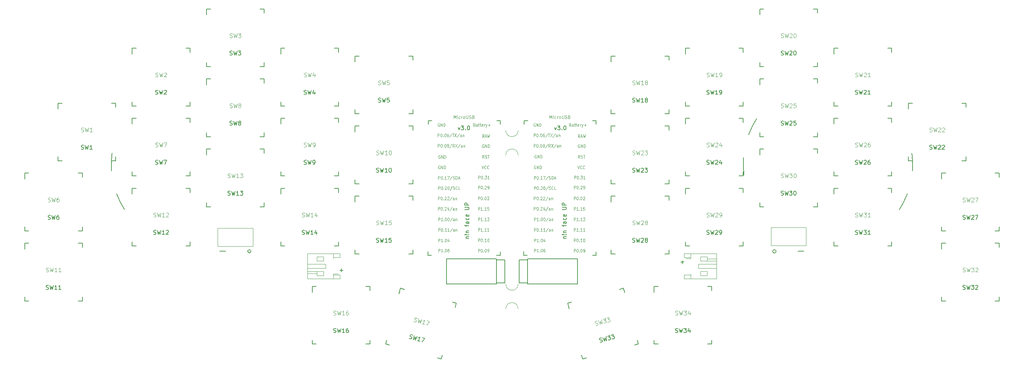
<source format=gbr>
%TF.GenerationSoftware,KiCad,Pcbnew,7.0.9*%
%TF.CreationDate,2024-04-08T09:31:46+08:00*%
%TF.ProjectId,kai_simple_v3,6b61695f-7369-46d7-906c-655f76332e6b,rev?*%
%TF.SameCoordinates,Original*%
%TF.FileFunction,Legend,Top*%
%TF.FilePolarity,Positive*%
%FSLAX46Y46*%
G04 Gerber Fmt 4.6, Leading zero omitted, Abs format (unit mm)*
G04 Created by KiCad (PCBNEW 7.0.9) date 2024-04-08 09:31:46*
%MOMM*%
%LPD*%
G01*
G04 APERTURE LIST*
%ADD10C,0.150000*%
%ADD11C,0.100000*%
%ADD12C,0.125000*%
%ADD13C,0.120000*%
%ADD14C,0.200000*%
G04 APERTURE END LIST*
D10*
X134486130Y-85343793D02*
X134724225Y-86010460D01*
X134724225Y-86010460D02*
X134962320Y-85343793D01*
X135248035Y-85010460D02*
X135867082Y-85010460D01*
X135867082Y-85010460D02*
X135533749Y-85391412D01*
X135533749Y-85391412D02*
X135676606Y-85391412D01*
X135676606Y-85391412D02*
X135771844Y-85439031D01*
X135771844Y-85439031D02*
X135819463Y-85486650D01*
X135819463Y-85486650D02*
X135867082Y-85581888D01*
X135867082Y-85581888D02*
X135867082Y-85819983D01*
X135867082Y-85819983D02*
X135819463Y-85915221D01*
X135819463Y-85915221D02*
X135771844Y-85962841D01*
X135771844Y-85962841D02*
X135676606Y-86010460D01*
X135676606Y-86010460D02*
X135390892Y-86010460D01*
X135390892Y-86010460D02*
X135295654Y-85962841D01*
X135295654Y-85962841D02*
X135248035Y-85915221D01*
X136295654Y-85915221D02*
X136343273Y-85962841D01*
X136343273Y-85962841D02*
X136295654Y-86010460D01*
X136295654Y-86010460D02*
X136248035Y-85962841D01*
X136248035Y-85962841D02*
X136295654Y-85915221D01*
X136295654Y-85915221D02*
X136295654Y-86010460D01*
X136962320Y-85010460D02*
X137057558Y-85010460D01*
X137057558Y-85010460D02*
X137152796Y-85058079D01*
X137152796Y-85058079D02*
X137200415Y-85105698D01*
X137200415Y-85105698D02*
X137248034Y-85200936D01*
X137248034Y-85200936D02*
X137295653Y-85391412D01*
X137295653Y-85391412D02*
X137295653Y-85629507D01*
X137295653Y-85629507D02*
X137248034Y-85819983D01*
X137248034Y-85819983D02*
X137200415Y-85915221D01*
X137200415Y-85915221D02*
X137152796Y-85962841D01*
X137152796Y-85962841D02*
X137057558Y-86010460D01*
X137057558Y-86010460D02*
X136962320Y-86010460D01*
X136962320Y-86010460D02*
X136867082Y-85962841D01*
X136867082Y-85962841D02*
X136819463Y-85915221D01*
X136819463Y-85915221D02*
X136771844Y-85819983D01*
X136771844Y-85819983D02*
X136724225Y-85629507D01*
X136724225Y-85629507D02*
X136724225Y-85391412D01*
X136724225Y-85391412D02*
X136771844Y-85200936D01*
X136771844Y-85200936D02*
X136819463Y-85105698D01*
X136819463Y-85105698D02*
X136867082Y-85058079D01*
X136867082Y-85058079D02*
X136962320Y-85010460D01*
X160027711Y-112334025D02*
X160694378Y-112334025D01*
X160122949Y-112334025D02*
X160075330Y-112286406D01*
X160075330Y-112286406D02*
X160027711Y-112191168D01*
X160027711Y-112191168D02*
X160027711Y-112048311D01*
X160027711Y-112048311D02*
X160075330Y-111953073D01*
X160075330Y-111953073D02*
X160170568Y-111905454D01*
X160170568Y-111905454D02*
X160694378Y-111905454D01*
X160599139Y-111429263D02*
X160646759Y-111381644D01*
X160646759Y-111381644D02*
X160694378Y-111429263D01*
X160694378Y-111429263D02*
X160646759Y-111476882D01*
X160646759Y-111476882D02*
X160599139Y-111429263D01*
X160599139Y-111429263D02*
X160694378Y-111429263D01*
X160313425Y-111429263D02*
X159741997Y-111476882D01*
X159741997Y-111476882D02*
X159694378Y-111429263D01*
X159694378Y-111429263D02*
X159741997Y-111381644D01*
X159741997Y-111381644D02*
X160313425Y-111429263D01*
X160313425Y-111429263D02*
X159694378Y-111429263D01*
X160027711Y-110953073D02*
X160694378Y-110953073D01*
X160122949Y-110953073D02*
X160075330Y-110905454D01*
X160075330Y-110905454D02*
X160027711Y-110810216D01*
X160027711Y-110810216D02*
X160027711Y-110667359D01*
X160027711Y-110667359D02*
X160075330Y-110572121D01*
X160075330Y-110572121D02*
X160170568Y-110524502D01*
X160170568Y-110524502D02*
X160694378Y-110524502D01*
X160027711Y-109429263D02*
X160027711Y-109048311D01*
X160694378Y-109286406D02*
X159837235Y-109286406D01*
X159837235Y-109286406D02*
X159741997Y-109238787D01*
X159741997Y-109238787D02*
X159694378Y-109143549D01*
X159694378Y-109143549D02*
X159694378Y-109048311D01*
X160694378Y-108286406D02*
X160170568Y-108286406D01*
X160170568Y-108286406D02*
X160075330Y-108334025D01*
X160075330Y-108334025D02*
X160027711Y-108429263D01*
X160027711Y-108429263D02*
X160027711Y-108619739D01*
X160027711Y-108619739D02*
X160075330Y-108714977D01*
X160646759Y-108286406D02*
X160694378Y-108381644D01*
X160694378Y-108381644D02*
X160694378Y-108619739D01*
X160694378Y-108619739D02*
X160646759Y-108714977D01*
X160646759Y-108714977D02*
X160551520Y-108762596D01*
X160551520Y-108762596D02*
X160456282Y-108762596D01*
X160456282Y-108762596D02*
X160361044Y-108714977D01*
X160361044Y-108714977D02*
X160313425Y-108619739D01*
X160313425Y-108619739D02*
X160313425Y-108381644D01*
X160313425Y-108381644D02*
X160265806Y-108286406D01*
X160646759Y-107381644D02*
X160694378Y-107476882D01*
X160694378Y-107476882D02*
X160694378Y-107667358D01*
X160694378Y-107667358D02*
X160646759Y-107762596D01*
X160646759Y-107762596D02*
X160599139Y-107810215D01*
X160599139Y-107810215D02*
X160503901Y-107857834D01*
X160503901Y-107857834D02*
X160218187Y-107857834D01*
X160218187Y-107857834D02*
X160122949Y-107810215D01*
X160122949Y-107810215D02*
X160075330Y-107762596D01*
X160075330Y-107762596D02*
X160027711Y-107667358D01*
X160027711Y-107667358D02*
X160027711Y-107476882D01*
X160027711Y-107476882D02*
X160075330Y-107381644D01*
X160646759Y-106572120D02*
X160694378Y-106667358D01*
X160694378Y-106667358D02*
X160694378Y-106857834D01*
X160694378Y-106857834D02*
X160646759Y-106953072D01*
X160646759Y-106953072D02*
X160551520Y-107000691D01*
X160551520Y-107000691D02*
X160170568Y-107000691D01*
X160170568Y-107000691D02*
X160075330Y-106953072D01*
X160075330Y-106953072D02*
X160027711Y-106857834D01*
X160027711Y-106857834D02*
X160027711Y-106667358D01*
X160027711Y-106667358D02*
X160075330Y-106572120D01*
X160075330Y-106572120D02*
X160170568Y-106524501D01*
X160170568Y-106524501D02*
X160265806Y-106524501D01*
X160265806Y-106524501D02*
X160361044Y-107000691D01*
X159694378Y-105334024D02*
X160503901Y-105334024D01*
X160503901Y-105334024D02*
X160599139Y-105286405D01*
X160599139Y-105286405D02*
X160646759Y-105238786D01*
X160646759Y-105238786D02*
X160694378Y-105143548D01*
X160694378Y-105143548D02*
X160694378Y-104953072D01*
X160694378Y-104953072D02*
X160646759Y-104857834D01*
X160646759Y-104857834D02*
X160599139Y-104810215D01*
X160599139Y-104810215D02*
X160503901Y-104762596D01*
X160503901Y-104762596D02*
X159694378Y-104762596D01*
X160694378Y-104286405D02*
X159694378Y-104286405D01*
X159694378Y-104286405D02*
X159694378Y-103905453D01*
X159694378Y-103905453D02*
X159741997Y-103810215D01*
X159741997Y-103810215D02*
X159789616Y-103762596D01*
X159789616Y-103762596D02*
X159884854Y-103714977D01*
X159884854Y-103714977D02*
X160027711Y-103714977D01*
X160027711Y-103714977D02*
X160122949Y-103762596D01*
X160122949Y-103762596D02*
X160170568Y-103810215D01*
X160170568Y-103810215D02*
X160218187Y-103905453D01*
X160218187Y-103905453D02*
X160218187Y-104286405D01*
X157843216Y-85343793D02*
X158081311Y-86010460D01*
X158081311Y-86010460D02*
X158319406Y-85343793D01*
X158605121Y-85010460D02*
X159224168Y-85010460D01*
X159224168Y-85010460D02*
X158890835Y-85391412D01*
X158890835Y-85391412D02*
X159033692Y-85391412D01*
X159033692Y-85391412D02*
X159128930Y-85439031D01*
X159128930Y-85439031D02*
X159176549Y-85486650D01*
X159176549Y-85486650D02*
X159224168Y-85581888D01*
X159224168Y-85581888D02*
X159224168Y-85819983D01*
X159224168Y-85819983D02*
X159176549Y-85915221D01*
X159176549Y-85915221D02*
X159128930Y-85962841D01*
X159128930Y-85962841D02*
X159033692Y-86010460D01*
X159033692Y-86010460D02*
X158747978Y-86010460D01*
X158747978Y-86010460D02*
X158652740Y-85962841D01*
X158652740Y-85962841D02*
X158605121Y-85915221D01*
X159652740Y-85915221D02*
X159700359Y-85962841D01*
X159700359Y-85962841D02*
X159652740Y-86010460D01*
X159652740Y-86010460D02*
X159605121Y-85962841D01*
X159605121Y-85962841D02*
X159652740Y-85915221D01*
X159652740Y-85915221D02*
X159652740Y-86010460D01*
X160319406Y-85010460D02*
X160414644Y-85010460D01*
X160414644Y-85010460D02*
X160509882Y-85058079D01*
X160509882Y-85058079D02*
X160557501Y-85105698D01*
X160557501Y-85105698D02*
X160605120Y-85200936D01*
X160605120Y-85200936D02*
X160652739Y-85391412D01*
X160652739Y-85391412D02*
X160652739Y-85629507D01*
X160652739Y-85629507D02*
X160605120Y-85819983D01*
X160605120Y-85819983D02*
X160557501Y-85915221D01*
X160557501Y-85915221D02*
X160509882Y-85962841D01*
X160509882Y-85962841D02*
X160414644Y-86010460D01*
X160414644Y-86010460D02*
X160319406Y-86010460D01*
X160319406Y-86010460D02*
X160224168Y-85962841D01*
X160224168Y-85962841D02*
X160176549Y-85915221D01*
X160176549Y-85915221D02*
X160128930Y-85819983D01*
X160128930Y-85819983D02*
X160081311Y-85629507D01*
X160081311Y-85629507D02*
X160081311Y-85391412D01*
X160081311Y-85391412D02*
X160128930Y-85200936D01*
X160128930Y-85200936D02*
X160176549Y-85105698D01*
X160176549Y-85105698D02*
X160224168Y-85058079D01*
X160224168Y-85058079D02*
X160319406Y-85010460D01*
X136452833Y-112334025D02*
X137119500Y-112334025D01*
X136548071Y-112334025D02*
X136500452Y-112286406D01*
X136500452Y-112286406D02*
X136452833Y-112191168D01*
X136452833Y-112191168D02*
X136452833Y-112048311D01*
X136452833Y-112048311D02*
X136500452Y-111953073D01*
X136500452Y-111953073D02*
X136595690Y-111905454D01*
X136595690Y-111905454D02*
X137119500Y-111905454D01*
X137024261Y-111429263D02*
X137071881Y-111381644D01*
X137071881Y-111381644D02*
X137119500Y-111429263D01*
X137119500Y-111429263D02*
X137071881Y-111476882D01*
X137071881Y-111476882D02*
X137024261Y-111429263D01*
X137024261Y-111429263D02*
X137119500Y-111429263D01*
X136738547Y-111429263D02*
X136167119Y-111476882D01*
X136167119Y-111476882D02*
X136119500Y-111429263D01*
X136119500Y-111429263D02*
X136167119Y-111381644D01*
X136167119Y-111381644D02*
X136738547Y-111429263D01*
X136738547Y-111429263D02*
X136119500Y-111429263D01*
X136452833Y-110953073D02*
X137119500Y-110953073D01*
X136548071Y-110953073D02*
X136500452Y-110905454D01*
X136500452Y-110905454D02*
X136452833Y-110810216D01*
X136452833Y-110810216D02*
X136452833Y-110667359D01*
X136452833Y-110667359D02*
X136500452Y-110572121D01*
X136500452Y-110572121D02*
X136595690Y-110524502D01*
X136595690Y-110524502D02*
X137119500Y-110524502D01*
X136452833Y-109429263D02*
X136452833Y-109048311D01*
X137119500Y-109286406D02*
X136262357Y-109286406D01*
X136262357Y-109286406D02*
X136167119Y-109238787D01*
X136167119Y-109238787D02*
X136119500Y-109143549D01*
X136119500Y-109143549D02*
X136119500Y-109048311D01*
X137119500Y-108286406D02*
X136595690Y-108286406D01*
X136595690Y-108286406D02*
X136500452Y-108334025D01*
X136500452Y-108334025D02*
X136452833Y-108429263D01*
X136452833Y-108429263D02*
X136452833Y-108619739D01*
X136452833Y-108619739D02*
X136500452Y-108714977D01*
X137071881Y-108286406D02*
X137119500Y-108381644D01*
X137119500Y-108381644D02*
X137119500Y-108619739D01*
X137119500Y-108619739D02*
X137071881Y-108714977D01*
X137071881Y-108714977D02*
X136976642Y-108762596D01*
X136976642Y-108762596D02*
X136881404Y-108762596D01*
X136881404Y-108762596D02*
X136786166Y-108714977D01*
X136786166Y-108714977D02*
X136738547Y-108619739D01*
X136738547Y-108619739D02*
X136738547Y-108381644D01*
X136738547Y-108381644D02*
X136690928Y-108286406D01*
X137071881Y-107381644D02*
X137119500Y-107476882D01*
X137119500Y-107476882D02*
X137119500Y-107667358D01*
X137119500Y-107667358D02*
X137071881Y-107762596D01*
X137071881Y-107762596D02*
X137024261Y-107810215D01*
X137024261Y-107810215D02*
X136929023Y-107857834D01*
X136929023Y-107857834D02*
X136643309Y-107857834D01*
X136643309Y-107857834D02*
X136548071Y-107810215D01*
X136548071Y-107810215D02*
X136500452Y-107762596D01*
X136500452Y-107762596D02*
X136452833Y-107667358D01*
X136452833Y-107667358D02*
X136452833Y-107476882D01*
X136452833Y-107476882D02*
X136500452Y-107381644D01*
X137071881Y-106572120D02*
X137119500Y-106667358D01*
X137119500Y-106667358D02*
X137119500Y-106857834D01*
X137119500Y-106857834D02*
X137071881Y-106953072D01*
X137071881Y-106953072D02*
X136976642Y-107000691D01*
X136976642Y-107000691D02*
X136595690Y-107000691D01*
X136595690Y-107000691D02*
X136500452Y-106953072D01*
X136500452Y-106953072D02*
X136452833Y-106857834D01*
X136452833Y-106857834D02*
X136452833Y-106667358D01*
X136452833Y-106667358D02*
X136500452Y-106572120D01*
X136500452Y-106572120D02*
X136595690Y-106524501D01*
X136595690Y-106524501D02*
X136690928Y-106524501D01*
X136690928Y-106524501D02*
X136786166Y-107000691D01*
X136119500Y-105334024D02*
X136929023Y-105334024D01*
X136929023Y-105334024D02*
X137024261Y-105286405D01*
X137024261Y-105286405D02*
X137071881Y-105238786D01*
X137071881Y-105238786D02*
X137119500Y-105143548D01*
X137119500Y-105143548D02*
X137119500Y-104953072D01*
X137119500Y-104953072D02*
X137071881Y-104857834D01*
X137071881Y-104857834D02*
X137024261Y-104810215D01*
X137024261Y-104810215D02*
X136929023Y-104762596D01*
X136929023Y-104762596D02*
X136119500Y-104762596D01*
X137119500Y-104286405D02*
X136119500Y-104286405D01*
X136119500Y-104286405D02*
X136119500Y-103905453D01*
X136119500Y-103905453D02*
X136167119Y-103810215D01*
X136167119Y-103810215D02*
X136214738Y-103762596D01*
X136214738Y-103762596D02*
X136309976Y-103714977D01*
X136309976Y-103714977D02*
X136452833Y-103714977D01*
X136452833Y-103714977D02*
X136548071Y-103762596D01*
X136548071Y-103762596D02*
X136595690Y-103810215D01*
X136595690Y-103810215D02*
X136643309Y-103905453D01*
X136643309Y-103905453D02*
X136643309Y-104286405D01*
X105853868Y-120057657D02*
X106615773Y-120057657D01*
X106234820Y-120438610D02*
X106234820Y-119676705D01*
X216901629Y-115472733D02*
X218330201Y-115472733D01*
X211556867Y-115377495D02*
X211556867Y-115567971D01*
X211556867Y-115567971D02*
X211461629Y-115758447D01*
X211461629Y-115758447D02*
X211271153Y-115853686D01*
X211271153Y-115853686D02*
X211080677Y-115853686D01*
X211080677Y-115853686D02*
X210890201Y-115758447D01*
X210890201Y-115758447D02*
X210794962Y-115567971D01*
X210794962Y-115567971D02*
X210794962Y-115377495D01*
X210794962Y-115377495D02*
X210890201Y-115187019D01*
X210890201Y-115187019D02*
X211080677Y-115091781D01*
X211080677Y-115091781D02*
X211271153Y-115091781D01*
X211271153Y-115091781D02*
X211461629Y-115187019D01*
X211461629Y-115187019D02*
X211556867Y-115377495D01*
X78204634Y-115442733D02*
X76776062Y-115442733D01*
X83549396Y-115537971D02*
X83549396Y-115347495D01*
X83549396Y-115347495D02*
X83644634Y-115157019D01*
X83644634Y-115157019D02*
X83835110Y-115061781D01*
X83835110Y-115061781D02*
X84025586Y-115061781D01*
X84025586Y-115061781D02*
X84216062Y-115157019D01*
X84216062Y-115157019D02*
X84311301Y-115347495D01*
X84311301Y-115347495D02*
X84311301Y-115537971D01*
X84311301Y-115537971D02*
X84216062Y-115728447D01*
X84216062Y-115728447D02*
X84025586Y-115823685D01*
X84025586Y-115823685D02*
X83835110Y-115823685D01*
X83835110Y-115823685D02*
X83644634Y-115728447D01*
X83644634Y-115728447D02*
X83549396Y-115537971D01*
X189242395Y-118067657D02*
X188480491Y-118067657D01*
X188861443Y-118448610D02*
X188861443Y-117686705D01*
D11*
X176781047Y-91988591D02*
X176923904Y-92036210D01*
X176923904Y-92036210D02*
X177161999Y-92036210D01*
X177161999Y-92036210D02*
X177257237Y-91988591D01*
X177257237Y-91988591D02*
X177304856Y-91940971D01*
X177304856Y-91940971D02*
X177352475Y-91845733D01*
X177352475Y-91845733D02*
X177352475Y-91750495D01*
X177352475Y-91750495D02*
X177304856Y-91655257D01*
X177304856Y-91655257D02*
X177257237Y-91607638D01*
X177257237Y-91607638D02*
X177161999Y-91560019D01*
X177161999Y-91560019D02*
X176971523Y-91512400D01*
X176971523Y-91512400D02*
X176876285Y-91464781D01*
X176876285Y-91464781D02*
X176828666Y-91417162D01*
X176828666Y-91417162D02*
X176781047Y-91321924D01*
X176781047Y-91321924D02*
X176781047Y-91226686D01*
X176781047Y-91226686D02*
X176828666Y-91131448D01*
X176828666Y-91131448D02*
X176876285Y-91083829D01*
X176876285Y-91083829D02*
X176971523Y-91036210D01*
X176971523Y-91036210D02*
X177209618Y-91036210D01*
X177209618Y-91036210D02*
X177352475Y-91083829D01*
X177685809Y-91036210D02*
X177923904Y-92036210D01*
X177923904Y-92036210D02*
X178114380Y-91321924D01*
X178114380Y-91321924D02*
X178304856Y-92036210D01*
X178304856Y-92036210D02*
X178542952Y-91036210D01*
X178876285Y-91131448D02*
X178923904Y-91083829D01*
X178923904Y-91083829D02*
X179019142Y-91036210D01*
X179019142Y-91036210D02*
X179257237Y-91036210D01*
X179257237Y-91036210D02*
X179352475Y-91083829D01*
X179352475Y-91083829D02*
X179400094Y-91131448D01*
X179400094Y-91131448D02*
X179447713Y-91226686D01*
X179447713Y-91226686D02*
X179447713Y-91321924D01*
X179447713Y-91321924D02*
X179400094Y-91464781D01*
X179400094Y-91464781D02*
X178828666Y-92036210D01*
X178828666Y-92036210D02*
X179447713Y-92036210D01*
X179781047Y-91036210D02*
X180400094Y-91036210D01*
X180400094Y-91036210D02*
X180066761Y-91417162D01*
X180066761Y-91417162D02*
X180209618Y-91417162D01*
X180209618Y-91417162D02*
X180304856Y-91464781D01*
X180304856Y-91464781D02*
X180352475Y-91512400D01*
X180352475Y-91512400D02*
X180400094Y-91607638D01*
X180400094Y-91607638D02*
X180400094Y-91845733D01*
X180400094Y-91845733D02*
X180352475Y-91940971D01*
X180352475Y-91940971D02*
X180304856Y-91988591D01*
X180304856Y-91988591D02*
X180209618Y-92036210D01*
X180209618Y-92036210D02*
X179923904Y-92036210D01*
X179923904Y-92036210D02*
X179828666Y-91988591D01*
X179828666Y-91988591D02*
X179781047Y-91940971D01*
D10*
X176781047Y-96235991D02*
X176923904Y-96283610D01*
X176923904Y-96283610D02*
X177161999Y-96283610D01*
X177161999Y-96283610D02*
X177257237Y-96235991D01*
X177257237Y-96235991D02*
X177304856Y-96188371D01*
X177304856Y-96188371D02*
X177352475Y-96093133D01*
X177352475Y-96093133D02*
X177352475Y-95997895D01*
X177352475Y-95997895D02*
X177304856Y-95902657D01*
X177304856Y-95902657D02*
X177257237Y-95855038D01*
X177257237Y-95855038D02*
X177161999Y-95807419D01*
X177161999Y-95807419D02*
X176971523Y-95759800D01*
X176971523Y-95759800D02*
X176876285Y-95712181D01*
X176876285Y-95712181D02*
X176828666Y-95664562D01*
X176828666Y-95664562D02*
X176781047Y-95569324D01*
X176781047Y-95569324D02*
X176781047Y-95474086D01*
X176781047Y-95474086D02*
X176828666Y-95378848D01*
X176828666Y-95378848D02*
X176876285Y-95331229D01*
X176876285Y-95331229D02*
X176971523Y-95283610D01*
X176971523Y-95283610D02*
X177209618Y-95283610D01*
X177209618Y-95283610D02*
X177352475Y-95331229D01*
X177685809Y-95283610D02*
X177923904Y-96283610D01*
X177923904Y-96283610D02*
X178114380Y-95569324D01*
X178114380Y-95569324D02*
X178304856Y-96283610D01*
X178304856Y-96283610D02*
X178542952Y-95283610D01*
X178876285Y-95378848D02*
X178923904Y-95331229D01*
X178923904Y-95331229D02*
X179019142Y-95283610D01*
X179019142Y-95283610D02*
X179257237Y-95283610D01*
X179257237Y-95283610D02*
X179352475Y-95331229D01*
X179352475Y-95331229D02*
X179400094Y-95378848D01*
X179400094Y-95378848D02*
X179447713Y-95474086D01*
X179447713Y-95474086D02*
X179447713Y-95569324D01*
X179447713Y-95569324D02*
X179400094Y-95712181D01*
X179400094Y-95712181D02*
X178828666Y-96283610D01*
X178828666Y-96283610D02*
X179447713Y-96283610D01*
X179781047Y-95283610D02*
X180400094Y-95283610D01*
X180400094Y-95283610D02*
X180066761Y-95664562D01*
X180066761Y-95664562D02*
X180209618Y-95664562D01*
X180209618Y-95664562D02*
X180304856Y-95712181D01*
X180304856Y-95712181D02*
X180352475Y-95759800D01*
X180352475Y-95759800D02*
X180400094Y-95855038D01*
X180400094Y-95855038D02*
X180400094Y-96093133D01*
X180400094Y-96093133D02*
X180352475Y-96188371D01*
X180352475Y-96188371D02*
X180304856Y-96235991D01*
X180304856Y-96235991D02*
X180209618Y-96283610D01*
X180209618Y-96283610D02*
X179923904Y-96283610D01*
X179923904Y-96283610D02*
X179828666Y-96235991D01*
X179828666Y-96235991D02*
X179781047Y-96188371D01*
D11*
X123765765Y-132468764D02*
X123891429Y-132551734D01*
X123891429Y-132551734D02*
X124121412Y-132613358D01*
X124121412Y-132613358D02*
X124225729Y-132592011D01*
X124225729Y-132592011D02*
X124284051Y-132558339D01*
X124284051Y-132558339D02*
X124354696Y-132478671D01*
X124354696Y-132478671D02*
X124379346Y-132386678D01*
X124379346Y-132386678D02*
X124357999Y-132282360D01*
X124357999Y-132282360D02*
X124324327Y-132224039D01*
X124324327Y-132224039D02*
X124244659Y-132153393D01*
X124244659Y-132153393D02*
X124072998Y-132058098D01*
X124072998Y-132058098D02*
X123993329Y-131987452D01*
X123993329Y-131987452D02*
X123959658Y-131929131D01*
X123959658Y-131929131D02*
X123938311Y-131824813D01*
X123938311Y-131824813D02*
X123962960Y-131732820D01*
X123962960Y-131732820D02*
X124033606Y-131653152D01*
X124033606Y-131653152D02*
X124091927Y-131619480D01*
X124091927Y-131619480D02*
X124196245Y-131598133D01*
X124196245Y-131598133D02*
X124426227Y-131659757D01*
X124426227Y-131659757D02*
X124551892Y-131742727D01*
X124886192Y-131783004D02*
X124857355Y-132810553D01*
X124857355Y-132810553D02*
X125226212Y-132169905D01*
X125226212Y-132169905D02*
X125225327Y-132909151D01*
X125225327Y-132909151D02*
X125714128Y-132004849D01*
X126329242Y-133204944D02*
X125777284Y-133057048D01*
X126053263Y-133130996D02*
X126312082Y-132165070D01*
X126312082Y-132165070D02*
X126183115Y-132278410D01*
X126183115Y-132278410D02*
X126066473Y-132345754D01*
X126066473Y-132345754D02*
X125962155Y-132367101D01*
X126910036Y-132325291D02*
X127553987Y-132497837D01*
X127553987Y-132497837D02*
X126881200Y-133352841D01*
D10*
X122666457Y-136571437D02*
X122792121Y-136654408D01*
X122792121Y-136654408D02*
X123022104Y-136716031D01*
X123022104Y-136716031D02*
X123126421Y-136694684D01*
X123126421Y-136694684D02*
X123184742Y-136661013D01*
X123184742Y-136661013D02*
X123255388Y-136581344D01*
X123255388Y-136581344D02*
X123280038Y-136489352D01*
X123280038Y-136489352D02*
X123258691Y-136385034D01*
X123258691Y-136385034D02*
X123225019Y-136326713D01*
X123225019Y-136326713D02*
X123145351Y-136256067D01*
X123145351Y-136256067D02*
X122973690Y-136160771D01*
X122973690Y-136160771D02*
X122894021Y-136090126D01*
X122894021Y-136090126D02*
X122860350Y-136031804D01*
X122860350Y-136031804D02*
X122839003Y-135927487D01*
X122839003Y-135927487D02*
X122863652Y-135835494D01*
X122863652Y-135835494D02*
X122934298Y-135755826D01*
X122934298Y-135755826D02*
X122992619Y-135722154D01*
X122992619Y-135722154D02*
X123096937Y-135700807D01*
X123096937Y-135700807D02*
X123326919Y-135762430D01*
X123326919Y-135762430D02*
X123452584Y-135845401D01*
X123786884Y-135885678D02*
X123758047Y-136913227D01*
X123758047Y-136913227D02*
X124126904Y-136272579D01*
X124126904Y-136272579D02*
X124126019Y-137011825D01*
X124126019Y-137011825D02*
X124614820Y-136107522D01*
X125229934Y-137307618D02*
X124677976Y-137159721D01*
X124953955Y-137233670D02*
X125212774Y-136267744D01*
X125212774Y-136267744D02*
X125083807Y-136381084D01*
X125083807Y-136381084D02*
X124967165Y-136448427D01*
X124967165Y-136448427D02*
X124862847Y-136469774D01*
X125810728Y-136427965D02*
X126454679Y-136600511D01*
X126454679Y-136600511D02*
X125781892Y-137455514D01*
D11*
X212781047Y-63558591D02*
X212923904Y-63606210D01*
X212923904Y-63606210D02*
X213161999Y-63606210D01*
X213161999Y-63606210D02*
X213257237Y-63558591D01*
X213257237Y-63558591D02*
X213304856Y-63510971D01*
X213304856Y-63510971D02*
X213352475Y-63415733D01*
X213352475Y-63415733D02*
X213352475Y-63320495D01*
X213352475Y-63320495D02*
X213304856Y-63225257D01*
X213304856Y-63225257D02*
X213257237Y-63177638D01*
X213257237Y-63177638D02*
X213161999Y-63130019D01*
X213161999Y-63130019D02*
X212971523Y-63082400D01*
X212971523Y-63082400D02*
X212876285Y-63034781D01*
X212876285Y-63034781D02*
X212828666Y-62987162D01*
X212828666Y-62987162D02*
X212781047Y-62891924D01*
X212781047Y-62891924D02*
X212781047Y-62796686D01*
X212781047Y-62796686D02*
X212828666Y-62701448D01*
X212828666Y-62701448D02*
X212876285Y-62653829D01*
X212876285Y-62653829D02*
X212971523Y-62606210D01*
X212971523Y-62606210D02*
X213209618Y-62606210D01*
X213209618Y-62606210D02*
X213352475Y-62653829D01*
X213685809Y-62606210D02*
X213923904Y-63606210D01*
X213923904Y-63606210D02*
X214114380Y-62891924D01*
X214114380Y-62891924D02*
X214304856Y-63606210D01*
X214304856Y-63606210D02*
X214542952Y-62606210D01*
X214876285Y-62701448D02*
X214923904Y-62653829D01*
X214923904Y-62653829D02*
X215019142Y-62606210D01*
X215019142Y-62606210D02*
X215257237Y-62606210D01*
X215257237Y-62606210D02*
X215352475Y-62653829D01*
X215352475Y-62653829D02*
X215400094Y-62701448D01*
X215400094Y-62701448D02*
X215447713Y-62796686D01*
X215447713Y-62796686D02*
X215447713Y-62891924D01*
X215447713Y-62891924D02*
X215400094Y-63034781D01*
X215400094Y-63034781D02*
X214828666Y-63606210D01*
X214828666Y-63606210D02*
X215447713Y-63606210D01*
X216066761Y-62606210D02*
X216161999Y-62606210D01*
X216161999Y-62606210D02*
X216257237Y-62653829D01*
X216257237Y-62653829D02*
X216304856Y-62701448D01*
X216304856Y-62701448D02*
X216352475Y-62796686D01*
X216352475Y-62796686D02*
X216400094Y-62987162D01*
X216400094Y-62987162D02*
X216400094Y-63225257D01*
X216400094Y-63225257D02*
X216352475Y-63415733D01*
X216352475Y-63415733D02*
X216304856Y-63510971D01*
X216304856Y-63510971D02*
X216257237Y-63558591D01*
X216257237Y-63558591D02*
X216161999Y-63606210D01*
X216161999Y-63606210D02*
X216066761Y-63606210D01*
X216066761Y-63606210D02*
X215971523Y-63558591D01*
X215971523Y-63558591D02*
X215923904Y-63510971D01*
X215923904Y-63510971D02*
X215876285Y-63415733D01*
X215876285Y-63415733D02*
X215828666Y-63225257D01*
X215828666Y-63225257D02*
X215828666Y-62987162D01*
X215828666Y-62987162D02*
X215876285Y-62796686D01*
X215876285Y-62796686D02*
X215923904Y-62701448D01*
X215923904Y-62701448D02*
X215971523Y-62653829D01*
X215971523Y-62653829D02*
X216066761Y-62606210D01*
D10*
X212781047Y-67805991D02*
X212923904Y-67853610D01*
X212923904Y-67853610D02*
X213161999Y-67853610D01*
X213161999Y-67853610D02*
X213257237Y-67805991D01*
X213257237Y-67805991D02*
X213304856Y-67758371D01*
X213304856Y-67758371D02*
X213352475Y-67663133D01*
X213352475Y-67663133D02*
X213352475Y-67567895D01*
X213352475Y-67567895D02*
X213304856Y-67472657D01*
X213304856Y-67472657D02*
X213257237Y-67425038D01*
X213257237Y-67425038D02*
X213161999Y-67377419D01*
X213161999Y-67377419D02*
X212971523Y-67329800D01*
X212971523Y-67329800D02*
X212876285Y-67282181D01*
X212876285Y-67282181D02*
X212828666Y-67234562D01*
X212828666Y-67234562D02*
X212781047Y-67139324D01*
X212781047Y-67139324D02*
X212781047Y-67044086D01*
X212781047Y-67044086D02*
X212828666Y-66948848D01*
X212828666Y-66948848D02*
X212876285Y-66901229D01*
X212876285Y-66901229D02*
X212971523Y-66853610D01*
X212971523Y-66853610D02*
X213209618Y-66853610D01*
X213209618Y-66853610D02*
X213352475Y-66901229D01*
X213685809Y-66853610D02*
X213923904Y-67853610D01*
X213923904Y-67853610D02*
X214114380Y-67139324D01*
X214114380Y-67139324D02*
X214304856Y-67853610D01*
X214304856Y-67853610D02*
X214542952Y-66853610D01*
X214876285Y-66948848D02*
X214923904Y-66901229D01*
X214923904Y-66901229D02*
X215019142Y-66853610D01*
X215019142Y-66853610D02*
X215257237Y-66853610D01*
X215257237Y-66853610D02*
X215352475Y-66901229D01*
X215352475Y-66901229D02*
X215400094Y-66948848D01*
X215400094Y-66948848D02*
X215447713Y-67044086D01*
X215447713Y-67044086D02*
X215447713Y-67139324D01*
X215447713Y-67139324D02*
X215400094Y-67282181D01*
X215400094Y-67282181D02*
X214828666Y-67853610D01*
X214828666Y-67853610D02*
X215447713Y-67853610D01*
X216066761Y-66853610D02*
X216161999Y-66853610D01*
X216161999Y-66853610D02*
X216257237Y-66901229D01*
X216257237Y-66901229D02*
X216304856Y-66948848D01*
X216304856Y-66948848D02*
X216352475Y-67044086D01*
X216352475Y-67044086D02*
X216400094Y-67234562D01*
X216400094Y-67234562D02*
X216400094Y-67472657D01*
X216400094Y-67472657D02*
X216352475Y-67663133D01*
X216352475Y-67663133D02*
X216304856Y-67758371D01*
X216304856Y-67758371D02*
X216257237Y-67805991D01*
X216257237Y-67805991D02*
X216161999Y-67853610D01*
X216161999Y-67853610D02*
X216066761Y-67853610D01*
X216066761Y-67853610D02*
X215971523Y-67805991D01*
X215971523Y-67805991D02*
X215923904Y-67758371D01*
X215923904Y-67758371D02*
X215876285Y-67663133D01*
X215876285Y-67663133D02*
X215828666Y-67472657D01*
X215828666Y-67472657D02*
X215828666Y-67234562D01*
X215828666Y-67234562D02*
X215876285Y-67044086D01*
X215876285Y-67044086D02*
X215923904Y-66948848D01*
X215923904Y-66948848D02*
X215971523Y-66901229D01*
X215971523Y-66901229D02*
X216066761Y-66853610D01*
D11*
X97182360Y-90083591D02*
X97325217Y-90131210D01*
X97325217Y-90131210D02*
X97563312Y-90131210D01*
X97563312Y-90131210D02*
X97658550Y-90083591D01*
X97658550Y-90083591D02*
X97706169Y-90035971D01*
X97706169Y-90035971D02*
X97753788Y-89940733D01*
X97753788Y-89940733D02*
X97753788Y-89845495D01*
X97753788Y-89845495D02*
X97706169Y-89750257D01*
X97706169Y-89750257D02*
X97658550Y-89702638D01*
X97658550Y-89702638D02*
X97563312Y-89655019D01*
X97563312Y-89655019D02*
X97372836Y-89607400D01*
X97372836Y-89607400D02*
X97277598Y-89559781D01*
X97277598Y-89559781D02*
X97229979Y-89512162D01*
X97229979Y-89512162D02*
X97182360Y-89416924D01*
X97182360Y-89416924D02*
X97182360Y-89321686D01*
X97182360Y-89321686D02*
X97229979Y-89226448D01*
X97229979Y-89226448D02*
X97277598Y-89178829D01*
X97277598Y-89178829D02*
X97372836Y-89131210D01*
X97372836Y-89131210D02*
X97610931Y-89131210D01*
X97610931Y-89131210D02*
X97753788Y-89178829D01*
X98087122Y-89131210D02*
X98325217Y-90131210D01*
X98325217Y-90131210D02*
X98515693Y-89416924D01*
X98515693Y-89416924D02*
X98706169Y-90131210D01*
X98706169Y-90131210D02*
X98944265Y-89131210D01*
X99372836Y-90131210D02*
X99563312Y-90131210D01*
X99563312Y-90131210D02*
X99658550Y-90083591D01*
X99658550Y-90083591D02*
X99706169Y-90035971D01*
X99706169Y-90035971D02*
X99801407Y-89893114D01*
X99801407Y-89893114D02*
X99849026Y-89702638D01*
X99849026Y-89702638D02*
X99849026Y-89321686D01*
X99849026Y-89321686D02*
X99801407Y-89226448D01*
X99801407Y-89226448D02*
X99753788Y-89178829D01*
X99753788Y-89178829D02*
X99658550Y-89131210D01*
X99658550Y-89131210D02*
X99468074Y-89131210D01*
X99468074Y-89131210D02*
X99372836Y-89178829D01*
X99372836Y-89178829D02*
X99325217Y-89226448D01*
X99325217Y-89226448D02*
X99277598Y-89321686D01*
X99277598Y-89321686D02*
X99277598Y-89559781D01*
X99277598Y-89559781D02*
X99325217Y-89655019D01*
X99325217Y-89655019D02*
X99372836Y-89702638D01*
X99372836Y-89702638D02*
X99468074Y-89750257D01*
X99468074Y-89750257D02*
X99658550Y-89750257D01*
X99658550Y-89750257D02*
X99753788Y-89702638D01*
X99753788Y-89702638D02*
X99801407Y-89655019D01*
X99801407Y-89655019D02*
X99849026Y-89559781D01*
D10*
X97182360Y-94330991D02*
X97325217Y-94378610D01*
X97325217Y-94378610D02*
X97563312Y-94378610D01*
X97563312Y-94378610D02*
X97658550Y-94330991D01*
X97658550Y-94330991D02*
X97706169Y-94283371D01*
X97706169Y-94283371D02*
X97753788Y-94188133D01*
X97753788Y-94188133D02*
X97753788Y-94092895D01*
X97753788Y-94092895D02*
X97706169Y-93997657D01*
X97706169Y-93997657D02*
X97658550Y-93950038D01*
X97658550Y-93950038D02*
X97563312Y-93902419D01*
X97563312Y-93902419D02*
X97372836Y-93854800D01*
X97372836Y-93854800D02*
X97277598Y-93807181D01*
X97277598Y-93807181D02*
X97229979Y-93759562D01*
X97229979Y-93759562D02*
X97182360Y-93664324D01*
X97182360Y-93664324D02*
X97182360Y-93569086D01*
X97182360Y-93569086D02*
X97229979Y-93473848D01*
X97229979Y-93473848D02*
X97277598Y-93426229D01*
X97277598Y-93426229D02*
X97372836Y-93378610D01*
X97372836Y-93378610D02*
X97610931Y-93378610D01*
X97610931Y-93378610D02*
X97753788Y-93426229D01*
X98087122Y-93378610D02*
X98325217Y-94378610D01*
X98325217Y-94378610D02*
X98515693Y-93664324D01*
X98515693Y-93664324D02*
X98706169Y-94378610D01*
X98706169Y-94378610D02*
X98944265Y-93378610D01*
X99372836Y-94378610D02*
X99563312Y-94378610D01*
X99563312Y-94378610D02*
X99658550Y-94330991D01*
X99658550Y-94330991D02*
X99706169Y-94283371D01*
X99706169Y-94283371D02*
X99801407Y-94140514D01*
X99801407Y-94140514D02*
X99849026Y-93950038D01*
X99849026Y-93950038D02*
X99849026Y-93569086D01*
X99849026Y-93569086D02*
X99801407Y-93473848D01*
X99801407Y-93473848D02*
X99753788Y-93426229D01*
X99753788Y-93426229D02*
X99658550Y-93378610D01*
X99658550Y-93378610D02*
X99468074Y-93378610D01*
X99468074Y-93378610D02*
X99372836Y-93426229D01*
X99372836Y-93426229D02*
X99325217Y-93473848D01*
X99325217Y-93473848D02*
X99277598Y-93569086D01*
X99277598Y-93569086D02*
X99277598Y-93807181D01*
X99277598Y-93807181D02*
X99325217Y-93902419D01*
X99325217Y-93902419D02*
X99372836Y-93950038D01*
X99372836Y-93950038D02*
X99468074Y-93997657D01*
X99468074Y-93997657D02*
X99658550Y-93997657D01*
X99658550Y-93997657D02*
X99753788Y-93950038D01*
X99753788Y-93950038D02*
X99801407Y-93902419D01*
X99801407Y-93902419D02*
X99849026Y-93807181D01*
D11*
X61182360Y-90083591D02*
X61325217Y-90131210D01*
X61325217Y-90131210D02*
X61563312Y-90131210D01*
X61563312Y-90131210D02*
X61658550Y-90083591D01*
X61658550Y-90083591D02*
X61706169Y-90035971D01*
X61706169Y-90035971D02*
X61753788Y-89940733D01*
X61753788Y-89940733D02*
X61753788Y-89845495D01*
X61753788Y-89845495D02*
X61706169Y-89750257D01*
X61706169Y-89750257D02*
X61658550Y-89702638D01*
X61658550Y-89702638D02*
X61563312Y-89655019D01*
X61563312Y-89655019D02*
X61372836Y-89607400D01*
X61372836Y-89607400D02*
X61277598Y-89559781D01*
X61277598Y-89559781D02*
X61229979Y-89512162D01*
X61229979Y-89512162D02*
X61182360Y-89416924D01*
X61182360Y-89416924D02*
X61182360Y-89321686D01*
X61182360Y-89321686D02*
X61229979Y-89226448D01*
X61229979Y-89226448D02*
X61277598Y-89178829D01*
X61277598Y-89178829D02*
X61372836Y-89131210D01*
X61372836Y-89131210D02*
X61610931Y-89131210D01*
X61610931Y-89131210D02*
X61753788Y-89178829D01*
X62087122Y-89131210D02*
X62325217Y-90131210D01*
X62325217Y-90131210D02*
X62515693Y-89416924D01*
X62515693Y-89416924D02*
X62706169Y-90131210D01*
X62706169Y-90131210D02*
X62944265Y-89131210D01*
X63229979Y-89131210D02*
X63896645Y-89131210D01*
X63896645Y-89131210D02*
X63468074Y-90131210D01*
D10*
X61182360Y-94330991D02*
X61325217Y-94378610D01*
X61325217Y-94378610D02*
X61563312Y-94378610D01*
X61563312Y-94378610D02*
X61658550Y-94330991D01*
X61658550Y-94330991D02*
X61706169Y-94283371D01*
X61706169Y-94283371D02*
X61753788Y-94188133D01*
X61753788Y-94188133D02*
X61753788Y-94092895D01*
X61753788Y-94092895D02*
X61706169Y-93997657D01*
X61706169Y-93997657D02*
X61658550Y-93950038D01*
X61658550Y-93950038D02*
X61563312Y-93902419D01*
X61563312Y-93902419D02*
X61372836Y-93854800D01*
X61372836Y-93854800D02*
X61277598Y-93807181D01*
X61277598Y-93807181D02*
X61229979Y-93759562D01*
X61229979Y-93759562D02*
X61182360Y-93664324D01*
X61182360Y-93664324D02*
X61182360Y-93569086D01*
X61182360Y-93569086D02*
X61229979Y-93473848D01*
X61229979Y-93473848D02*
X61277598Y-93426229D01*
X61277598Y-93426229D02*
X61372836Y-93378610D01*
X61372836Y-93378610D02*
X61610931Y-93378610D01*
X61610931Y-93378610D02*
X61753788Y-93426229D01*
X62087122Y-93378610D02*
X62325217Y-94378610D01*
X62325217Y-94378610D02*
X62515693Y-93664324D01*
X62515693Y-93664324D02*
X62706169Y-94378610D01*
X62706169Y-94378610D02*
X62944265Y-93378610D01*
X63229979Y-93378610D02*
X63896645Y-93378610D01*
X63896645Y-93378610D02*
X63468074Y-94378610D01*
D11*
X230781047Y-73083591D02*
X230923904Y-73131210D01*
X230923904Y-73131210D02*
X231161999Y-73131210D01*
X231161999Y-73131210D02*
X231257237Y-73083591D01*
X231257237Y-73083591D02*
X231304856Y-73035971D01*
X231304856Y-73035971D02*
X231352475Y-72940733D01*
X231352475Y-72940733D02*
X231352475Y-72845495D01*
X231352475Y-72845495D02*
X231304856Y-72750257D01*
X231304856Y-72750257D02*
X231257237Y-72702638D01*
X231257237Y-72702638D02*
X231161999Y-72655019D01*
X231161999Y-72655019D02*
X230971523Y-72607400D01*
X230971523Y-72607400D02*
X230876285Y-72559781D01*
X230876285Y-72559781D02*
X230828666Y-72512162D01*
X230828666Y-72512162D02*
X230781047Y-72416924D01*
X230781047Y-72416924D02*
X230781047Y-72321686D01*
X230781047Y-72321686D02*
X230828666Y-72226448D01*
X230828666Y-72226448D02*
X230876285Y-72178829D01*
X230876285Y-72178829D02*
X230971523Y-72131210D01*
X230971523Y-72131210D02*
X231209618Y-72131210D01*
X231209618Y-72131210D02*
X231352475Y-72178829D01*
X231685809Y-72131210D02*
X231923904Y-73131210D01*
X231923904Y-73131210D02*
X232114380Y-72416924D01*
X232114380Y-72416924D02*
X232304856Y-73131210D01*
X232304856Y-73131210D02*
X232542952Y-72131210D01*
X232876285Y-72226448D02*
X232923904Y-72178829D01*
X232923904Y-72178829D02*
X233019142Y-72131210D01*
X233019142Y-72131210D02*
X233257237Y-72131210D01*
X233257237Y-72131210D02*
X233352475Y-72178829D01*
X233352475Y-72178829D02*
X233400094Y-72226448D01*
X233400094Y-72226448D02*
X233447713Y-72321686D01*
X233447713Y-72321686D02*
X233447713Y-72416924D01*
X233447713Y-72416924D02*
X233400094Y-72559781D01*
X233400094Y-72559781D02*
X232828666Y-73131210D01*
X232828666Y-73131210D02*
X233447713Y-73131210D01*
X234400094Y-73131210D02*
X233828666Y-73131210D01*
X234114380Y-73131210D02*
X234114380Y-72131210D01*
X234114380Y-72131210D02*
X234019142Y-72274067D01*
X234019142Y-72274067D02*
X233923904Y-72369305D01*
X233923904Y-72369305D02*
X233828666Y-72416924D01*
D10*
X230781047Y-77330991D02*
X230923904Y-77378610D01*
X230923904Y-77378610D02*
X231161999Y-77378610D01*
X231161999Y-77378610D02*
X231257237Y-77330991D01*
X231257237Y-77330991D02*
X231304856Y-77283371D01*
X231304856Y-77283371D02*
X231352475Y-77188133D01*
X231352475Y-77188133D02*
X231352475Y-77092895D01*
X231352475Y-77092895D02*
X231304856Y-76997657D01*
X231304856Y-76997657D02*
X231257237Y-76950038D01*
X231257237Y-76950038D02*
X231161999Y-76902419D01*
X231161999Y-76902419D02*
X230971523Y-76854800D01*
X230971523Y-76854800D02*
X230876285Y-76807181D01*
X230876285Y-76807181D02*
X230828666Y-76759562D01*
X230828666Y-76759562D02*
X230781047Y-76664324D01*
X230781047Y-76664324D02*
X230781047Y-76569086D01*
X230781047Y-76569086D02*
X230828666Y-76473848D01*
X230828666Y-76473848D02*
X230876285Y-76426229D01*
X230876285Y-76426229D02*
X230971523Y-76378610D01*
X230971523Y-76378610D02*
X231209618Y-76378610D01*
X231209618Y-76378610D02*
X231352475Y-76426229D01*
X231685809Y-76378610D02*
X231923904Y-77378610D01*
X231923904Y-77378610D02*
X232114380Y-76664324D01*
X232114380Y-76664324D02*
X232304856Y-77378610D01*
X232304856Y-77378610D02*
X232542952Y-76378610D01*
X232876285Y-76473848D02*
X232923904Y-76426229D01*
X232923904Y-76426229D02*
X233019142Y-76378610D01*
X233019142Y-76378610D02*
X233257237Y-76378610D01*
X233257237Y-76378610D02*
X233352475Y-76426229D01*
X233352475Y-76426229D02*
X233400094Y-76473848D01*
X233400094Y-76473848D02*
X233447713Y-76569086D01*
X233447713Y-76569086D02*
X233447713Y-76664324D01*
X233447713Y-76664324D02*
X233400094Y-76807181D01*
X233400094Y-76807181D02*
X232828666Y-77378610D01*
X232828666Y-77378610D02*
X233447713Y-77378610D01*
X234400094Y-77378610D02*
X233828666Y-77378610D01*
X234114380Y-77378610D02*
X234114380Y-76378610D01*
X234114380Y-76378610D02*
X234019142Y-76521467D01*
X234019142Y-76521467D02*
X233923904Y-76616705D01*
X233923904Y-76616705D02*
X233828666Y-76664324D01*
D11*
X248781047Y-86418591D02*
X248923904Y-86466210D01*
X248923904Y-86466210D02*
X249161999Y-86466210D01*
X249161999Y-86466210D02*
X249257237Y-86418591D01*
X249257237Y-86418591D02*
X249304856Y-86370971D01*
X249304856Y-86370971D02*
X249352475Y-86275733D01*
X249352475Y-86275733D02*
X249352475Y-86180495D01*
X249352475Y-86180495D02*
X249304856Y-86085257D01*
X249304856Y-86085257D02*
X249257237Y-86037638D01*
X249257237Y-86037638D02*
X249161999Y-85990019D01*
X249161999Y-85990019D02*
X248971523Y-85942400D01*
X248971523Y-85942400D02*
X248876285Y-85894781D01*
X248876285Y-85894781D02*
X248828666Y-85847162D01*
X248828666Y-85847162D02*
X248781047Y-85751924D01*
X248781047Y-85751924D02*
X248781047Y-85656686D01*
X248781047Y-85656686D02*
X248828666Y-85561448D01*
X248828666Y-85561448D02*
X248876285Y-85513829D01*
X248876285Y-85513829D02*
X248971523Y-85466210D01*
X248971523Y-85466210D02*
X249209618Y-85466210D01*
X249209618Y-85466210D02*
X249352475Y-85513829D01*
X249685809Y-85466210D02*
X249923904Y-86466210D01*
X249923904Y-86466210D02*
X250114380Y-85751924D01*
X250114380Y-85751924D02*
X250304856Y-86466210D01*
X250304856Y-86466210D02*
X250542952Y-85466210D01*
X250876285Y-85561448D02*
X250923904Y-85513829D01*
X250923904Y-85513829D02*
X251019142Y-85466210D01*
X251019142Y-85466210D02*
X251257237Y-85466210D01*
X251257237Y-85466210D02*
X251352475Y-85513829D01*
X251352475Y-85513829D02*
X251400094Y-85561448D01*
X251400094Y-85561448D02*
X251447713Y-85656686D01*
X251447713Y-85656686D02*
X251447713Y-85751924D01*
X251447713Y-85751924D02*
X251400094Y-85894781D01*
X251400094Y-85894781D02*
X250828666Y-86466210D01*
X250828666Y-86466210D02*
X251447713Y-86466210D01*
X251828666Y-85561448D02*
X251876285Y-85513829D01*
X251876285Y-85513829D02*
X251971523Y-85466210D01*
X251971523Y-85466210D02*
X252209618Y-85466210D01*
X252209618Y-85466210D02*
X252304856Y-85513829D01*
X252304856Y-85513829D02*
X252352475Y-85561448D01*
X252352475Y-85561448D02*
X252400094Y-85656686D01*
X252400094Y-85656686D02*
X252400094Y-85751924D01*
X252400094Y-85751924D02*
X252352475Y-85894781D01*
X252352475Y-85894781D02*
X251781047Y-86466210D01*
X251781047Y-86466210D02*
X252400094Y-86466210D01*
D10*
X248781047Y-90665991D02*
X248923904Y-90713610D01*
X248923904Y-90713610D02*
X249161999Y-90713610D01*
X249161999Y-90713610D02*
X249257237Y-90665991D01*
X249257237Y-90665991D02*
X249304856Y-90618371D01*
X249304856Y-90618371D02*
X249352475Y-90523133D01*
X249352475Y-90523133D02*
X249352475Y-90427895D01*
X249352475Y-90427895D02*
X249304856Y-90332657D01*
X249304856Y-90332657D02*
X249257237Y-90285038D01*
X249257237Y-90285038D02*
X249161999Y-90237419D01*
X249161999Y-90237419D02*
X248971523Y-90189800D01*
X248971523Y-90189800D02*
X248876285Y-90142181D01*
X248876285Y-90142181D02*
X248828666Y-90094562D01*
X248828666Y-90094562D02*
X248781047Y-89999324D01*
X248781047Y-89999324D02*
X248781047Y-89904086D01*
X248781047Y-89904086D02*
X248828666Y-89808848D01*
X248828666Y-89808848D02*
X248876285Y-89761229D01*
X248876285Y-89761229D02*
X248971523Y-89713610D01*
X248971523Y-89713610D02*
X249209618Y-89713610D01*
X249209618Y-89713610D02*
X249352475Y-89761229D01*
X249685809Y-89713610D02*
X249923904Y-90713610D01*
X249923904Y-90713610D02*
X250114380Y-89999324D01*
X250114380Y-89999324D02*
X250304856Y-90713610D01*
X250304856Y-90713610D02*
X250542952Y-89713610D01*
X250876285Y-89808848D02*
X250923904Y-89761229D01*
X250923904Y-89761229D02*
X251019142Y-89713610D01*
X251019142Y-89713610D02*
X251257237Y-89713610D01*
X251257237Y-89713610D02*
X251352475Y-89761229D01*
X251352475Y-89761229D02*
X251400094Y-89808848D01*
X251400094Y-89808848D02*
X251447713Y-89904086D01*
X251447713Y-89904086D02*
X251447713Y-89999324D01*
X251447713Y-89999324D02*
X251400094Y-90142181D01*
X251400094Y-90142181D02*
X250828666Y-90713610D01*
X250828666Y-90713610D02*
X251447713Y-90713610D01*
X251828666Y-89808848D02*
X251876285Y-89761229D01*
X251876285Y-89761229D02*
X251971523Y-89713610D01*
X251971523Y-89713610D02*
X252209618Y-89713610D01*
X252209618Y-89713610D02*
X252304856Y-89761229D01*
X252304856Y-89761229D02*
X252352475Y-89808848D01*
X252352475Y-89808848D02*
X252400094Y-89904086D01*
X252400094Y-89904086D02*
X252400094Y-89999324D01*
X252400094Y-89999324D02*
X252352475Y-90142181D01*
X252352475Y-90142181D02*
X251781047Y-90713610D01*
X251781047Y-90713610D02*
X252400094Y-90713610D01*
D11*
X176781047Y-74988591D02*
X176923904Y-75036210D01*
X176923904Y-75036210D02*
X177161999Y-75036210D01*
X177161999Y-75036210D02*
X177257237Y-74988591D01*
X177257237Y-74988591D02*
X177304856Y-74940971D01*
X177304856Y-74940971D02*
X177352475Y-74845733D01*
X177352475Y-74845733D02*
X177352475Y-74750495D01*
X177352475Y-74750495D02*
X177304856Y-74655257D01*
X177304856Y-74655257D02*
X177257237Y-74607638D01*
X177257237Y-74607638D02*
X177161999Y-74560019D01*
X177161999Y-74560019D02*
X176971523Y-74512400D01*
X176971523Y-74512400D02*
X176876285Y-74464781D01*
X176876285Y-74464781D02*
X176828666Y-74417162D01*
X176828666Y-74417162D02*
X176781047Y-74321924D01*
X176781047Y-74321924D02*
X176781047Y-74226686D01*
X176781047Y-74226686D02*
X176828666Y-74131448D01*
X176828666Y-74131448D02*
X176876285Y-74083829D01*
X176876285Y-74083829D02*
X176971523Y-74036210D01*
X176971523Y-74036210D02*
X177209618Y-74036210D01*
X177209618Y-74036210D02*
X177352475Y-74083829D01*
X177685809Y-74036210D02*
X177923904Y-75036210D01*
X177923904Y-75036210D02*
X178114380Y-74321924D01*
X178114380Y-74321924D02*
X178304856Y-75036210D01*
X178304856Y-75036210D02*
X178542952Y-74036210D01*
X179447713Y-75036210D02*
X178876285Y-75036210D01*
X179161999Y-75036210D02*
X179161999Y-74036210D01*
X179161999Y-74036210D02*
X179066761Y-74179067D01*
X179066761Y-74179067D02*
X178971523Y-74274305D01*
X178971523Y-74274305D02*
X178876285Y-74321924D01*
X180019142Y-74464781D02*
X179923904Y-74417162D01*
X179923904Y-74417162D02*
X179876285Y-74369543D01*
X179876285Y-74369543D02*
X179828666Y-74274305D01*
X179828666Y-74274305D02*
X179828666Y-74226686D01*
X179828666Y-74226686D02*
X179876285Y-74131448D01*
X179876285Y-74131448D02*
X179923904Y-74083829D01*
X179923904Y-74083829D02*
X180019142Y-74036210D01*
X180019142Y-74036210D02*
X180209618Y-74036210D01*
X180209618Y-74036210D02*
X180304856Y-74083829D01*
X180304856Y-74083829D02*
X180352475Y-74131448D01*
X180352475Y-74131448D02*
X180400094Y-74226686D01*
X180400094Y-74226686D02*
X180400094Y-74274305D01*
X180400094Y-74274305D02*
X180352475Y-74369543D01*
X180352475Y-74369543D02*
X180304856Y-74417162D01*
X180304856Y-74417162D02*
X180209618Y-74464781D01*
X180209618Y-74464781D02*
X180019142Y-74464781D01*
X180019142Y-74464781D02*
X179923904Y-74512400D01*
X179923904Y-74512400D02*
X179876285Y-74560019D01*
X179876285Y-74560019D02*
X179828666Y-74655257D01*
X179828666Y-74655257D02*
X179828666Y-74845733D01*
X179828666Y-74845733D02*
X179876285Y-74940971D01*
X179876285Y-74940971D02*
X179923904Y-74988591D01*
X179923904Y-74988591D02*
X180019142Y-75036210D01*
X180019142Y-75036210D02*
X180209618Y-75036210D01*
X180209618Y-75036210D02*
X180304856Y-74988591D01*
X180304856Y-74988591D02*
X180352475Y-74940971D01*
X180352475Y-74940971D02*
X180400094Y-74845733D01*
X180400094Y-74845733D02*
X180400094Y-74655257D01*
X180400094Y-74655257D02*
X180352475Y-74560019D01*
X180352475Y-74560019D02*
X180304856Y-74512400D01*
X180304856Y-74512400D02*
X180209618Y-74464781D01*
D10*
X176781047Y-79235991D02*
X176923904Y-79283610D01*
X176923904Y-79283610D02*
X177161999Y-79283610D01*
X177161999Y-79283610D02*
X177257237Y-79235991D01*
X177257237Y-79235991D02*
X177304856Y-79188371D01*
X177304856Y-79188371D02*
X177352475Y-79093133D01*
X177352475Y-79093133D02*
X177352475Y-78997895D01*
X177352475Y-78997895D02*
X177304856Y-78902657D01*
X177304856Y-78902657D02*
X177257237Y-78855038D01*
X177257237Y-78855038D02*
X177161999Y-78807419D01*
X177161999Y-78807419D02*
X176971523Y-78759800D01*
X176971523Y-78759800D02*
X176876285Y-78712181D01*
X176876285Y-78712181D02*
X176828666Y-78664562D01*
X176828666Y-78664562D02*
X176781047Y-78569324D01*
X176781047Y-78569324D02*
X176781047Y-78474086D01*
X176781047Y-78474086D02*
X176828666Y-78378848D01*
X176828666Y-78378848D02*
X176876285Y-78331229D01*
X176876285Y-78331229D02*
X176971523Y-78283610D01*
X176971523Y-78283610D02*
X177209618Y-78283610D01*
X177209618Y-78283610D02*
X177352475Y-78331229D01*
X177685809Y-78283610D02*
X177923904Y-79283610D01*
X177923904Y-79283610D02*
X178114380Y-78569324D01*
X178114380Y-78569324D02*
X178304856Y-79283610D01*
X178304856Y-79283610D02*
X178542952Y-78283610D01*
X179447713Y-79283610D02*
X178876285Y-79283610D01*
X179161999Y-79283610D02*
X179161999Y-78283610D01*
X179161999Y-78283610D02*
X179066761Y-78426467D01*
X179066761Y-78426467D02*
X178971523Y-78521705D01*
X178971523Y-78521705D02*
X178876285Y-78569324D01*
X180019142Y-78712181D02*
X179923904Y-78664562D01*
X179923904Y-78664562D02*
X179876285Y-78616943D01*
X179876285Y-78616943D02*
X179828666Y-78521705D01*
X179828666Y-78521705D02*
X179828666Y-78474086D01*
X179828666Y-78474086D02*
X179876285Y-78378848D01*
X179876285Y-78378848D02*
X179923904Y-78331229D01*
X179923904Y-78331229D02*
X180019142Y-78283610D01*
X180019142Y-78283610D02*
X180209618Y-78283610D01*
X180209618Y-78283610D02*
X180304856Y-78331229D01*
X180304856Y-78331229D02*
X180352475Y-78378848D01*
X180352475Y-78378848D02*
X180400094Y-78474086D01*
X180400094Y-78474086D02*
X180400094Y-78521705D01*
X180400094Y-78521705D02*
X180352475Y-78616943D01*
X180352475Y-78616943D02*
X180304856Y-78664562D01*
X180304856Y-78664562D02*
X180209618Y-78712181D01*
X180209618Y-78712181D02*
X180019142Y-78712181D01*
X180019142Y-78712181D02*
X179923904Y-78759800D01*
X179923904Y-78759800D02*
X179876285Y-78807419D01*
X179876285Y-78807419D02*
X179828666Y-78902657D01*
X179828666Y-78902657D02*
X179828666Y-79093133D01*
X179828666Y-79093133D02*
X179876285Y-79188371D01*
X179876285Y-79188371D02*
X179923904Y-79235991D01*
X179923904Y-79235991D02*
X180019142Y-79283610D01*
X180019142Y-79283610D02*
X180209618Y-79283610D01*
X180209618Y-79283610D02*
X180304856Y-79235991D01*
X180304856Y-79235991D02*
X180352475Y-79188371D01*
X180352475Y-79188371D02*
X180400094Y-79093133D01*
X180400094Y-79093133D02*
X180400094Y-78902657D01*
X180400094Y-78902657D02*
X180352475Y-78807419D01*
X180352475Y-78807419D02*
X180304856Y-78759800D01*
X180304856Y-78759800D02*
X180209618Y-78712181D01*
D11*
X104326169Y-130896091D02*
X104469026Y-130943710D01*
X104469026Y-130943710D02*
X104707121Y-130943710D01*
X104707121Y-130943710D02*
X104802359Y-130896091D01*
X104802359Y-130896091D02*
X104849978Y-130848471D01*
X104849978Y-130848471D02*
X104897597Y-130753233D01*
X104897597Y-130753233D02*
X104897597Y-130657995D01*
X104897597Y-130657995D02*
X104849978Y-130562757D01*
X104849978Y-130562757D02*
X104802359Y-130515138D01*
X104802359Y-130515138D02*
X104707121Y-130467519D01*
X104707121Y-130467519D02*
X104516645Y-130419900D01*
X104516645Y-130419900D02*
X104421407Y-130372281D01*
X104421407Y-130372281D02*
X104373788Y-130324662D01*
X104373788Y-130324662D02*
X104326169Y-130229424D01*
X104326169Y-130229424D02*
X104326169Y-130134186D01*
X104326169Y-130134186D02*
X104373788Y-130038948D01*
X104373788Y-130038948D02*
X104421407Y-129991329D01*
X104421407Y-129991329D02*
X104516645Y-129943710D01*
X104516645Y-129943710D02*
X104754740Y-129943710D01*
X104754740Y-129943710D02*
X104897597Y-129991329D01*
X105230931Y-129943710D02*
X105469026Y-130943710D01*
X105469026Y-130943710D02*
X105659502Y-130229424D01*
X105659502Y-130229424D02*
X105849978Y-130943710D01*
X105849978Y-130943710D02*
X106088074Y-129943710D01*
X106992835Y-130943710D02*
X106421407Y-130943710D01*
X106707121Y-130943710D02*
X106707121Y-129943710D01*
X106707121Y-129943710D02*
X106611883Y-130086567D01*
X106611883Y-130086567D02*
X106516645Y-130181805D01*
X106516645Y-130181805D02*
X106421407Y-130229424D01*
X107849978Y-129943710D02*
X107659502Y-129943710D01*
X107659502Y-129943710D02*
X107564264Y-129991329D01*
X107564264Y-129991329D02*
X107516645Y-130038948D01*
X107516645Y-130038948D02*
X107421407Y-130181805D01*
X107421407Y-130181805D02*
X107373788Y-130372281D01*
X107373788Y-130372281D02*
X107373788Y-130753233D01*
X107373788Y-130753233D02*
X107421407Y-130848471D01*
X107421407Y-130848471D02*
X107469026Y-130896091D01*
X107469026Y-130896091D02*
X107564264Y-130943710D01*
X107564264Y-130943710D02*
X107754740Y-130943710D01*
X107754740Y-130943710D02*
X107849978Y-130896091D01*
X107849978Y-130896091D02*
X107897597Y-130848471D01*
X107897597Y-130848471D02*
X107945216Y-130753233D01*
X107945216Y-130753233D02*
X107945216Y-130515138D01*
X107945216Y-130515138D02*
X107897597Y-130419900D01*
X107897597Y-130419900D02*
X107849978Y-130372281D01*
X107849978Y-130372281D02*
X107754740Y-130324662D01*
X107754740Y-130324662D02*
X107564264Y-130324662D01*
X107564264Y-130324662D02*
X107469026Y-130372281D01*
X107469026Y-130372281D02*
X107421407Y-130419900D01*
X107421407Y-130419900D02*
X107373788Y-130515138D01*
D10*
X104326169Y-135143491D02*
X104469026Y-135191110D01*
X104469026Y-135191110D02*
X104707121Y-135191110D01*
X104707121Y-135191110D02*
X104802359Y-135143491D01*
X104802359Y-135143491D02*
X104849978Y-135095871D01*
X104849978Y-135095871D02*
X104897597Y-135000633D01*
X104897597Y-135000633D02*
X104897597Y-134905395D01*
X104897597Y-134905395D02*
X104849978Y-134810157D01*
X104849978Y-134810157D02*
X104802359Y-134762538D01*
X104802359Y-134762538D02*
X104707121Y-134714919D01*
X104707121Y-134714919D02*
X104516645Y-134667300D01*
X104516645Y-134667300D02*
X104421407Y-134619681D01*
X104421407Y-134619681D02*
X104373788Y-134572062D01*
X104373788Y-134572062D02*
X104326169Y-134476824D01*
X104326169Y-134476824D02*
X104326169Y-134381586D01*
X104326169Y-134381586D02*
X104373788Y-134286348D01*
X104373788Y-134286348D02*
X104421407Y-134238729D01*
X104421407Y-134238729D02*
X104516645Y-134191110D01*
X104516645Y-134191110D02*
X104754740Y-134191110D01*
X104754740Y-134191110D02*
X104897597Y-134238729D01*
X105230931Y-134191110D02*
X105469026Y-135191110D01*
X105469026Y-135191110D02*
X105659502Y-134476824D01*
X105659502Y-134476824D02*
X105849978Y-135191110D01*
X105849978Y-135191110D02*
X106088074Y-134191110D01*
X106992835Y-135191110D02*
X106421407Y-135191110D01*
X106707121Y-135191110D02*
X106707121Y-134191110D01*
X106707121Y-134191110D02*
X106611883Y-134333967D01*
X106611883Y-134333967D02*
X106516645Y-134429205D01*
X106516645Y-134429205D02*
X106421407Y-134476824D01*
X107849978Y-134191110D02*
X107659502Y-134191110D01*
X107659502Y-134191110D02*
X107564264Y-134238729D01*
X107564264Y-134238729D02*
X107516645Y-134286348D01*
X107516645Y-134286348D02*
X107421407Y-134429205D01*
X107421407Y-134429205D02*
X107373788Y-134619681D01*
X107373788Y-134619681D02*
X107373788Y-135000633D01*
X107373788Y-135000633D02*
X107421407Y-135095871D01*
X107421407Y-135095871D02*
X107469026Y-135143491D01*
X107469026Y-135143491D02*
X107564264Y-135191110D01*
X107564264Y-135191110D02*
X107754740Y-135191110D01*
X107754740Y-135191110D02*
X107849978Y-135143491D01*
X107849978Y-135143491D02*
X107897597Y-135095871D01*
X107897597Y-135095871D02*
X107945216Y-135000633D01*
X107945216Y-135000633D02*
X107945216Y-134762538D01*
X107945216Y-134762538D02*
X107897597Y-134667300D01*
X107897597Y-134667300D02*
X107849978Y-134619681D01*
X107849978Y-134619681D02*
X107754740Y-134572062D01*
X107754740Y-134572062D02*
X107564264Y-134572062D01*
X107564264Y-134572062D02*
X107469026Y-134619681D01*
X107469026Y-134619681D02*
X107421407Y-134667300D01*
X107421407Y-134667300D02*
X107373788Y-134762538D01*
D11*
X114706169Y-91988591D02*
X114849026Y-92036210D01*
X114849026Y-92036210D02*
X115087121Y-92036210D01*
X115087121Y-92036210D02*
X115182359Y-91988591D01*
X115182359Y-91988591D02*
X115229978Y-91940971D01*
X115229978Y-91940971D02*
X115277597Y-91845733D01*
X115277597Y-91845733D02*
X115277597Y-91750495D01*
X115277597Y-91750495D02*
X115229978Y-91655257D01*
X115229978Y-91655257D02*
X115182359Y-91607638D01*
X115182359Y-91607638D02*
X115087121Y-91560019D01*
X115087121Y-91560019D02*
X114896645Y-91512400D01*
X114896645Y-91512400D02*
X114801407Y-91464781D01*
X114801407Y-91464781D02*
X114753788Y-91417162D01*
X114753788Y-91417162D02*
X114706169Y-91321924D01*
X114706169Y-91321924D02*
X114706169Y-91226686D01*
X114706169Y-91226686D02*
X114753788Y-91131448D01*
X114753788Y-91131448D02*
X114801407Y-91083829D01*
X114801407Y-91083829D02*
X114896645Y-91036210D01*
X114896645Y-91036210D02*
X115134740Y-91036210D01*
X115134740Y-91036210D02*
X115277597Y-91083829D01*
X115610931Y-91036210D02*
X115849026Y-92036210D01*
X115849026Y-92036210D02*
X116039502Y-91321924D01*
X116039502Y-91321924D02*
X116229978Y-92036210D01*
X116229978Y-92036210D02*
X116468074Y-91036210D01*
X117372835Y-92036210D02*
X116801407Y-92036210D01*
X117087121Y-92036210D02*
X117087121Y-91036210D01*
X117087121Y-91036210D02*
X116991883Y-91179067D01*
X116991883Y-91179067D02*
X116896645Y-91274305D01*
X116896645Y-91274305D02*
X116801407Y-91321924D01*
X117991883Y-91036210D02*
X118087121Y-91036210D01*
X118087121Y-91036210D02*
X118182359Y-91083829D01*
X118182359Y-91083829D02*
X118229978Y-91131448D01*
X118229978Y-91131448D02*
X118277597Y-91226686D01*
X118277597Y-91226686D02*
X118325216Y-91417162D01*
X118325216Y-91417162D02*
X118325216Y-91655257D01*
X118325216Y-91655257D02*
X118277597Y-91845733D01*
X118277597Y-91845733D02*
X118229978Y-91940971D01*
X118229978Y-91940971D02*
X118182359Y-91988591D01*
X118182359Y-91988591D02*
X118087121Y-92036210D01*
X118087121Y-92036210D02*
X117991883Y-92036210D01*
X117991883Y-92036210D02*
X117896645Y-91988591D01*
X117896645Y-91988591D02*
X117849026Y-91940971D01*
X117849026Y-91940971D02*
X117801407Y-91845733D01*
X117801407Y-91845733D02*
X117753788Y-91655257D01*
X117753788Y-91655257D02*
X117753788Y-91417162D01*
X117753788Y-91417162D02*
X117801407Y-91226686D01*
X117801407Y-91226686D02*
X117849026Y-91131448D01*
X117849026Y-91131448D02*
X117896645Y-91083829D01*
X117896645Y-91083829D02*
X117991883Y-91036210D01*
D10*
X114706169Y-96235991D02*
X114849026Y-96283610D01*
X114849026Y-96283610D02*
X115087121Y-96283610D01*
X115087121Y-96283610D02*
X115182359Y-96235991D01*
X115182359Y-96235991D02*
X115229978Y-96188371D01*
X115229978Y-96188371D02*
X115277597Y-96093133D01*
X115277597Y-96093133D02*
X115277597Y-95997895D01*
X115277597Y-95997895D02*
X115229978Y-95902657D01*
X115229978Y-95902657D02*
X115182359Y-95855038D01*
X115182359Y-95855038D02*
X115087121Y-95807419D01*
X115087121Y-95807419D02*
X114896645Y-95759800D01*
X114896645Y-95759800D02*
X114801407Y-95712181D01*
X114801407Y-95712181D02*
X114753788Y-95664562D01*
X114753788Y-95664562D02*
X114706169Y-95569324D01*
X114706169Y-95569324D02*
X114706169Y-95474086D01*
X114706169Y-95474086D02*
X114753788Y-95378848D01*
X114753788Y-95378848D02*
X114801407Y-95331229D01*
X114801407Y-95331229D02*
X114896645Y-95283610D01*
X114896645Y-95283610D02*
X115134740Y-95283610D01*
X115134740Y-95283610D02*
X115277597Y-95331229D01*
X115610931Y-95283610D02*
X115849026Y-96283610D01*
X115849026Y-96283610D02*
X116039502Y-95569324D01*
X116039502Y-95569324D02*
X116229978Y-96283610D01*
X116229978Y-96283610D02*
X116468074Y-95283610D01*
X117372835Y-96283610D02*
X116801407Y-96283610D01*
X117087121Y-96283610D02*
X117087121Y-95283610D01*
X117087121Y-95283610D02*
X116991883Y-95426467D01*
X116991883Y-95426467D02*
X116896645Y-95521705D01*
X116896645Y-95521705D02*
X116801407Y-95569324D01*
X117991883Y-95283610D02*
X118087121Y-95283610D01*
X118087121Y-95283610D02*
X118182359Y-95331229D01*
X118182359Y-95331229D02*
X118229978Y-95378848D01*
X118229978Y-95378848D02*
X118277597Y-95474086D01*
X118277597Y-95474086D02*
X118325216Y-95664562D01*
X118325216Y-95664562D02*
X118325216Y-95902657D01*
X118325216Y-95902657D02*
X118277597Y-96093133D01*
X118277597Y-96093133D02*
X118229978Y-96188371D01*
X118229978Y-96188371D02*
X118182359Y-96235991D01*
X118182359Y-96235991D02*
X118087121Y-96283610D01*
X118087121Y-96283610D02*
X117991883Y-96283610D01*
X117991883Y-96283610D02*
X117896645Y-96235991D01*
X117896645Y-96235991D02*
X117849026Y-96188371D01*
X117849026Y-96188371D02*
X117801407Y-96093133D01*
X117801407Y-96093133D02*
X117753788Y-95902657D01*
X117753788Y-95902657D02*
X117753788Y-95664562D01*
X117753788Y-95664562D02*
X117801407Y-95474086D01*
X117801407Y-95474086D02*
X117849026Y-95378848D01*
X117849026Y-95378848D02*
X117896645Y-95331229D01*
X117896645Y-95331229D02*
X117991883Y-95283610D01*
D11*
X167844767Y-133405442D02*
X167995081Y-133414464D01*
X167995081Y-133414464D02*
X168225063Y-133352841D01*
X168225063Y-133352841D02*
X168304731Y-133282195D01*
X168304731Y-133282195D02*
X168338403Y-133223874D01*
X168338403Y-133223874D02*
X168359750Y-133119556D01*
X168359750Y-133119556D02*
X168335101Y-133027563D01*
X168335101Y-133027563D02*
X168264455Y-132947895D01*
X168264455Y-132947895D02*
X168206134Y-132914223D01*
X168206134Y-132914223D02*
X168101816Y-132892876D01*
X168101816Y-132892876D02*
X167905505Y-132896179D01*
X167905505Y-132896179D02*
X167801188Y-132874832D01*
X167801188Y-132874832D02*
X167742867Y-132841160D01*
X167742867Y-132841160D02*
X167672221Y-132761492D01*
X167672221Y-132761492D02*
X167647571Y-132669499D01*
X167647571Y-132669499D02*
X167668918Y-132565181D01*
X167668918Y-132565181D02*
X167702590Y-132506860D01*
X167702590Y-132506860D02*
X167782258Y-132436214D01*
X167782258Y-132436214D02*
X168012241Y-132374590D01*
X168012241Y-132374590D02*
X168162555Y-132383613D01*
X168472205Y-132251343D02*
X168961007Y-133155645D01*
X168961007Y-133155645D02*
X168960122Y-132416400D01*
X168960122Y-132416400D02*
X169328978Y-133057048D01*
X169328978Y-133057048D02*
X169300142Y-132029498D01*
X169576120Y-131955550D02*
X170174075Y-131795329D01*
X170174075Y-131795329D02*
X169950697Y-132249573D01*
X169950697Y-132249573D02*
X170088686Y-132212599D01*
X170088686Y-132212599D02*
X170193004Y-132233946D01*
X170193004Y-132233946D02*
X170251325Y-132267618D01*
X170251325Y-132267618D02*
X170321971Y-132347286D01*
X170321971Y-132347286D02*
X170383595Y-132577269D01*
X170383595Y-132577269D02*
X170362248Y-132681586D01*
X170362248Y-132681586D02*
X170328576Y-132739907D01*
X170328576Y-132739907D02*
X170248908Y-132810553D01*
X170248908Y-132810553D02*
X169972929Y-132884502D01*
X169972929Y-132884502D02*
X169868611Y-132863155D01*
X169868611Y-132863155D02*
X169810290Y-132829483D01*
X170496050Y-131709056D02*
X171094004Y-131548834D01*
X171094004Y-131548834D02*
X170870626Y-132003079D01*
X170870626Y-132003079D02*
X171008616Y-131966105D01*
X171008616Y-131966105D02*
X171112933Y-131987452D01*
X171112933Y-131987452D02*
X171171255Y-132021124D01*
X171171255Y-132021124D02*
X171241901Y-132100792D01*
X171241901Y-132100792D02*
X171303524Y-132330774D01*
X171303524Y-132330774D02*
X171282177Y-132435092D01*
X171282177Y-132435092D02*
X171248505Y-132493413D01*
X171248505Y-132493413D02*
X171168837Y-132564059D01*
X171168837Y-132564059D02*
X170892858Y-132638007D01*
X170892858Y-132638007D02*
X170788541Y-132616660D01*
X170788541Y-132616660D02*
X170730219Y-132582989D01*
D10*
X168944075Y-137508116D02*
X169094389Y-137517138D01*
X169094389Y-137517138D02*
X169324371Y-137455514D01*
X169324371Y-137455514D02*
X169404040Y-137384869D01*
X169404040Y-137384869D02*
X169437711Y-137326547D01*
X169437711Y-137326547D02*
X169459058Y-137222230D01*
X169459058Y-137222230D02*
X169434409Y-137130237D01*
X169434409Y-137130237D02*
X169363763Y-137050569D01*
X169363763Y-137050569D02*
X169305442Y-137016897D01*
X169305442Y-137016897D02*
X169201124Y-136995550D01*
X169201124Y-136995550D02*
X169004814Y-136998852D01*
X169004814Y-136998852D02*
X168900496Y-136977505D01*
X168900496Y-136977505D02*
X168842175Y-136943833D01*
X168842175Y-136943833D02*
X168771529Y-136864165D01*
X168771529Y-136864165D02*
X168746879Y-136772172D01*
X168746879Y-136772172D02*
X168768226Y-136667855D01*
X168768226Y-136667855D02*
X168801898Y-136609533D01*
X168801898Y-136609533D02*
X168881566Y-136538887D01*
X168881566Y-136538887D02*
X169111549Y-136477264D01*
X169111549Y-136477264D02*
X169261863Y-136486286D01*
X169571513Y-136354017D02*
X170060315Y-137258319D01*
X170060315Y-137258319D02*
X170059430Y-136519073D01*
X170059430Y-136519073D02*
X170428287Y-137159721D01*
X170428287Y-137159721D02*
X170399450Y-136132172D01*
X170675429Y-136058224D02*
X171273383Y-135898002D01*
X171273383Y-135898002D02*
X171050005Y-136352247D01*
X171050005Y-136352247D02*
X171187994Y-136315273D01*
X171187994Y-136315273D02*
X171292312Y-136336620D01*
X171292312Y-136336620D02*
X171350633Y-136370292D01*
X171350633Y-136370292D02*
X171421279Y-136449960D01*
X171421279Y-136449960D02*
X171482903Y-136679942D01*
X171482903Y-136679942D02*
X171461556Y-136784260D01*
X171461556Y-136784260D02*
X171427884Y-136842581D01*
X171427884Y-136842581D02*
X171348216Y-136913227D01*
X171348216Y-136913227D02*
X171072237Y-136987175D01*
X171072237Y-136987175D02*
X170967919Y-136965828D01*
X170967919Y-136965828D02*
X170909598Y-136932156D01*
X171595358Y-135811729D02*
X172193312Y-135651508D01*
X172193312Y-135651508D02*
X171969934Y-136105753D01*
X171969934Y-136105753D02*
X172107924Y-136068779D01*
X172107924Y-136068779D02*
X172212242Y-136090126D01*
X172212242Y-136090126D02*
X172270563Y-136123797D01*
X172270563Y-136123797D02*
X172341209Y-136203466D01*
X172341209Y-136203466D02*
X172402832Y-136433448D01*
X172402832Y-136433448D02*
X172381485Y-136537766D01*
X172381485Y-136537766D02*
X172347813Y-136596087D01*
X172347813Y-136596087D02*
X172268145Y-136666733D01*
X172268145Y-136666733D02*
X171992166Y-136740681D01*
X171992166Y-136740681D02*
X171887849Y-136719334D01*
X171887849Y-136719334D02*
X171829528Y-136685662D01*
D11*
X60706169Y-107083591D02*
X60849026Y-107131210D01*
X60849026Y-107131210D02*
X61087121Y-107131210D01*
X61087121Y-107131210D02*
X61182359Y-107083591D01*
X61182359Y-107083591D02*
X61229978Y-107035971D01*
X61229978Y-107035971D02*
X61277597Y-106940733D01*
X61277597Y-106940733D02*
X61277597Y-106845495D01*
X61277597Y-106845495D02*
X61229978Y-106750257D01*
X61229978Y-106750257D02*
X61182359Y-106702638D01*
X61182359Y-106702638D02*
X61087121Y-106655019D01*
X61087121Y-106655019D02*
X60896645Y-106607400D01*
X60896645Y-106607400D02*
X60801407Y-106559781D01*
X60801407Y-106559781D02*
X60753788Y-106512162D01*
X60753788Y-106512162D02*
X60706169Y-106416924D01*
X60706169Y-106416924D02*
X60706169Y-106321686D01*
X60706169Y-106321686D02*
X60753788Y-106226448D01*
X60753788Y-106226448D02*
X60801407Y-106178829D01*
X60801407Y-106178829D02*
X60896645Y-106131210D01*
X60896645Y-106131210D02*
X61134740Y-106131210D01*
X61134740Y-106131210D02*
X61277597Y-106178829D01*
X61610931Y-106131210D02*
X61849026Y-107131210D01*
X61849026Y-107131210D02*
X62039502Y-106416924D01*
X62039502Y-106416924D02*
X62229978Y-107131210D01*
X62229978Y-107131210D02*
X62468074Y-106131210D01*
X63372835Y-107131210D02*
X62801407Y-107131210D01*
X63087121Y-107131210D02*
X63087121Y-106131210D01*
X63087121Y-106131210D02*
X62991883Y-106274067D01*
X62991883Y-106274067D02*
X62896645Y-106369305D01*
X62896645Y-106369305D02*
X62801407Y-106416924D01*
X63753788Y-106226448D02*
X63801407Y-106178829D01*
X63801407Y-106178829D02*
X63896645Y-106131210D01*
X63896645Y-106131210D02*
X64134740Y-106131210D01*
X64134740Y-106131210D02*
X64229978Y-106178829D01*
X64229978Y-106178829D02*
X64277597Y-106226448D01*
X64277597Y-106226448D02*
X64325216Y-106321686D01*
X64325216Y-106321686D02*
X64325216Y-106416924D01*
X64325216Y-106416924D02*
X64277597Y-106559781D01*
X64277597Y-106559781D02*
X63706169Y-107131210D01*
X63706169Y-107131210D02*
X64325216Y-107131210D01*
D10*
X60706169Y-111330991D02*
X60849026Y-111378610D01*
X60849026Y-111378610D02*
X61087121Y-111378610D01*
X61087121Y-111378610D02*
X61182359Y-111330991D01*
X61182359Y-111330991D02*
X61229978Y-111283371D01*
X61229978Y-111283371D02*
X61277597Y-111188133D01*
X61277597Y-111188133D02*
X61277597Y-111092895D01*
X61277597Y-111092895D02*
X61229978Y-110997657D01*
X61229978Y-110997657D02*
X61182359Y-110950038D01*
X61182359Y-110950038D02*
X61087121Y-110902419D01*
X61087121Y-110902419D02*
X60896645Y-110854800D01*
X60896645Y-110854800D02*
X60801407Y-110807181D01*
X60801407Y-110807181D02*
X60753788Y-110759562D01*
X60753788Y-110759562D02*
X60706169Y-110664324D01*
X60706169Y-110664324D02*
X60706169Y-110569086D01*
X60706169Y-110569086D02*
X60753788Y-110473848D01*
X60753788Y-110473848D02*
X60801407Y-110426229D01*
X60801407Y-110426229D02*
X60896645Y-110378610D01*
X60896645Y-110378610D02*
X61134740Y-110378610D01*
X61134740Y-110378610D02*
X61277597Y-110426229D01*
X61610931Y-110378610D02*
X61849026Y-111378610D01*
X61849026Y-111378610D02*
X62039502Y-110664324D01*
X62039502Y-110664324D02*
X62229978Y-111378610D01*
X62229978Y-111378610D02*
X62468074Y-110378610D01*
X63372835Y-111378610D02*
X62801407Y-111378610D01*
X63087121Y-111378610D02*
X63087121Y-110378610D01*
X63087121Y-110378610D02*
X62991883Y-110521467D01*
X62991883Y-110521467D02*
X62896645Y-110616705D01*
X62896645Y-110616705D02*
X62801407Y-110664324D01*
X63753788Y-110473848D02*
X63801407Y-110426229D01*
X63801407Y-110426229D02*
X63896645Y-110378610D01*
X63896645Y-110378610D02*
X64134740Y-110378610D01*
X64134740Y-110378610D02*
X64229978Y-110426229D01*
X64229978Y-110426229D02*
X64277597Y-110473848D01*
X64277597Y-110473848D02*
X64325216Y-110569086D01*
X64325216Y-110569086D02*
X64325216Y-110664324D01*
X64325216Y-110664324D02*
X64277597Y-110807181D01*
X64277597Y-110807181D02*
X63706169Y-111378610D01*
X63706169Y-111378610D02*
X64325216Y-111378610D01*
D11*
X78706169Y-97558591D02*
X78849026Y-97606210D01*
X78849026Y-97606210D02*
X79087121Y-97606210D01*
X79087121Y-97606210D02*
X79182359Y-97558591D01*
X79182359Y-97558591D02*
X79229978Y-97510971D01*
X79229978Y-97510971D02*
X79277597Y-97415733D01*
X79277597Y-97415733D02*
X79277597Y-97320495D01*
X79277597Y-97320495D02*
X79229978Y-97225257D01*
X79229978Y-97225257D02*
X79182359Y-97177638D01*
X79182359Y-97177638D02*
X79087121Y-97130019D01*
X79087121Y-97130019D02*
X78896645Y-97082400D01*
X78896645Y-97082400D02*
X78801407Y-97034781D01*
X78801407Y-97034781D02*
X78753788Y-96987162D01*
X78753788Y-96987162D02*
X78706169Y-96891924D01*
X78706169Y-96891924D02*
X78706169Y-96796686D01*
X78706169Y-96796686D02*
X78753788Y-96701448D01*
X78753788Y-96701448D02*
X78801407Y-96653829D01*
X78801407Y-96653829D02*
X78896645Y-96606210D01*
X78896645Y-96606210D02*
X79134740Y-96606210D01*
X79134740Y-96606210D02*
X79277597Y-96653829D01*
X79610931Y-96606210D02*
X79849026Y-97606210D01*
X79849026Y-97606210D02*
X80039502Y-96891924D01*
X80039502Y-96891924D02*
X80229978Y-97606210D01*
X80229978Y-97606210D02*
X80468074Y-96606210D01*
X81372835Y-97606210D02*
X80801407Y-97606210D01*
X81087121Y-97606210D02*
X81087121Y-96606210D01*
X81087121Y-96606210D02*
X80991883Y-96749067D01*
X80991883Y-96749067D02*
X80896645Y-96844305D01*
X80896645Y-96844305D02*
X80801407Y-96891924D01*
X81706169Y-96606210D02*
X82325216Y-96606210D01*
X82325216Y-96606210D02*
X81991883Y-96987162D01*
X81991883Y-96987162D02*
X82134740Y-96987162D01*
X82134740Y-96987162D02*
X82229978Y-97034781D01*
X82229978Y-97034781D02*
X82277597Y-97082400D01*
X82277597Y-97082400D02*
X82325216Y-97177638D01*
X82325216Y-97177638D02*
X82325216Y-97415733D01*
X82325216Y-97415733D02*
X82277597Y-97510971D01*
X82277597Y-97510971D02*
X82229978Y-97558591D01*
X82229978Y-97558591D02*
X82134740Y-97606210D01*
X82134740Y-97606210D02*
X81849026Y-97606210D01*
X81849026Y-97606210D02*
X81753788Y-97558591D01*
X81753788Y-97558591D02*
X81706169Y-97510971D01*
D10*
X78706169Y-101805991D02*
X78849026Y-101853610D01*
X78849026Y-101853610D02*
X79087121Y-101853610D01*
X79087121Y-101853610D02*
X79182359Y-101805991D01*
X79182359Y-101805991D02*
X79229978Y-101758371D01*
X79229978Y-101758371D02*
X79277597Y-101663133D01*
X79277597Y-101663133D02*
X79277597Y-101567895D01*
X79277597Y-101567895D02*
X79229978Y-101472657D01*
X79229978Y-101472657D02*
X79182359Y-101425038D01*
X79182359Y-101425038D02*
X79087121Y-101377419D01*
X79087121Y-101377419D02*
X78896645Y-101329800D01*
X78896645Y-101329800D02*
X78801407Y-101282181D01*
X78801407Y-101282181D02*
X78753788Y-101234562D01*
X78753788Y-101234562D02*
X78706169Y-101139324D01*
X78706169Y-101139324D02*
X78706169Y-101044086D01*
X78706169Y-101044086D02*
X78753788Y-100948848D01*
X78753788Y-100948848D02*
X78801407Y-100901229D01*
X78801407Y-100901229D02*
X78896645Y-100853610D01*
X78896645Y-100853610D02*
X79134740Y-100853610D01*
X79134740Y-100853610D02*
X79277597Y-100901229D01*
X79610931Y-100853610D02*
X79849026Y-101853610D01*
X79849026Y-101853610D02*
X80039502Y-101139324D01*
X80039502Y-101139324D02*
X80229978Y-101853610D01*
X80229978Y-101853610D02*
X80468074Y-100853610D01*
X81372835Y-101853610D02*
X80801407Y-101853610D01*
X81087121Y-101853610D02*
X81087121Y-100853610D01*
X81087121Y-100853610D02*
X80991883Y-100996467D01*
X80991883Y-100996467D02*
X80896645Y-101091705D01*
X80896645Y-101091705D02*
X80801407Y-101139324D01*
X81706169Y-100853610D02*
X82325216Y-100853610D01*
X82325216Y-100853610D02*
X81991883Y-101234562D01*
X81991883Y-101234562D02*
X82134740Y-101234562D01*
X82134740Y-101234562D02*
X82229978Y-101282181D01*
X82229978Y-101282181D02*
X82277597Y-101329800D01*
X82277597Y-101329800D02*
X82325216Y-101425038D01*
X82325216Y-101425038D02*
X82325216Y-101663133D01*
X82325216Y-101663133D02*
X82277597Y-101758371D01*
X82277597Y-101758371D02*
X82229978Y-101805991D01*
X82229978Y-101805991D02*
X82134740Y-101853610D01*
X82134740Y-101853610D02*
X81849026Y-101853610D01*
X81849026Y-101853610D02*
X81753788Y-101805991D01*
X81753788Y-101805991D02*
X81706169Y-101758371D01*
D11*
X212781047Y-97558591D02*
X212923904Y-97606210D01*
X212923904Y-97606210D02*
X213161999Y-97606210D01*
X213161999Y-97606210D02*
X213257237Y-97558591D01*
X213257237Y-97558591D02*
X213304856Y-97510971D01*
X213304856Y-97510971D02*
X213352475Y-97415733D01*
X213352475Y-97415733D02*
X213352475Y-97320495D01*
X213352475Y-97320495D02*
X213304856Y-97225257D01*
X213304856Y-97225257D02*
X213257237Y-97177638D01*
X213257237Y-97177638D02*
X213161999Y-97130019D01*
X213161999Y-97130019D02*
X212971523Y-97082400D01*
X212971523Y-97082400D02*
X212876285Y-97034781D01*
X212876285Y-97034781D02*
X212828666Y-96987162D01*
X212828666Y-96987162D02*
X212781047Y-96891924D01*
X212781047Y-96891924D02*
X212781047Y-96796686D01*
X212781047Y-96796686D02*
X212828666Y-96701448D01*
X212828666Y-96701448D02*
X212876285Y-96653829D01*
X212876285Y-96653829D02*
X212971523Y-96606210D01*
X212971523Y-96606210D02*
X213209618Y-96606210D01*
X213209618Y-96606210D02*
X213352475Y-96653829D01*
X213685809Y-96606210D02*
X213923904Y-97606210D01*
X213923904Y-97606210D02*
X214114380Y-96891924D01*
X214114380Y-96891924D02*
X214304856Y-97606210D01*
X214304856Y-97606210D02*
X214542952Y-96606210D01*
X214828666Y-96606210D02*
X215447713Y-96606210D01*
X215447713Y-96606210D02*
X215114380Y-96987162D01*
X215114380Y-96987162D02*
X215257237Y-96987162D01*
X215257237Y-96987162D02*
X215352475Y-97034781D01*
X215352475Y-97034781D02*
X215400094Y-97082400D01*
X215400094Y-97082400D02*
X215447713Y-97177638D01*
X215447713Y-97177638D02*
X215447713Y-97415733D01*
X215447713Y-97415733D02*
X215400094Y-97510971D01*
X215400094Y-97510971D02*
X215352475Y-97558591D01*
X215352475Y-97558591D02*
X215257237Y-97606210D01*
X215257237Y-97606210D02*
X214971523Y-97606210D01*
X214971523Y-97606210D02*
X214876285Y-97558591D01*
X214876285Y-97558591D02*
X214828666Y-97510971D01*
X216066761Y-96606210D02*
X216161999Y-96606210D01*
X216161999Y-96606210D02*
X216257237Y-96653829D01*
X216257237Y-96653829D02*
X216304856Y-96701448D01*
X216304856Y-96701448D02*
X216352475Y-96796686D01*
X216352475Y-96796686D02*
X216400094Y-96987162D01*
X216400094Y-96987162D02*
X216400094Y-97225257D01*
X216400094Y-97225257D02*
X216352475Y-97415733D01*
X216352475Y-97415733D02*
X216304856Y-97510971D01*
X216304856Y-97510971D02*
X216257237Y-97558591D01*
X216257237Y-97558591D02*
X216161999Y-97606210D01*
X216161999Y-97606210D02*
X216066761Y-97606210D01*
X216066761Y-97606210D02*
X215971523Y-97558591D01*
X215971523Y-97558591D02*
X215923904Y-97510971D01*
X215923904Y-97510971D02*
X215876285Y-97415733D01*
X215876285Y-97415733D02*
X215828666Y-97225257D01*
X215828666Y-97225257D02*
X215828666Y-96987162D01*
X215828666Y-96987162D02*
X215876285Y-96796686D01*
X215876285Y-96796686D02*
X215923904Y-96701448D01*
X215923904Y-96701448D02*
X215971523Y-96653829D01*
X215971523Y-96653829D02*
X216066761Y-96606210D01*
D10*
X212781047Y-101805991D02*
X212923904Y-101853610D01*
X212923904Y-101853610D02*
X213161999Y-101853610D01*
X213161999Y-101853610D02*
X213257237Y-101805991D01*
X213257237Y-101805991D02*
X213304856Y-101758371D01*
X213304856Y-101758371D02*
X213352475Y-101663133D01*
X213352475Y-101663133D02*
X213352475Y-101567895D01*
X213352475Y-101567895D02*
X213304856Y-101472657D01*
X213304856Y-101472657D02*
X213257237Y-101425038D01*
X213257237Y-101425038D02*
X213161999Y-101377419D01*
X213161999Y-101377419D02*
X212971523Y-101329800D01*
X212971523Y-101329800D02*
X212876285Y-101282181D01*
X212876285Y-101282181D02*
X212828666Y-101234562D01*
X212828666Y-101234562D02*
X212781047Y-101139324D01*
X212781047Y-101139324D02*
X212781047Y-101044086D01*
X212781047Y-101044086D02*
X212828666Y-100948848D01*
X212828666Y-100948848D02*
X212876285Y-100901229D01*
X212876285Y-100901229D02*
X212971523Y-100853610D01*
X212971523Y-100853610D02*
X213209618Y-100853610D01*
X213209618Y-100853610D02*
X213352475Y-100901229D01*
X213685809Y-100853610D02*
X213923904Y-101853610D01*
X213923904Y-101853610D02*
X214114380Y-101139324D01*
X214114380Y-101139324D02*
X214304856Y-101853610D01*
X214304856Y-101853610D02*
X214542952Y-100853610D01*
X214828666Y-100853610D02*
X215447713Y-100853610D01*
X215447713Y-100853610D02*
X215114380Y-101234562D01*
X215114380Y-101234562D02*
X215257237Y-101234562D01*
X215257237Y-101234562D02*
X215352475Y-101282181D01*
X215352475Y-101282181D02*
X215400094Y-101329800D01*
X215400094Y-101329800D02*
X215447713Y-101425038D01*
X215447713Y-101425038D02*
X215447713Y-101663133D01*
X215447713Y-101663133D02*
X215400094Y-101758371D01*
X215400094Y-101758371D02*
X215352475Y-101805991D01*
X215352475Y-101805991D02*
X215257237Y-101853610D01*
X215257237Y-101853610D02*
X214971523Y-101853610D01*
X214971523Y-101853610D02*
X214876285Y-101805991D01*
X214876285Y-101805991D02*
X214828666Y-101758371D01*
X216066761Y-100853610D02*
X216161999Y-100853610D01*
X216161999Y-100853610D02*
X216257237Y-100901229D01*
X216257237Y-100901229D02*
X216304856Y-100948848D01*
X216304856Y-100948848D02*
X216352475Y-101044086D01*
X216352475Y-101044086D02*
X216400094Y-101234562D01*
X216400094Y-101234562D02*
X216400094Y-101472657D01*
X216400094Y-101472657D02*
X216352475Y-101663133D01*
X216352475Y-101663133D02*
X216304856Y-101758371D01*
X216304856Y-101758371D02*
X216257237Y-101805991D01*
X216257237Y-101805991D02*
X216161999Y-101853610D01*
X216161999Y-101853610D02*
X216066761Y-101853610D01*
X216066761Y-101853610D02*
X215971523Y-101805991D01*
X215971523Y-101805991D02*
X215923904Y-101758371D01*
X215923904Y-101758371D02*
X215876285Y-101663133D01*
X215876285Y-101663133D02*
X215828666Y-101472657D01*
X215828666Y-101472657D02*
X215828666Y-101234562D01*
X215828666Y-101234562D02*
X215876285Y-101044086D01*
X215876285Y-101044086D02*
X215923904Y-100948848D01*
X215923904Y-100948848D02*
X215971523Y-100901229D01*
X215971523Y-100901229D02*
X216066761Y-100853610D01*
D11*
X61182360Y-73083591D02*
X61325217Y-73131210D01*
X61325217Y-73131210D02*
X61563312Y-73131210D01*
X61563312Y-73131210D02*
X61658550Y-73083591D01*
X61658550Y-73083591D02*
X61706169Y-73035971D01*
X61706169Y-73035971D02*
X61753788Y-72940733D01*
X61753788Y-72940733D02*
X61753788Y-72845495D01*
X61753788Y-72845495D02*
X61706169Y-72750257D01*
X61706169Y-72750257D02*
X61658550Y-72702638D01*
X61658550Y-72702638D02*
X61563312Y-72655019D01*
X61563312Y-72655019D02*
X61372836Y-72607400D01*
X61372836Y-72607400D02*
X61277598Y-72559781D01*
X61277598Y-72559781D02*
X61229979Y-72512162D01*
X61229979Y-72512162D02*
X61182360Y-72416924D01*
X61182360Y-72416924D02*
X61182360Y-72321686D01*
X61182360Y-72321686D02*
X61229979Y-72226448D01*
X61229979Y-72226448D02*
X61277598Y-72178829D01*
X61277598Y-72178829D02*
X61372836Y-72131210D01*
X61372836Y-72131210D02*
X61610931Y-72131210D01*
X61610931Y-72131210D02*
X61753788Y-72178829D01*
X62087122Y-72131210D02*
X62325217Y-73131210D01*
X62325217Y-73131210D02*
X62515693Y-72416924D01*
X62515693Y-72416924D02*
X62706169Y-73131210D01*
X62706169Y-73131210D02*
X62944265Y-72131210D01*
X63277598Y-72226448D02*
X63325217Y-72178829D01*
X63325217Y-72178829D02*
X63420455Y-72131210D01*
X63420455Y-72131210D02*
X63658550Y-72131210D01*
X63658550Y-72131210D02*
X63753788Y-72178829D01*
X63753788Y-72178829D02*
X63801407Y-72226448D01*
X63801407Y-72226448D02*
X63849026Y-72321686D01*
X63849026Y-72321686D02*
X63849026Y-72416924D01*
X63849026Y-72416924D02*
X63801407Y-72559781D01*
X63801407Y-72559781D02*
X63229979Y-73131210D01*
X63229979Y-73131210D02*
X63849026Y-73131210D01*
D10*
X61182360Y-77330991D02*
X61325217Y-77378610D01*
X61325217Y-77378610D02*
X61563312Y-77378610D01*
X61563312Y-77378610D02*
X61658550Y-77330991D01*
X61658550Y-77330991D02*
X61706169Y-77283371D01*
X61706169Y-77283371D02*
X61753788Y-77188133D01*
X61753788Y-77188133D02*
X61753788Y-77092895D01*
X61753788Y-77092895D02*
X61706169Y-76997657D01*
X61706169Y-76997657D02*
X61658550Y-76950038D01*
X61658550Y-76950038D02*
X61563312Y-76902419D01*
X61563312Y-76902419D02*
X61372836Y-76854800D01*
X61372836Y-76854800D02*
X61277598Y-76807181D01*
X61277598Y-76807181D02*
X61229979Y-76759562D01*
X61229979Y-76759562D02*
X61182360Y-76664324D01*
X61182360Y-76664324D02*
X61182360Y-76569086D01*
X61182360Y-76569086D02*
X61229979Y-76473848D01*
X61229979Y-76473848D02*
X61277598Y-76426229D01*
X61277598Y-76426229D02*
X61372836Y-76378610D01*
X61372836Y-76378610D02*
X61610931Y-76378610D01*
X61610931Y-76378610D02*
X61753788Y-76426229D01*
X62087122Y-76378610D02*
X62325217Y-77378610D01*
X62325217Y-77378610D02*
X62515693Y-76664324D01*
X62515693Y-76664324D02*
X62706169Y-77378610D01*
X62706169Y-77378610D02*
X62944265Y-76378610D01*
X63277598Y-76473848D02*
X63325217Y-76426229D01*
X63325217Y-76426229D02*
X63420455Y-76378610D01*
X63420455Y-76378610D02*
X63658550Y-76378610D01*
X63658550Y-76378610D02*
X63753788Y-76426229D01*
X63753788Y-76426229D02*
X63801407Y-76473848D01*
X63801407Y-76473848D02*
X63849026Y-76569086D01*
X63849026Y-76569086D02*
X63849026Y-76664324D01*
X63849026Y-76664324D02*
X63801407Y-76807181D01*
X63801407Y-76807181D02*
X63229979Y-77378610D01*
X63229979Y-77378610D02*
X63849026Y-77378610D01*
D11*
X97182360Y-73083591D02*
X97325217Y-73131210D01*
X97325217Y-73131210D02*
X97563312Y-73131210D01*
X97563312Y-73131210D02*
X97658550Y-73083591D01*
X97658550Y-73083591D02*
X97706169Y-73035971D01*
X97706169Y-73035971D02*
X97753788Y-72940733D01*
X97753788Y-72940733D02*
X97753788Y-72845495D01*
X97753788Y-72845495D02*
X97706169Y-72750257D01*
X97706169Y-72750257D02*
X97658550Y-72702638D01*
X97658550Y-72702638D02*
X97563312Y-72655019D01*
X97563312Y-72655019D02*
X97372836Y-72607400D01*
X97372836Y-72607400D02*
X97277598Y-72559781D01*
X97277598Y-72559781D02*
X97229979Y-72512162D01*
X97229979Y-72512162D02*
X97182360Y-72416924D01*
X97182360Y-72416924D02*
X97182360Y-72321686D01*
X97182360Y-72321686D02*
X97229979Y-72226448D01*
X97229979Y-72226448D02*
X97277598Y-72178829D01*
X97277598Y-72178829D02*
X97372836Y-72131210D01*
X97372836Y-72131210D02*
X97610931Y-72131210D01*
X97610931Y-72131210D02*
X97753788Y-72178829D01*
X98087122Y-72131210D02*
X98325217Y-73131210D01*
X98325217Y-73131210D02*
X98515693Y-72416924D01*
X98515693Y-72416924D02*
X98706169Y-73131210D01*
X98706169Y-73131210D02*
X98944265Y-72131210D01*
X99753788Y-72464543D02*
X99753788Y-73131210D01*
X99515693Y-72083591D02*
X99277598Y-72797876D01*
X99277598Y-72797876D02*
X99896645Y-72797876D01*
D10*
X97182360Y-77330991D02*
X97325217Y-77378610D01*
X97325217Y-77378610D02*
X97563312Y-77378610D01*
X97563312Y-77378610D02*
X97658550Y-77330991D01*
X97658550Y-77330991D02*
X97706169Y-77283371D01*
X97706169Y-77283371D02*
X97753788Y-77188133D01*
X97753788Y-77188133D02*
X97753788Y-77092895D01*
X97753788Y-77092895D02*
X97706169Y-76997657D01*
X97706169Y-76997657D02*
X97658550Y-76950038D01*
X97658550Y-76950038D02*
X97563312Y-76902419D01*
X97563312Y-76902419D02*
X97372836Y-76854800D01*
X97372836Y-76854800D02*
X97277598Y-76807181D01*
X97277598Y-76807181D02*
X97229979Y-76759562D01*
X97229979Y-76759562D02*
X97182360Y-76664324D01*
X97182360Y-76664324D02*
X97182360Y-76569086D01*
X97182360Y-76569086D02*
X97229979Y-76473848D01*
X97229979Y-76473848D02*
X97277598Y-76426229D01*
X97277598Y-76426229D02*
X97372836Y-76378610D01*
X97372836Y-76378610D02*
X97610931Y-76378610D01*
X97610931Y-76378610D02*
X97753788Y-76426229D01*
X98087122Y-76378610D02*
X98325217Y-77378610D01*
X98325217Y-77378610D02*
X98515693Y-76664324D01*
X98515693Y-76664324D02*
X98706169Y-77378610D01*
X98706169Y-77378610D02*
X98944265Y-76378610D01*
X99753788Y-76711943D02*
X99753788Y-77378610D01*
X99515693Y-76330991D02*
X99277598Y-77045276D01*
X99277598Y-77045276D02*
X99896645Y-77045276D01*
D12*
X139352446Y-108066255D02*
X139352446Y-107316255D01*
X139352446Y-107316255D02*
X139607684Y-107316255D01*
X139607684Y-107316255D02*
X139671494Y-107351969D01*
X139671494Y-107351969D02*
X139703399Y-107387683D01*
X139703399Y-107387683D02*
X139735303Y-107459112D01*
X139735303Y-107459112D02*
X139735303Y-107566255D01*
X139735303Y-107566255D02*
X139703399Y-107637683D01*
X139703399Y-107637683D02*
X139671494Y-107673398D01*
X139671494Y-107673398D02*
X139607684Y-107709112D01*
X139607684Y-107709112D02*
X139352446Y-107709112D01*
X140373399Y-108066255D02*
X139990542Y-108066255D01*
X140181970Y-108066255D02*
X140181970Y-107316255D01*
X140181970Y-107316255D02*
X140118161Y-107423398D01*
X140118161Y-107423398D02*
X140054351Y-107494826D01*
X140054351Y-107494826D02*
X139990542Y-107530541D01*
X140660541Y-107994826D02*
X140692446Y-108030541D01*
X140692446Y-108030541D02*
X140660541Y-108066255D01*
X140660541Y-108066255D02*
X140628637Y-108030541D01*
X140628637Y-108030541D02*
X140660541Y-107994826D01*
X140660541Y-107994826D02*
X140660541Y-108066255D01*
X141330542Y-108066255D02*
X140947685Y-108066255D01*
X141139113Y-108066255D02*
X141139113Y-107316255D01*
X141139113Y-107316255D02*
X141075304Y-107423398D01*
X141075304Y-107423398D02*
X141011494Y-107494826D01*
X141011494Y-107494826D02*
X140947685Y-107530541D01*
X141553875Y-107316255D02*
X141968637Y-107316255D01*
X141968637Y-107316255D02*
X141745303Y-107601969D01*
X141745303Y-107601969D02*
X141841018Y-107601969D01*
X141841018Y-107601969D02*
X141904827Y-107637683D01*
X141904827Y-107637683D02*
X141936732Y-107673398D01*
X141936732Y-107673398D02*
X141968637Y-107744826D01*
X141968637Y-107744826D02*
X141968637Y-107923398D01*
X141968637Y-107923398D02*
X141936732Y-107994826D01*
X141936732Y-107994826D02*
X141904827Y-108030541D01*
X141904827Y-108030541D02*
X141841018Y-108066255D01*
X141841018Y-108066255D02*
X141649589Y-108066255D01*
X141649589Y-108066255D02*
X141585780Y-108030541D01*
X141585780Y-108030541D02*
X141553875Y-107994826D01*
X140797684Y-92891255D02*
X140574351Y-92534112D01*
X140414827Y-92891255D02*
X140414827Y-92141255D01*
X140414827Y-92141255D02*
X140670065Y-92141255D01*
X140670065Y-92141255D02*
X140733875Y-92176969D01*
X140733875Y-92176969D02*
X140765780Y-92212683D01*
X140765780Y-92212683D02*
X140797684Y-92284112D01*
X140797684Y-92284112D02*
X140797684Y-92391255D01*
X140797684Y-92391255D02*
X140765780Y-92462683D01*
X140765780Y-92462683D02*
X140733875Y-92498398D01*
X140733875Y-92498398D02*
X140670065Y-92534112D01*
X140670065Y-92534112D02*
X140414827Y-92534112D01*
X141052923Y-92855541D02*
X141148637Y-92891255D01*
X141148637Y-92891255D02*
X141308161Y-92891255D01*
X141308161Y-92891255D02*
X141371970Y-92855541D01*
X141371970Y-92855541D02*
X141403875Y-92819826D01*
X141403875Y-92819826D02*
X141435780Y-92748398D01*
X141435780Y-92748398D02*
X141435780Y-92676969D01*
X141435780Y-92676969D02*
X141403875Y-92605541D01*
X141403875Y-92605541D02*
X141371970Y-92569826D01*
X141371970Y-92569826D02*
X141308161Y-92534112D01*
X141308161Y-92534112D02*
X141180542Y-92498398D01*
X141180542Y-92498398D02*
X141116732Y-92462683D01*
X141116732Y-92462683D02*
X141084827Y-92426969D01*
X141084827Y-92426969D02*
X141052923Y-92355541D01*
X141052923Y-92355541D02*
X141052923Y-92284112D01*
X141052923Y-92284112D02*
X141084827Y-92212683D01*
X141084827Y-92212683D02*
X141116732Y-92176969D01*
X141116732Y-92176969D02*
X141180542Y-92141255D01*
X141180542Y-92141255D02*
X141340065Y-92141255D01*
X141340065Y-92141255D02*
X141435780Y-92176969D01*
X141627208Y-92141255D02*
X142010065Y-92141255D01*
X141818637Y-92891255D02*
X141818637Y-92141255D01*
X138461970Y-84748398D02*
X138557684Y-84784112D01*
X138557684Y-84784112D02*
X138589589Y-84819826D01*
X138589589Y-84819826D02*
X138621493Y-84891255D01*
X138621493Y-84891255D02*
X138621493Y-84998398D01*
X138621493Y-84998398D02*
X138589589Y-85069826D01*
X138589589Y-85069826D02*
X138557684Y-85105541D01*
X138557684Y-85105541D02*
X138493874Y-85141255D01*
X138493874Y-85141255D02*
X138238636Y-85141255D01*
X138238636Y-85141255D02*
X138238636Y-84391255D01*
X138238636Y-84391255D02*
X138461970Y-84391255D01*
X138461970Y-84391255D02*
X138525779Y-84426969D01*
X138525779Y-84426969D02*
X138557684Y-84462683D01*
X138557684Y-84462683D02*
X138589589Y-84534112D01*
X138589589Y-84534112D02*
X138589589Y-84605541D01*
X138589589Y-84605541D02*
X138557684Y-84676969D01*
X138557684Y-84676969D02*
X138525779Y-84712683D01*
X138525779Y-84712683D02*
X138461970Y-84748398D01*
X138461970Y-84748398D02*
X138238636Y-84748398D01*
X139195779Y-85141255D02*
X139195779Y-84748398D01*
X139195779Y-84748398D02*
X139163874Y-84676969D01*
X139163874Y-84676969D02*
X139100065Y-84641255D01*
X139100065Y-84641255D02*
X138972446Y-84641255D01*
X138972446Y-84641255D02*
X138908636Y-84676969D01*
X139195779Y-85105541D02*
X139131970Y-85141255D01*
X139131970Y-85141255D02*
X138972446Y-85141255D01*
X138972446Y-85141255D02*
X138908636Y-85105541D01*
X138908636Y-85105541D02*
X138876732Y-85034112D01*
X138876732Y-85034112D02*
X138876732Y-84962683D01*
X138876732Y-84962683D02*
X138908636Y-84891255D01*
X138908636Y-84891255D02*
X138972446Y-84855541D01*
X138972446Y-84855541D02*
X139131970Y-84855541D01*
X139131970Y-84855541D02*
X139195779Y-84819826D01*
X139419112Y-84641255D02*
X139674350Y-84641255D01*
X139514826Y-84391255D02*
X139514826Y-85034112D01*
X139514826Y-85034112D02*
X139546731Y-85105541D01*
X139546731Y-85105541D02*
X139610541Y-85141255D01*
X139610541Y-85141255D02*
X139674350Y-85141255D01*
X139801969Y-84641255D02*
X140057207Y-84641255D01*
X139897683Y-84391255D02*
X139897683Y-85034112D01*
X139897683Y-85034112D02*
X139929588Y-85105541D01*
X139929588Y-85105541D02*
X139993398Y-85141255D01*
X139993398Y-85141255D02*
X140057207Y-85141255D01*
X140535778Y-85105541D02*
X140471969Y-85141255D01*
X140471969Y-85141255D02*
X140344350Y-85141255D01*
X140344350Y-85141255D02*
X140280540Y-85105541D01*
X140280540Y-85105541D02*
X140248636Y-85034112D01*
X140248636Y-85034112D02*
X140248636Y-84748398D01*
X140248636Y-84748398D02*
X140280540Y-84676969D01*
X140280540Y-84676969D02*
X140344350Y-84641255D01*
X140344350Y-84641255D02*
X140471969Y-84641255D01*
X140471969Y-84641255D02*
X140535778Y-84676969D01*
X140535778Y-84676969D02*
X140567683Y-84748398D01*
X140567683Y-84748398D02*
X140567683Y-84819826D01*
X140567683Y-84819826D02*
X140248636Y-84891255D01*
X140854826Y-85141255D02*
X140854826Y-84641255D01*
X140854826Y-84784112D02*
X140886731Y-84712683D01*
X140886731Y-84712683D02*
X140918636Y-84676969D01*
X140918636Y-84676969D02*
X140982445Y-84641255D01*
X140982445Y-84641255D02*
X141046255Y-84641255D01*
X141205779Y-84641255D02*
X141365303Y-85141255D01*
X141524826Y-84641255D02*
X141365303Y-85141255D01*
X141365303Y-85141255D02*
X141301493Y-85319826D01*
X141301493Y-85319826D02*
X141269588Y-85355541D01*
X141269588Y-85355541D02*
X141205779Y-85391255D01*
X141780064Y-84855541D02*
X142290541Y-84855541D01*
X142035302Y-85141255D02*
X142035302Y-84569826D01*
X129696255Y-100491255D02*
X129696255Y-99741255D01*
X129696255Y-99741255D02*
X129951493Y-99741255D01*
X129951493Y-99741255D02*
X130015303Y-99776969D01*
X130015303Y-99776969D02*
X130047208Y-99812683D01*
X130047208Y-99812683D02*
X130079112Y-99884112D01*
X130079112Y-99884112D02*
X130079112Y-99991255D01*
X130079112Y-99991255D02*
X130047208Y-100062683D01*
X130047208Y-100062683D02*
X130015303Y-100098398D01*
X130015303Y-100098398D02*
X129951493Y-100134112D01*
X129951493Y-100134112D02*
X129696255Y-100134112D01*
X130493874Y-99741255D02*
X130557684Y-99741255D01*
X130557684Y-99741255D02*
X130621493Y-99776969D01*
X130621493Y-99776969D02*
X130653398Y-99812683D01*
X130653398Y-99812683D02*
X130685303Y-99884112D01*
X130685303Y-99884112D02*
X130717208Y-100026969D01*
X130717208Y-100026969D02*
X130717208Y-100205541D01*
X130717208Y-100205541D02*
X130685303Y-100348398D01*
X130685303Y-100348398D02*
X130653398Y-100419826D01*
X130653398Y-100419826D02*
X130621493Y-100455541D01*
X130621493Y-100455541D02*
X130557684Y-100491255D01*
X130557684Y-100491255D02*
X130493874Y-100491255D01*
X130493874Y-100491255D02*
X130430065Y-100455541D01*
X130430065Y-100455541D02*
X130398160Y-100419826D01*
X130398160Y-100419826D02*
X130366255Y-100348398D01*
X130366255Y-100348398D02*
X130334351Y-100205541D01*
X130334351Y-100205541D02*
X130334351Y-100026969D01*
X130334351Y-100026969D02*
X130366255Y-99884112D01*
X130366255Y-99884112D02*
X130398160Y-99812683D01*
X130398160Y-99812683D02*
X130430065Y-99776969D01*
X130430065Y-99776969D02*
X130493874Y-99741255D01*
X131004350Y-100419826D02*
X131036255Y-100455541D01*
X131036255Y-100455541D02*
X131004350Y-100491255D01*
X131004350Y-100491255D02*
X130972446Y-100455541D01*
X130972446Y-100455541D02*
X131004350Y-100419826D01*
X131004350Y-100419826D02*
X131004350Y-100491255D01*
X131291494Y-99812683D02*
X131323398Y-99776969D01*
X131323398Y-99776969D02*
X131387208Y-99741255D01*
X131387208Y-99741255D02*
X131546732Y-99741255D01*
X131546732Y-99741255D02*
X131610541Y-99776969D01*
X131610541Y-99776969D02*
X131642446Y-99812683D01*
X131642446Y-99812683D02*
X131674351Y-99884112D01*
X131674351Y-99884112D02*
X131674351Y-99955541D01*
X131674351Y-99955541D02*
X131642446Y-100062683D01*
X131642446Y-100062683D02*
X131259589Y-100491255D01*
X131259589Y-100491255D02*
X131674351Y-100491255D01*
X132089112Y-99741255D02*
X132152922Y-99741255D01*
X132152922Y-99741255D02*
X132216731Y-99776969D01*
X132216731Y-99776969D02*
X132248636Y-99812683D01*
X132248636Y-99812683D02*
X132280541Y-99884112D01*
X132280541Y-99884112D02*
X132312446Y-100026969D01*
X132312446Y-100026969D02*
X132312446Y-100205541D01*
X132312446Y-100205541D02*
X132280541Y-100348398D01*
X132280541Y-100348398D02*
X132248636Y-100419826D01*
X132248636Y-100419826D02*
X132216731Y-100455541D01*
X132216731Y-100455541D02*
X132152922Y-100491255D01*
X132152922Y-100491255D02*
X132089112Y-100491255D01*
X132089112Y-100491255D02*
X132025303Y-100455541D01*
X132025303Y-100455541D02*
X131993398Y-100419826D01*
X131993398Y-100419826D02*
X131961493Y-100348398D01*
X131961493Y-100348398D02*
X131929589Y-100205541D01*
X131929589Y-100205541D02*
X131929589Y-100026969D01*
X131929589Y-100026969D02*
X131961493Y-99884112D01*
X131961493Y-99884112D02*
X131993398Y-99812683D01*
X131993398Y-99812683D02*
X132025303Y-99776969D01*
X132025303Y-99776969D02*
X132089112Y-99741255D01*
X133078160Y-99705541D02*
X132503874Y-100669826D01*
X133269589Y-100455541D02*
X133365303Y-100491255D01*
X133365303Y-100491255D02*
X133524827Y-100491255D01*
X133524827Y-100491255D02*
X133588636Y-100455541D01*
X133588636Y-100455541D02*
X133620541Y-100419826D01*
X133620541Y-100419826D02*
X133652446Y-100348398D01*
X133652446Y-100348398D02*
X133652446Y-100276969D01*
X133652446Y-100276969D02*
X133620541Y-100205541D01*
X133620541Y-100205541D02*
X133588636Y-100169826D01*
X133588636Y-100169826D02*
X133524827Y-100134112D01*
X133524827Y-100134112D02*
X133397208Y-100098398D01*
X133397208Y-100098398D02*
X133333398Y-100062683D01*
X133333398Y-100062683D02*
X133301493Y-100026969D01*
X133301493Y-100026969D02*
X133269589Y-99955541D01*
X133269589Y-99955541D02*
X133269589Y-99884112D01*
X133269589Y-99884112D02*
X133301493Y-99812683D01*
X133301493Y-99812683D02*
X133333398Y-99776969D01*
X133333398Y-99776969D02*
X133397208Y-99741255D01*
X133397208Y-99741255D02*
X133556731Y-99741255D01*
X133556731Y-99741255D02*
X133652446Y-99776969D01*
X134322445Y-100419826D02*
X134290541Y-100455541D01*
X134290541Y-100455541D02*
X134194826Y-100491255D01*
X134194826Y-100491255D02*
X134131017Y-100491255D01*
X134131017Y-100491255D02*
X134035303Y-100455541D01*
X134035303Y-100455541D02*
X133971493Y-100384112D01*
X133971493Y-100384112D02*
X133939588Y-100312683D01*
X133939588Y-100312683D02*
X133907684Y-100169826D01*
X133907684Y-100169826D02*
X133907684Y-100062683D01*
X133907684Y-100062683D02*
X133939588Y-99919826D01*
X133939588Y-99919826D02*
X133971493Y-99848398D01*
X133971493Y-99848398D02*
X134035303Y-99776969D01*
X134035303Y-99776969D02*
X134131017Y-99741255D01*
X134131017Y-99741255D02*
X134194826Y-99741255D01*
X134194826Y-99741255D02*
X134290541Y-99776969D01*
X134290541Y-99776969D02*
X134322445Y-99812683D01*
X134928636Y-100491255D02*
X134609588Y-100491255D01*
X134609588Y-100491255D02*
X134609588Y-99741255D01*
X140221255Y-94691255D02*
X140444588Y-95441255D01*
X140444588Y-95441255D02*
X140667922Y-94691255D01*
X141274112Y-95369826D02*
X141242208Y-95405541D01*
X141242208Y-95405541D02*
X141146493Y-95441255D01*
X141146493Y-95441255D02*
X141082684Y-95441255D01*
X141082684Y-95441255D02*
X140986970Y-95405541D01*
X140986970Y-95405541D02*
X140923160Y-95334112D01*
X140923160Y-95334112D02*
X140891255Y-95262683D01*
X140891255Y-95262683D02*
X140859351Y-95119826D01*
X140859351Y-95119826D02*
X140859351Y-95012683D01*
X140859351Y-95012683D02*
X140891255Y-94869826D01*
X140891255Y-94869826D02*
X140923160Y-94798398D01*
X140923160Y-94798398D02*
X140986970Y-94726969D01*
X140986970Y-94726969D02*
X141082684Y-94691255D01*
X141082684Y-94691255D02*
X141146493Y-94691255D01*
X141146493Y-94691255D02*
X141242208Y-94726969D01*
X141242208Y-94726969D02*
X141274112Y-94762683D01*
X141944112Y-95369826D02*
X141912208Y-95405541D01*
X141912208Y-95405541D02*
X141816493Y-95441255D01*
X141816493Y-95441255D02*
X141752684Y-95441255D01*
X141752684Y-95441255D02*
X141656970Y-95405541D01*
X141656970Y-95405541D02*
X141593160Y-95334112D01*
X141593160Y-95334112D02*
X141561255Y-95262683D01*
X141561255Y-95262683D02*
X141529351Y-95119826D01*
X141529351Y-95119826D02*
X141529351Y-95012683D01*
X141529351Y-95012683D02*
X141561255Y-94869826D01*
X141561255Y-94869826D02*
X141593160Y-94798398D01*
X141593160Y-94798398D02*
X141656970Y-94726969D01*
X141656970Y-94726969D02*
X141752684Y-94691255D01*
X141752684Y-94691255D02*
X141816493Y-94691255D01*
X141816493Y-94691255D02*
X141912208Y-94726969D01*
X141912208Y-94726969D02*
X141944112Y-94762683D01*
X129954113Y-84451969D02*
X129890303Y-84416255D01*
X129890303Y-84416255D02*
X129794589Y-84416255D01*
X129794589Y-84416255D02*
X129698875Y-84451969D01*
X129698875Y-84451969D02*
X129635065Y-84523398D01*
X129635065Y-84523398D02*
X129603160Y-84594826D01*
X129603160Y-84594826D02*
X129571256Y-84737683D01*
X129571256Y-84737683D02*
X129571256Y-84844826D01*
X129571256Y-84844826D02*
X129603160Y-84987683D01*
X129603160Y-84987683D02*
X129635065Y-85059112D01*
X129635065Y-85059112D02*
X129698875Y-85130541D01*
X129698875Y-85130541D02*
X129794589Y-85166255D01*
X129794589Y-85166255D02*
X129858398Y-85166255D01*
X129858398Y-85166255D02*
X129954113Y-85130541D01*
X129954113Y-85130541D02*
X129986017Y-85094826D01*
X129986017Y-85094826D02*
X129986017Y-84844826D01*
X129986017Y-84844826D02*
X129858398Y-84844826D01*
X130273160Y-85166255D02*
X130273160Y-84416255D01*
X130273160Y-84416255D02*
X130656017Y-85166255D01*
X130656017Y-85166255D02*
X130656017Y-84416255D01*
X130975065Y-85166255D02*
X130975065Y-84416255D01*
X130975065Y-84416255D02*
X131134589Y-84416255D01*
X131134589Y-84416255D02*
X131230303Y-84451969D01*
X131230303Y-84451969D02*
X131294113Y-84523398D01*
X131294113Y-84523398D02*
X131326018Y-84594826D01*
X131326018Y-84594826D02*
X131357922Y-84737683D01*
X131357922Y-84737683D02*
X131357922Y-84844826D01*
X131357922Y-84844826D02*
X131326018Y-84987683D01*
X131326018Y-84987683D02*
X131294113Y-85059112D01*
X131294113Y-85059112D02*
X131230303Y-85130541D01*
X131230303Y-85130541D02*
X131134589Y-85166255D01*
X131134589Y-85166255D02*
X130975065Y-85166255D01*
X130104113Y-92216819D02*
X130040303Y-92181105D01*
X130040303Y-92181105D02*
X129944589Y-92181105D01*
X129944589Y-92181105D02*
X129848875Y-92216819D01*
X129848875Y-92216819D02*
X129785065Y-92288248D01*
X129785065Y-92288248D02*
X129753160Y-92359676D01*
X129753160Y-92359676D02*
X129721256Y-92502533D01*
X129721256Y-92502533D02*
X129721256Y-92609676D01*
X129721256Y-92609676D02*
X129753160Y-92752533D01*
X129753160Y-92752533D02*
X129785065Y-92823962D01*
X129785065Y-92823962D02*
X129848875Y-92895391D01*
X129848875Y-92895391D02*
X129944589Y-92931105D01*
X129944589Y-92931105D02*
X130008398Y-92931105D01*
X130008398Y-92931105D02*
X130104113Y-92895391D01*
X130104113Y-92895391D02*
X130136017Y-92859676D01*
X130136017Y-92859676D02*
X130136017Y-92609676D01*
X130136017Y-92609676D02*
X130008398Y-92609676D01*
X130423160Y-92931105D02*
X130423160Y-92181105D01*
X130423160Y-92181105D02*
X130806017Y-92931105D01*
X130806017Y-92931105D02*
X130806017Y-92181105D01*
X131125065Y-92931105D02*
X131125065Y-92181105D01*
X131125065Y-92181105D02*
X131284589Y-92181105D01*
X131284589Y-92181105D02*
X131380303Y-92216819D01*
X131380303Y-92216819D02*
X131444113Y-92288248D01*
X131444113Y-92288248D02*
X131476018Y-92359676D01*
X131476018Y-92359676D02*
X131507922Y-92502533D01*
X131507922Y-92502533D02*
X131507922Y-92609676D01*
X131507922Y-92609676D02*
X131476018Y-92752533D01*
X131476018Y-92752533D02*
X131444113Y-92823962D01*
X131444113Y-92823962D02*
X131380303Y-92895391D01*
X131380303Y-92895391D02*
X131284589Y-92931105D01*
X131284589Y-92931105D02*
X131125065Y-92931105D01*
X140751969Y-87841255D02*
X140528636Y-87484112D01*
X140369112Y-87841255D02*
X140369112Y-87091255D01*
X140369112Y-87091255D02*
X140624350Y-87091255D01*
X140624350Y-87091255D02*
X140688160Y-87126969D01*
X140688160Y-87126969D02*
X140720065Y-87162683D01*
X140720065Y-87162683D02*
X140751969Y-87234112D01*
X140751969Y-87234112D02*
X140751969Y-87341255D01*
X140751969Y-87341255D02*
X140720065Y-87412683D01*
X140720065Y-87412683D02*
X140688160Y-87448398D01*
X140688160Y-87448398D02*
X140624350Y-87484112D01*
X140624350Y-87484112D02*
X140369112Y-87484112D01*
X141007208Y-87626969D02*
X141326255Y-87626969D01*
X140943398Y-87841255D02*
X141166731Y-87091255D01*
X141166731Y-87091255D02*
X141390065Y-87841255D01*
X141549589Y-87091255D02*
X141709113Y-87841255D01*
X141709113Y-87841255D02*
X141836732Y-87305541D01*
X141836732Y-87305541D02*
X141964351Y-87841255D01*
X141964351Y-87841255D02*
X142123875Y-87091255D01*
X139372446Y-100341255D02*
X139372446Y-99591255D01*
X139372446Y-99591255D02*
X139627684Y-99591255D01*
X139627684Y-99591255D02*
X139691494Y-99626969D01*
X139691494Y-99626969D02*
X139723399Y-99662683D01*
X139723399Y-99662683D02*
X139755303Y-99734112D01*
X139755303Y-99734112D02*
X139755303Y-99841255D01*
X139755303Y-99841255D02*
X139723399Y-99912683D01*
X139723399Y-99912683D02*
X139691494Y-99948398D01*
X139691494Y-99948398D02*
X139627684Y-99984112D01*
X139627684Y-99984112D02*
X139372446Y-99984112D01*
X140170065Y-99591255D02*
X140233875Y-99591255D01*
X140233875Y-99591255D02*
X140297684Y-99626969D01*
X140297684Y-99626969D02*
X140329589Y-99662683D01*
X140329589Y-99662683D02*
X140361494Y-99734112D01*
X140361494Y-99734112D02*
X140393399Y-99876969D01*
X140393399Y-99876969D02*
X140393399Y-100055541D01*
X140393399Y-100055541D02*
X140361494Y-100198398D01*
X140361494Y-100198398D02*
X140329589Y-100269826D01*
X140329589Y-100269826D02*
X140297684Y-100305541D01*
X140297684Y-100305541D02*
X140233875Y-100341255D01*
X140233875Y-100341255D02*
X140170065Y-100341255D01*
X140170065Y-100341255D02*
X140106256Y-100305541D01*
X140106256Y-100305541D02*
X140074351Y-100269826D01*
X140074351Y-100269826D02*
X140042446Y-100198398D01*
X140042446Y-100198398D02*
X140010542Y-100055541D01*
X140010542Y-100055541D02*
X140010542Y-99876969D01*
X140010542Y-99876969D02*
X140042446Y-99734112D01*
X140042446Y-99734112D02*
X140074351Y-99662683D01*
X140074351Y-99662683D02*
X140106256Y-99626969D01*
X140106256Y-99626969D02*
X140170065Y-99591255D01*
X140680541Y-100269826D02*
X140712446Y-100305541D01*
X140712446Y-100305541D02*
X140680541Y-100341255D01*
X140680541Y-100341255D02*
X140648637Y-100305541D01*
X140648637Y-100305541D02*
X140680541Y-100269826D01*
X140680541Y-100269826D02*
X140680541Y-100341255D01*
X140967685Y-99662683D02*
X140999589Y-99626969D01*
X140999589Y-99626969D02*
X141063399Y-99591255D01*
X141063399Y-99591255D02*
X141222923Y-99591255D01*
X141222923Y-99591255D02*
X141286732Y-99626969D01*
X141286732Y-99626969D02*
X141318637Y-99662683D01*
X141318637Y-99662683D02*
X141350542Y-99734112D01*
X141350542Y-99734112D02*
X141350542Y-99805541D01*
X141350542Y-99805541D02*
X141318637Y-99912683D01*
X141318637Y-99912683D02*
X140935780Y-100341255D01*
X140935780Y-100341255D02*
X141350542Y-100341255D01*
X141669589Y-100341255D02*
X141797208Y-100341255D01*
X141797208Y-100341255D02*
X141861018Y-100305541D01*
X141861018Y-100305541D02*
X141892922Y-100269826D01*
X141892922Y-100269826D02*
X141956732Y-100162683D01*
X141956732Y-100162683D02*
X141988637Y-100019826D01*
X141988637Y-100019826D02*
X141988637Y-99734112D01*
X141988637Y-99734112D02*
X141956732Y-99662683D01*
X141956732Y-99662683D02*
X141924827Y-99626969D01*
X141924827Y-99626969D02*
X141861018Y-99591255D01*
X141861018Y-99591255D02*
X141733399Y-99591255D01*
X141733399Y-99591255D02*
X141669589Y-99626969D01*
X141669589Y-99626969D02*
X141637684Y-99662683D01*
X141637684Y-99662683D02*
X141605780Y-99734112D01*
X141605780Y-99734112D02*
X141605780Y-99912683D01*
X141605780Y-99912683D02*
X141637684Y-99984112D01*
X141637684Y-99984112D02*
X141669589Y-100019826D01*
X141669589Y-100019826D02*
X141733399Y-100055541D01*
X141733399Y-100055541D02*
X141861018Y-100055541D01*
X141861018Y-100055541D02*
X141924827Y-100019826D01*
X141924827Y-100019826D02*
X141956732Y-99984112D01*
X141956732Y-99984112D02*
X141988637Y-99912683D01*
X139352446Y-102966255D02*
X139352446Y-102216255D01*
X139352446Y-102216255D02*
X139607684Y-102216255D01*
X139607684Y-102216255D02*
X139671494Y-102251969D01*
X139671494Y-102251969D02*
X139703399Y-102287683D01*
X139703399Y-102287683D02*
X139735303Y-102359112D01*
X139735303Y-102359112D02*
X139735303Y-102466255D01*
X139735303Y-102466255D02*
X139703399Y-102537683D01*
X139703399Y-102537683D02*
X139671494Y-102573398D01*
X139671494Y-102573398D02*
X139607684Y-102609112D01*
X139607684Y-102609112D02*
X139352446Y-102609112D01*
X140150065Y-102216255D02*
X140213875Y-102216255D01*
X140213875Y-102216255D02*
X140277684Y-102251969D01*
X140277684Y-102251969D02*
X140309589Y-102287683D01*
X140309589Y-102287683D02*
X140341494Y-102359112D01*
X140341494Y-102359112D02*
X140373399Y-102501969D01*
X140373399Y-102501969D02*
X140373399Y-102680541D01*
X140373399Y-102680541D02*
X140341494Y-102823398D01*
X140341494Y-102823398D02*
X140309589Y-102894826D01*
X140309589Y-102894826D02*
X140277684Y-102930541D01*
X140277684Y-102930541D02*
X140213875Y-102966255D01*
X140213875Y-102966255D02*
X140150065Y-102966255D01*
X140150065Y-102966255D02*
X140086256Y-102930541D01*
X140086256Y-102930541D02*
X140054351Y-102894826D01*
X140054351Y-102894826D02*
X140022446Y-102823398D01*
X140022446Y-102823398D02*
X139990542Y-102680541D01*
X139990542Y-102680541D02*
X139990542Y-102501969D01*
X139990542Y-102501969D02*
X140022446Y-102359112D01*
X140022446Y-102359112D02*
X140054351Y-102287683D01*
X140054351Y-102287683D02*
X140086256Y-102251969D01*
X140086256Y-102251969D02*
X140150065Y-102216255D01*
X140660541Y-102894826D02*
X140692446Y-102930541D01*
X140692446Y-102930541D02*
X140660541Y-102966255D01*
X140660541Y-102966255D02*
X140628637Y-102930541D01*
X140628637Y-102930541D02*
X140660541Y-102894826D01*
X140660541Y-102894826D02*
X140660541Y-102966255D01*
X141107208Y-102216255D02*
X141171018Y-102216255D01*
X141171018Y-102216255D02*
X141234827Y-102251969D01*
X141234827Y-102251969D02*
X141266732Y-102287683D01*
X141266732Y-102287683D02*
X141298637Y-102359112D01*
X141298637Y-102359112D02*
X141330542Y-102501969D01*
X141330542Y-102501969D02*
X141330542Y-102680541D01*
X141330542Y-102680541D02*
X141298637Y-102823398D01*
X141298637Y-102823398D02*
X141266732Y-102894826D01*
X141266732Y-102894826D02*
X141234827Y-102930541D01*
X141234827Y-102930541D02*
X141171018Y-102966255D01*
X141171018Y-102966255D02*
X141107208Y-102966255D01*
X141107208Y-102966255D02*
X141043399Y-102930541D01*
X141043399Y-102930541D02*
X141011494Y-102894826D01*
X141011494Y-102894826D02*
X140979589Y-102823398D01*
X140979589Y-102823398D02*
X140947685Y-102680541D01*
X140947685Y-102680541D02*
X140947685Y-102501969D01*
X140947685Y-102501969D02*
X140979589Y-102359112D01*
X140979589Y-102359112D02*
X141011494Y-102287683D01*
X141011494Y-102287683D02*
X141043399Y-102251969D01*
X141043399Y-102251969D02*
X141107208Y-102216255D01*
X141585780Y-102287683D02*
X141617684Y-102251969D01*
X141617684Y-102251969D02*
X141681494Y-102216255D01*
X141681494Y-102216255D02*
X141841018Y-102216255D01*
X141841018Y-102216255D02*
X141904827Y-102251969D01*
X141904827Y-102251969D02*
X141936732Y-102287683D01*
X141936732Y-102287683D02*
X141968637Y-102359112D01*
X141968637Y-102359112D02*
X141968637Y-102430541D01*
X141968637Y-102430541D02*
X141936732Y-102537683D01*
X141936732Y-102537683D02*
X141553875Y-102966255D01*
X141553875Y-102966255D02*
X141968637Y-102966255D01*
X129715303Y-108066255D02*
X129715303Y-107316255D01*
X129715303Y-107316255D02*
X129970541Y-107316255D01*
X129970541Y-107316255D02*
X130034351Y-107351969D01*
X130034351Y-107351969D02*
X130066256Y-107387683D01*
X130066256Y-107387683D02*
X130098160Y-107459112D01*
X130098160Y-107459112D02*
X130098160Y-107566255D01*
X130098160Y-107566255D02*
X130066256Y-107637683D01*
X130066256Y-107637683D02*
X130034351Y-107673398D01*
X130034351Y-107673398D02*
X129970541Y-107709112D01*
X129970541Y-107709112D02*
X129715303Y-107709112D01*
X130736256Y-108066255D02*
X130353399Y-108066255D01*
X130544827Y-108066255D02*
X130544827Y-107316255D01*
X130544827Y-107316255D02*
X130481018Y-107423398D01*
X130481018Y-107423398D02*
X130417208Y-107494826D01*
X130417208Y-107494826D02*
X130353399Y-107530541D01*
X131023398Y-107994826D02*
X131055303Y-108030541D01*
X131055303Y-108030541D02*
X131023398Y-108066255D01*
X131023398Y-108066255D02*
X130991494Y-108030541D01*
X130991494Y-108030541D02*
X131023398Y-107994826D01*
X131023398Y-107994826D02*
X131023398Y-108066255D01*
X131470065Y-107316255D02*
X131533875Y-107316255D01*
X131533875Y-107316255D02*
X131597684Y-107351969D01*
X131597684Y-107351969D02*
X131629589Y-107387683D01*
X131629589Y-107387683D02*
X131661494Y-107459112D01*
X131661494Y-107459112D02*
X131693399Y-107601969D01*
X131693399Y-107601969D02*
X131693399Y-107780541D01*
X131693399Y-107780541D02*
X131661494Y-107923398D01*
X131661494Y-107923398D02*
X131629589Y-107994826D01*
X131629589Y-107994826D02*
X131597684Y-108030541D01*
X131597684Y-108030541D02*
X131533875Y-108066255D01*
X131533875Y-108066255D02*
X131470065Y-108066255D01*
X131470065Y-108066255D02*
X131406256Y-108030541D01*
X131406256Y-108030541D02*
X131374351Y-107994826D01*
X131374351Y-107994826D02*
X131342446Y-107923398D01*
X131342446Y-107923398D02*
X131310542Y-107780541D01*
X131310542Y-107780541D02*
X131310542Y-107601969D01*
X131310542Y-107601969D02*
X131342446Y-107459112D01*
X131342446Y-107459112D02*
X131374351Y-107387683D01*
X131374351Y-107387683D02*
X131406256Y-107351969D01*
X131406256Y-107351969D02*
X131470065Y-107316255D01*
X132108160Y-107316255D02*
X132171970Y-107316255D01*
X132171970Y-107316255D02*
X132235779Y-107351969D01*
X132235779Y-107351969D02*
X132267684Y-107387683D01*
X132267684Y-107387683D02*
X132299589Y-107459112D01*
X132299589Y-107459112D02*
X132331494Y-107601969D01*
X132331494Y-107601969D02*
X132331494Y-107780541D01*
X132331494Y-107780541D02*
X132299589Y-107923398D01*
X132299589Y-107923398D02*
X132267684Y-107994826D01*
X132267684Y-107994826D02*
X132235779Y-108030541D01*
X132235779Y-108030541D02*
X132171970Y-108066255D01*
X132171970Y-108066255D02*
X132108160Y-108066255D01*
X132108160Y-108066255D02*
X132044351Y-108030541D01*
X132044351Y-108030541D02*
X132012446Y-107994826D01*
X132012446Y-107994826D02*
X131980541Y-107923398D01*
X131980541Y-107923398D02*
X131948637Y-107780541D01*
X131948637Y-107780541D02*
X131948637Y-107601969D01*
X131948637Y-107601969D02*
X131980541Y-107459112D01*
X131980541Y-107459112D02*
X132012446Y-107387683D01*
X132012446Y-107387683D02*
X132044351Y-107351969D01*
X132044351Y-107351969D02*
X132108160Y-107316255D01*
X133097208Y-107280541D02*
X132522922Y-108244826D01*
X133607684Y-108066255D02*
X133607684Y-107673398D01*
X133607684Y-107673398D02*
X133575779Y-107601969D01*
X133575779Y-107601969D02*
X133511970Y-107566255D01*
X133511970Y-107566255D02*
X133384351Y-107566255D01*
X133384351Y-107566255D02*
X133320541Y-107601969D01*
X133607684Y-108030541D02*
X133543875Y-108066255D01*
X133543875Y-108066255D02*
X133384351Y-108066255D01*
X133384351Y-108066255D02*
X133320541Y-108030541D01*
X133320541Y-108030541D02*
X133288637Y-107959112D01*
X133288637Y-107959112D02*
X133288637Y-107887683D01*
X133288637Y-107887683D02*
X133320541Y-107816255D01*
X133320541Y-107816255D02*
X133384351Y-107780541D01*
X133384351Y-107780541D02*
X133543875Y-107780541D01*
X133543875Y-107780541D02*
X133607684Y-107744826D01*
X133926731Y-107566255D02*
X133926731Y-108066255D01*
X133926731Y-107637683D02*
X133958636Y-107601969D01*
X133958636Y-107601969D02*
X134022446Y-107566255D01*
X134022446Y-107566255D02*
X134118160Y-107566255D01*
X134118160Y-107566255D02*
X134181969Y-107601969D01*
X134181969Y-107601969D02*
X134213874Y-107673398D01*
X134213874Y-107673398D02*
X134213874Y-108066255D01*
X129665303Y-105491255D02*
X129665303Y-104741255D01*
X129665303Y-104741255D02*
X129920541Y-104741255D01*
X129920541Y-104741255D02*
X129984351Y-104776969D01*
X129984351Y-104776969D02*
X130016256Y-104812683D01*
X130016256Y-104812683D02*
X130048160Y-104884112D01*
X130048160Y-104884112D02*
X130048160Y-104991255D01*
X130048160Y-104991255D02*
X130016256Y-105062683D01*
X130016256Y-105062683D02*
X129984351Y-105098398D01*
X129984351Y-105098398D02*
X129920541Y-105134112D01*
X129920541Y-105134112D02*
X129665303Y-105134112D01*
X130462922Y-104741255D02*
X130526732Y-104741255D01*
X130526732Y-104741255D02*
X130590541Y-104776969D01*
X130590541Y-104776969D02*
X130622446Y-104812683D01*
X130622446Y-104812683D02*
X130654351Y-104884112D01*
X130654351Y-104884112D02*
X130686256Y-105026969D01*
X130686256Y-105026969D02*
X130686256Y-105205541D01*
X130686256Y-105205541D02*
X130654351Y-105348398D01*
X130654351Y-105348398D02*
X130622446Y-105419826D01*
X130622446Y-105419826D02*
X130590541Y-105455541D01*
X130590541Y-105455541D02*
X130526732Y-105491255D01*
X130526732Y-105491255D02*
X130462922Y-105491255D01*
X130462922Y-105491255D02*
X130399113Y-105455541D01*
X130399113Y-105455541D02*
X130367208Y-105419826D01*
X130367208Y-105419826D02*
X130335303Y-105348398D01*
X130335303Y-105348398D02*
X130303399Y-105205541D01*
X130303399Y-105205541D02*
X130303399Y-105026969D01*
X130303399Y-105026969D02*
X130335303Y-104884112D01*
X130335303Y-104884112D02*
X130367208Y-104812683D01*
X130367208Y-104812683D02*
X130399113Y-104776969D01*
X130399113Y-104776969D02*
X130462922Y-104741255D01*
X130973398Y-105419826D02*
X131005303Y-105455541D01*
X131005303Y-105455541D02*
X130973398Y-105491255D01*
X130973398Y-105491255D02*
X130941494Y-105455541D01*
X130941494Y-105455541D02*
X130973398Y-105419826D01*
X130973398Y-105419826D02*
X130973398Y-105491255D01*
X131260542Y-104812683D02*
X131292446Y-104776969D01*
X131292446Y-104776969D02*
X131356256Y-104741255D01*
X131356256Y-104741255D02*
X131515780Y-104741255D01*
X131515780Y-104741255D02*
X131579589Y-104776969D01*
X131579589Y-104776969D02*
X131611494Y-104812683D01*
X131611494Y-104812683D02*
X131643399Y-104884112D01*
X131643399Y-104884112D02*
X131643399Y-104955541D01*
X131643399Y-104955541D02*
X131611494Y-105062683D01*
X131611494Y-105062683D02*
X131228637Y-105491255D01*
X131228637Y-105491255D02*
X131643399Y-105491255D01*
X132217684Y-104991255D02*
X132217684Y-105491255D01*
X132058160Y-104705541D02*
X131898637Y-105241255D01*
X131898637Y-105241255D02*
X132313398Y-105241255D01*
X133047208Y-104705541D02*
X132472922Y-105669826D01*
X133557684Y-105491255D02*
X133557684Y-105098398D01*
X133557684Y-105098398D02*
X133525779Y-105026969D01*
X133525779Y-105026969D02*
X133461970Y-104991255D01*
X133461970Y-104991255D02*
X133334351Y-104991255D01*
X133334351Y-104991255D02*
X133270541Y-105026969D01*
X133557684Y-105455541D02*
X133493875Y-105491255D01*
X133493875Y-105491255D02*
X133334351Y-105491255D01*
X133334351Y-105491255D02*
X133270541Y-105455541D01*
X133270541Y-105455541D02*
X133238637Y-105384112D01*
X133238637Y-105384112D02*
X133238637Y-105312683D01*
X133238637Y-105312683D02*
X133270541Y-105241255D01*
X133270541Y-105241255D02*
X133334351Y-105205541D01*
X133334351Y-105205541D02*
X133493875Y-105205541D01*
X133493875Y-105205541D02*
X133557684Y-105169826D01*
X133876731Y-104991255D02*
X133876731Y-105491255D01*
X133876731Y-105062683D02*
X133908636Y-105026969D01*
X133908636Y-105026969D02*
X133972446Y-104991255D01*
X133972446Y-104991255D02*
X134068160Y-104991255D01*
X134068160Y-104991255D02*
X134131969Y-105026969D01*
X134131969Y-105026969D02*
X134163874Y-105098398D01*
X134163874Y-105098398D02*
X134163874Y-105491255D01*
X129722446Y-115641255D02*
X129722446Y-114891255D01*
X129722446Y-114891255D02*
X129977684Y-114891255D01*
X129977684Y-114891255D02*
X130041494Y-114926969D01*
X130041494Y-114926969D02*
X130073399Y-114962683D01*
X130073399Y-114962683D02*
X130105303Y-115034112D01*
X130105303Y-115034112D02*
X130105303Y-115141255D01*
X130105303Y-115141255D02*
X130073399Y-115212683D01*
X130073399Y-115212683D02*
X130041494Y-115248398D01*
X130041494Y-115248398D02*
X129977684Y-115284112D01*
X129977684Y-115284112D02*
X129722446Y-115284112D01*
X130743399Y-115641255D02*
X130360542Y-115641255D01*
X130551970Y-115641255D02*
X130551970Y-114891255D01*
X130551970Y-114891255D02*
X130488161Y-114998398D01*
X130488161Y-114998398D02*
X130424351Y-115069826D01*
X130424351Y-115069826D02*
X130360542Y-115105541D01*
X131030541Y-115569826D02*
X131062446Y-115605541D01*
X131062446Y-115605541D02*
X131030541Y-115641255D01*
X131030541Y-115641255D02*
X130998637Y-115605541D01*
X130998637Y-115605541D02*
X131030541Y-115569826D01*
X131030541Y-115569826D02*
X131030541Y-115641255D01*
X131477208Y-114891255D02*
X131541018Y-114891255D01*
X131541018Y-114891255D02*
X131604827Y-114926969D01*
X131604827Y-114926969D02*
X131636732Y-114962683D01*
X131636732Y-114962683D02*
X131668637Y-115034112D01*
X131668637Y-115034112D02*
X131700542Y-115176969D01*
X131700542Y-115176969D02*
X131700542Y-115355541D01*
X131700542Y-115355541D02*
X131668637Y-115498398D01*
X131668637Y-115498398D02*
X131636732Y-115569826D01*
X131636732Y-115569826D02*
X131604827Y-115605541D01*
X131604827Y-115605541D02*
X131541018Y-115641255D01*
X131541018Y-115641255D02*
X131477208Y-115641255D01*
X131477208Y-115641255D02*
X131413399Y-115605541D01*
X131413399Y-115605541D02*
X131381494Y-115569826D01*
X131381494Y-115569826D02*
X131349589Y-115498398D01*
X131349589Y-115498398D02*
X131317685Y-115355541D01*
X131317685Y-115355541D02*
X131317685Y-115176969D01*
X131317685Y-115176969D02*
X131349589Y-115034112D01*
X131349589Y-115034112D02*
X131381494Y-114962683D01*
X131381494Y-114962683D02*
X131413399Y-114926969D01*
X131413399Y-114926969D02*
X131477208Y-114891255D01*
X132274827Y-114891255D02*
X132147208Y-114891255D01*
X132147208Y-114891255D02*
X132083399Y-114926969D01*
X132083399Y-114926969D02*
X132051494Y-114962683D01*
X132051494Y-114962683D02*
X131987684Y-115069826D01*
X131987684Y-115069826D02*
X131955780Y-115212683D01*
X131955780Y-115212683D02*
X131955780Y-115498398D01*
X131955780Y-115498398D02*
X131987684Y-115569826D01*
X131987684Y-115569826D02*
X132019589Y-115605541D01*
X132019589Y-115605541D02*
X132083399Y-115641255D01*
X132083399Y-115641255D02*
X132211018Y-115641255D01*
X132211018Y-115641255D02*
X132274827Y-115605541D01*
X132274827Y-115605541D02*
X132306732Y-115569826D01*
X132306732Y-115569826D02*
X132338637Y-115498398D01*
X132338637Y-115498398D02*
X132338637Y-115319826D01*
X132338637Y-115319826D02*
X132306732Y-115248398D01*
X132306732Y-115248398D02*
X132274827Y-115212683D01*
X132274827Y-115212683D02*
X132211018Y-115176969D01*
X132211018Y-115176969D02*
X132083399Y-115176969D01*
X132083399Y-115176969D02*
X132019589Y-115212683D01*
X132019589Y-115212683D02*
X131987684Y-115248398D01*
X131987684Y-115248398D02*
X131955780Y-115319826D01*
X129722446Y-113191255D02*
X129722446Y-112441255D01*
X129722446Y-112441255D02*
X129977684Y-112441255D01*
X129977684Y-112441255D02*
X130041494Y-112476969D01*
X130041494Y-112476969D02*
X130073399Y-112512683D01*
X130073399Y-112512683D02*
X130105303Y-112584112D01*
X130105303Y-112584112D02*
X130105303Y-112691255D01*
X130105303Y-112691255D02*
X130073399Y-112762683D01*
X130073399Y-112762683D02*
X130041494Y-112798398D01*
X130041494Y-112798398D02*
X129977684Y-112834112D01*
X129977684Y-112834112D02*
X129722446Y-112834112D01*
X130743399Y-113191255D02*
X130360542Y-113191255D01*
X130551970Y-113191255D02*
X130551970Y-112441255D01*
X130551970Y-112441255D02*
X130488161Y-112548398D01*
X130488161Y-112548398D02*
X130424351Y-112619826D01*
X130424351Y-112619826D02*
X130360542Y-112655541D01*
X131030541Y-113119826D02*
X131062446Y-113155541D01*
X131062446Y-113155541D02*
X131030541Y-113191255D01*
X131030541Y-113191255D02*
X130998637Y-113155541D01*
X130998637Y-113155541D02*
X131030541Y-113119826D01*
X131030541Y-113119826D02*
X131030541Y-113191255D01*
X131477208Y-112441255D02*
X131541018Y-112441255D01*
X131541018Y-112441255D02*
X131604827Y-112476969D01*
X131604827Y-112476969D02*
X131636732Y-112512683D01*
X131636732Y-112512683D02*
X131668637Y-112584112D01*
X131668637Y-112584112D02*
X131700542Y-112726969D01*
X131700542Y-112726969D02*
X131700542Y-112905541D01*
X131700542Y-112905541D02*
X131668637Y-113048398D01*
X131668637Y-113048398D02*
X131636732Y-113119826D01*
X131636732Y-113119826D02*
X131604827Y-113155541D01*
X131604827Y-113155541D02*
X131541018Y-113191255D01*
X131541018Y-113191255D02*
X131477208Y-113191255D01*
X131477208Y-113191255D02*
X131413399Y-113155541D01*
X131413399Y-113155541D02*
X131381494Y-113119826D01*
X131381494Y-113119826D02*
X131349589Y-113048398D01*
X131349589Y-113048398D02*
X131317685Y-112905541D01*
X131317685Y-112905541D02*
X131317685Y-112726969D01*
X131317685Y-112726969D02*
X131349589Y-112584112D01*
X131349589Y-112584112D02*
X131381494Y-112512683D01*
X131381494Y-112512683D02*
X131413399Y-112476969D01*
X131413399Y-112476969D02*
X131477208Y-112441255D01*
X132274827Y-112691255D02*
X132274827Y-113191255D01*
X132115303Y-112405541D02*
X131955780Y-112941255D01*
X131955780Y-112941255D02*
X132370541Y-112941255D01*
X139352446Y-115666255D02*
X139352446Y-114916255D01*
X139352446Y-114916255D02*
X139607684Y-114916255D01*
X139607684Y-114916255D02*
X139671494Y-114951969D01*
X139671494Y-114951969D02*
X139703399Y-114987683D01*
X139703399Y-114987683D02*
X139735303Y-115059112D01*
X139735303Y-115059112D02*
X139735303Y-115166255D01*
X139735303Y-115166255D02*
X139703399Y-115237683D01*
X139703399Y-115237683D02*
X139671494Y-115273398D01*
X139671494Y-115273398D02*
X139607684Y-115309112D01*
X139607684Y-115309112D02*
X139352446Y-115309112D01*
X140150065Y-114916255D02*
X140213875Y-114916255D01*
X140213875Y-114916255D02*
X140277684Y-114951969D01*
X140277684Y-114951969D02*
X140309589Y-114987683D01*
X140309589Y-114987683D02*
X140341494Y-115059112D01*
X140341494Y-115059112D02*
X140373399Y-115201969D01*
X140373399Y-115201969D02*
X140373399Y-115380541D01*
X140373399Y-115380541D02*
X140341494Y-115523398D01*
X140341494Y-115523398D02*
X140309589Y-115594826D01*
X140309589Y-115594826D02*
X140277684Y-115630541D01*
X140277684Y-115630541D02*
X140213875Y-115666255D01*
X140213875Y-115666255D02*
X140150065Y-115666255D01*
X140150065Y-115666255D02*
X140086256Y-115630541D01*
X140086256Y-115630541D02*
X140054351Y-115594826D01*
X140054351Y-115594826D02*
X140022446Y-115523398D01*
X140022446Y-115523398D02*
X139990542Y-115380541D01*
X139990542Y-115380541D02*
X139990542Y-115201969D01*
X139990542Y-115201969D02*
X140022446Y-115059112D01*
X140022446Y-115059112D02*
X140054351Y-114987683D01*
X140054351Y-114987683D02*
X140086256Y-114951969D01*
X140086256Y-114951969D02*
X140150065Y-114916255D01*
X140660541Y-115594826D02*
X140692446Y-115630541D01*
X140692446Y-115630541D02*
X140660541Y-115666255D01*
X140660541Y-115666255D02*
X140628637Y-115630541D01*
X140628637Y-115630541D02*
X140660541Y-115594826D01*
X140660541Y-115594826D02*
X140660541Y-115666255D01*
X141107208Y-114916255D02*
X141171018Y-114916255D01*
X141171018Y-114916255D02*
X141234827Y-114951969D01*
X141234827Y-114951969D02*
X141266732Y-114987683D01*
X141266732Y-114987683D02*
X141298637Y-115059112D01*
X141298637Y-115059112D02*
X141330542Y-115201969D01*
X141330542Y-115201969D02*
X141330542Y-115380541D01*
X141330542Y-115380541D02*
X141298637Y-115523398D01*
X141298637Y-115523398D02*
X141266732Y-115594826D01*
X141266732Y-115594826D02*
X141234827Y-115630541D01*
X141234827Y-115630541D02*
X141171018Y-115666255D01*
X141171018Y-115666255D02*
X141107208Y-115666255D01*
X141107208Y-115666255D02*
X141043399Y-115630541D01*
X141043399Y-115630541D02*
X141011494Y-115594826D01*
X141011494Y-115594826D02*
X140979589Y-115523398D01*
X140979589Y-115523398D02*
X140947685Y-115380541D01*
X140947685Y-115380541D02*
X140947685Y-115201969D01*
X140947685Y-115201969D02*
X140979589Y-115059112D01*
X140979589Y-115059112D02*
X141011494Y-114987683D01*
X141011494Y-114987683D02*
X141043399Y-114951969D01*
X141043399Y-114951969D02*
X141107208Y-114916255D01*
X141649589Y-115666255D02*
X141777208Y-115666255D01*
X141777208Y-115666255D02*
X141841018Y-115630541D01*
X141841018Y-115630541D02*
X141872922Y-115594826D01*
X141872922Y-115594826D02*
X141936732Y-115487683D01*
X141936732Y-115487683D02*
X141968637Y-115344826D01*
X141968637Y-115344826D02*
X141968637Y-115059112D01*
X141968637Y-115059112D02*
X141936732Y-114987683D01*
X141936732Y-114987683D02*
X141904827Y-114951969D01*
X141904827Y-114951969D02*
X141841018Y-114916255D01*
X141841018Y-114916255D02*
X141713399Y-114916255D01*
X141713399Y-114916255D02*
X141649589Y-114951969D01*
X141649589Y-114951969D02*
X141617684Y-114987683D01*
X141617684Y-114987683D02*
X141585780Y-115059112D01*
X141585780Y-115059112D02*
X141585780Y-115237683D01*
X141585780Y-115237683D02*
X141617684Y-115309112D01*
X141617684Y-115309112D02*
X141649589Y-115344826D01*
X141649589Y-115344826D02*
X141713399Y-115380541D01*
X141713399Y-115380541D02*
X141841018Y-115380541D01*
X141841018Y-115380541D02*
X141904827Y-115344826D01*
X141904827Y-115344826D02*
X141936732Y-115309112D01*
X141936732Y-115309112D02*
X141968637Y-115237683D01*
X129610303Y-90216255D02*
X129610303Y-89466255D01*
X129610303Y-89466255D02*
X129865541Y-89466255D01*
X129865541Y-89466255D02*
X129929351Y-89501969D01*
X129929351Y-89501969D02*
X129961256Y-89537683D01*
X129961256Y-89537683D02*
X129993160Y-89609112D01*
X129993160Y-89609112D02*
X129993160Y-89716255D01*
X129993160Y-89716255D02*
X129961256Y-89787683D01*
X129961256Y-89787683D02*
X129929351Y-89823398D01*
X129929351Y-89823398D02*
X129865541Y-89859112D01*
X129865541Y-89859112D02*
X129610303Y-89859112D01*
X130407922Y-89466255D02*
X130471732Y-89466255D01*
X130471732Y-89466255D02*
X130535541Y-89501969D01*
X130535541Y-89501969D02*
X130567446Y-89537683D01*
X130567446Y-89537683D02*
X130599351Y-89609112D01*
X130599351Y-89609112D02*
X130631256Y-89751969D01*
X130631256Y-89751969D02*
X130631256Y-89930541D01*
X130631256Y-89930541D02*
X130599351Y-90073398D01*
X130599351Y-90073398D02*
X130567446Y-90144826D01*
X130567446Y-90144826D02*
X130535541Y-90180541D01*
X130535541Y-90180541D02*
X130471732Y-90216255D01*
X130471732Y-90216255D02*
X130407922Y-90216255D01*
X130407922Y-90216255D02*
X130344113Y-90180541D01*
X130344113Y-90180541D02*
X130312208Y-90144826D01*
X130312208Y-90144826D02*
X130280303Y-90073398D01*
X130280303Y-90073398D02*
X130248399Y-89930541D01*
X130248399Y-89930541D02*
X130248399Y-89751969D01*
X130248399Y-89751969D02*
X130280303Y-89609112D01*
X130280303Y-89609112D02*
X130312208Y-89537683D01*
X130312208Y-89537683D02*
X130344113Y-89501969D01*
X130344113Y-89501969D02*
X130407922Y-89466255D01*
X130918398Y-90144826D02*
X130950303Y-90180541D01*
X130950303Y-90180541D02*
X130918398Y-90216255D01*
X130918398Y-90216255D02*
X130886494Y-90180541D01*
X130886494Y-90180541D02*
X130918398Y-90144826D01*
X130918398Y-90144826D02*
X130918398Y-90216255D01*
X131365065Y-89466255D02*
X131428875Y-89466255D01*
X131428875Y-89466255D02*
X131492684Y-89501969D01*
X131492684Y-89501969D02*
X131524589Y-89537683D01*
X131524589Y-89537683D02*
X131556494Y-89609112D01*
X131556494Y-89609112D02*
X131588399Y-89751969D01*
X131588399Y-89751969D02*
X131588399Y-89930541D01*
X131588399Y-89930541D02*
X131556494Y-90073398D01*
X131556494Y-90073398D02*
X131524589Y-90144826D01*
X131524589Y-90144826D02*
X131492684Y-90180541D01*
X131492684Y-90180541D02*
X131428875Y-90216255D01*
X131428875Y-90216255D02*
X131365065Y-90216255D01*
X131365065Y-90216255D02*
X131301256Y-90180541D01*
X131301256Y-90180541D02*
X131269351Y-90144826D01*
X131269351Y-90144826D02*
X131237446Y-90073398D01*
X131237446Y-90073398D02*
X131205542Y-89930541D01*
X131205542Y-89930541D02*
X131205542Y-89751969D01*
X131205542Y-89751969D02*
X131237446Y-89609112D01*
X131237446Y-89609112D02*
X131269351Y-89537683D01*
X131269351Y-89537683D02*
X131301256Y-89501969D01*
X131301256Y-89501969D02*
X131365065Y-89466255D01*
X131971256Y-89787683D02*
X131907446Y-89751969D01*
X131907446Y-89751969D02*
X131875541Y-89716255D01*
X131875541Y-89716255D02*
X131843637Y-89644826D01*
X131843637Y-89644826D02*
X131843637Y-89609112D01*
X131843637Y-89609112D02*
X131875541Y-89537683D01*
X131875541Y-89537683D02*
X131907446Y-89501969D01*
X131907446Y-89501969D02*
X131971256Y-89466255D01*
X131971256Y-89466255D02*
X132098875Y-89466255D01*
X132098875Y-89466255D02*
X132162684Y-89501969D01*
X132162684Y-89501969D02*
X132194589Y-89537683D01*
X132194589Y-89537683D02*
X132226494Y-89609112D01*
X132226494Y-89609112D02*
X132226494Y-89644826D01*
X132226494Y-89644826D02*
X132194589Y-89716255D01*
X132194589Y-89716255D02*
X132162684Y-89751969D01*
X132162684Y-89751969D02*
X132098875Y-89787683D01*
X132098875Y-89787683D02*
X131971256Y-89787683D01*
X131971256Y-89787683D02*
X131907446Y-89823398D01*
X131907446Y-89823398D02*
X131875541Y-89859112D01*
X131875541Y-89859112D02*
X131843637Y-89930541D01*
X131843637Y-89930541D02*
X131843637Y-90073398D01*
X131843637Y-90073398D02*
X131875541Y-90144826D01*
X131875541Y-90144826D02*
X131907446Y-90180541D01*
X131907446Y-90180541D02*
X131971256Y-90216255D01*
X131971256Y-90216255D02*
X132098875Y-90216255D01*
X132098875Y-90216255D02*
X132162684Y-90180541D01*
X132162684Y-90180541D02*
X132194589Y-90144826D01*
X132194589Y-90144826D02*
X132226494Y-90073398D01*
X132226494Y-90073398D02*
X132226494Y-89930541D01*
X132226494Y-89930541D02*
X132194589Y-89859112D01*
X132194589Y-89859112D02*
X132162684Y-89823398D01*
X132162684Y-89823398D02*
X132098875Y-89787683D01*
X132992208Y-89430541D02*
X132417922Y-90394826D01*
X133598398Y-90216255D02*
X133375065Y-89859112D01*
X133215541Y-90216255D02*
X133215541Y-89466255D01*
X133215541Y-89466255D02*
X133470779Y-89466255D01*
X133470779Y-89466255D02*
X133534589Y-89501969D01*
X133534589Y-89501969D02*
X133566494Y-89537683D01*
X133566494Y-89537683D02*
X133598398Y-89609112D01*
X133598398Y-89609112D02*
X133598398Y-89716255D01*
X133598398Y-89716255D02*
X133566494Y-89787683D01*
X133566494Y-89787683D02*
X133534589Y-89823398D01*
X133534589Y-89823398D02*
X133470779Y-89859112D01*
X133470779Y-89859112D02*
X133215541Y-89859112D01*
X133821732Y-89466255D02*
X134268398Y-90216255D01*
X134268398Y-89466255D02*
X133821732Y-90216255D01*
X135002208Y-89430541D02*
X134427922Y-90394826D01*
X135512684Y-90216255D02*
X135512684Y-89823398D01*
X135512684Y-89823398D02*
X135480779Y-89751969D01*
X135480779Y-89751969D02*
X135416970Y-89716255D01*
X135416970Y-89716255D02*
X135289351Y-89716255D01*
X135289351Y-89716255D02*
X135225541Y-89751969D01*
X135512684Y-90180541D02*
X135448875Y-90216255D01*
X135448875Y-90216255D02*
X135289351Y-90216255D01*
X135289351Y-90216255D02*
X135225541Y-90180541D01*
X135225541Y-90180541D02*
X135193637Y-90109112D01*
X135193637Y-90109112D02*
X135193637Y-90037683D01*
X135193637Y-90037683D02*
X135225541Y-89966255D01*
X135225541Y-89966255D02*
X135289351Y-89930541D01*
X135289351Y-89930541D02*
X135448875Y-89930541D01*
X135448875Y-89930541D02*
X135512684Y-89894826D01*
X135831731Y-89716255D02*
X135831731Y-90216255D01*
X135831731Y-89787683D02*
X135863636Y-89751969D01*
X135863636Y-89751969D02*
X135927446Y-89716255D01*
X135927446Y-89716255D02*
X136023160Y-89716255D01*
X136023160Y-89716255D02*
X136086969Y-89751969D01*
X136086969Y-89751969D02*
X136118874Y-89823398D01*
X136118874Y-89823398D02*
X136118874Y-90216255D01*
X130054113Y-94726969D02*
X129990303Y-94691255D01*
X129990303Y-94691255D02*
X129894589Y-94691255D01*
X129894589Y-94691255D02*
X129798875Y-94726969D01*
X129798875Y-94726969D02*
X129735065Y-94798398D01*
X129735065Y-94798398D02*
X129703160Y-94869826D01*
X129703160Y-94869826D02*
X129671256Y-95012683D01*
X129671256Y-95012683D02*
X129671256Y-95119826D01*
X129671256Y-95119826D02*
X129703160Y-95262683D01*
X129703160Y-95262683D02*
X129735065Y-95334112D01*
X129735065Y-95334112D02*
X129798875Y-95405541D01*
X129798875Y-95405541D02*
X129894589Y-95441255D01*
X129894589Y-95441255D02*
X129958398Y-95441255D01*
X129958398Y-95441255D02*
X130054113Y-95405541D01*
X130054113Y-95405541D02*
X130086017Y-95369826D01*
X130086017Y-95369826D02*
X130086017Y-95119826D01*
X130086017Y-95119826D02*
X129958398Y-95119826D01*
X130373160Y-95441255D02*
X130373160Y-94691255D01*
X130373160Y-94691255D02*
X130756017Y-95441255D01*
X130756017Y-95441255D02*
X130756017Y-94691255D01*
X131075065Y-95441255D02*
X131075065Y-94691255D01*
X131075065Y-94691255D02*
X131234589Y-94691255D01*
X131234589Y-94691255D02*
X131330303Y-94726969D01*
X131330303Y-94726969D02*
X131394113Y-94798398D01*
X131394113Y-94798398D02*
X131426018Y-94869826D01*
X131426018Y-94869826D02*
X131457922Y-95012683D01*
X131457922Y-95012683D02*
X131457922Y-95119826D01*
X131457922Y-95119826D02*
X131426018Y-95262683D01*
X131426018Y-95262683D02*
X131394113Y-95334112D01*
X131394113Y-95334112D02*
X131330303Y-95405541D01*
X131330303Y-95405541D02*
X131234589Y-95441255D01*
X131234589Y-95441255D02*
X131075065Y-95441255D01*
X129715303Y-110641255D02*
X129715303Y-109891255D01*
X129715303Y-109891255D02*
X129970541Y-109891255D01*
X129970541Y-109891255D02*
X130034351Y-109926969D01*
X130034351Y-109926969D02*
X130066256Y-109962683D01*
X130066256Y-109962683D02*
X130098160Y-110034112D01*
X130098160Y-110034112D02*
X130098160Y-110141255D01*
X130098160Y-110141255D02*
X130066256Y-110212683D01*
X130066256Y-110212683D02*
X130034351Y-110248398D01*
X130034351Y-110248398D02*
X129970541Y-110284112D01*
X129970541Y-110284112D02*
X129715303Y-110284112D01*
X130512922Y-109891255D02*
X130576732Y-109891255D01*
X130576732Y-109891255D02*
X130640541Y-109926969D01*
X130640541Y-109926969D02*
X130672446Y-109962683D01*
X130672446Y-109962683D02*
X130704351Y-110034112D01*
X130704351Y-110034112D02*
X130736256Y-110176969D01*
X130736256Y-110176969D02*
X130736256Y-110355541D01*
X130736256Y-110355541D02*
X130704351Y-110498398D01*
X130704351Y-110498398D02*
X130672446Y-110569826D01*
X130672446Y-110569826D02*
X130640541Y-110605541D01*
X130640541Y-110605541D02*
X130576732Y-110641255D01*
X130576732Y-110641255D02*
X130512922Y-110641255D01*
X130512922Y-110641255D02*
X130449113Y-110605541D01*
X130449113Y-110605541D02*
X130417208Y-110569826D01*
X130417208Y-110569826D02*
X130385303Y-110498398D01*
X130385303Y-110498398D02*
X130353399Y-110355541D01*
X130353399Y-110355541D02*
X130353399Y-110176969D01*
X130353399Y-110176969D02*
X130385303Y-110034112D01*
X130385303Y-110034112D02*
X130417208Y-109962683D01*
X130417208Y-109962683D02*
X130449113Y-109926969D01*
X130449113Y-109926969D02*
X130512922Y-109891255D01*
X131023398Y-110569826D02*
X131055303Y-110605541D01*
X131055303Y-110605541D02*
X131023398Y-110641255D01*
X131023398Y-110641255D02*
X130991494Y-110605541D01*
X130991494Y-110605541D02*
X131023398Y-110569826D01*
X131023398Y-110569826D02*
X131023398Y-110641255D01*
X131693399Y-110641255D02*
X131310542Y-110641255D01*
X131501970Y-110641255D02*
X131501970Y-109891255D01*
X131501970Y-109891255D02*
X131438161Y-109998398D01*
X131438161Y-109998398D02*
X131374351Y-110069826D01*
X131374351Y-110069826D02*
X131310542Y-110105541D01*
X132331494Y-110641255D02*
X131948637Y-110641255D01*
X132140065Y-110641255D02*
X132140065Y-109891255D01*
X132140065Y-109891255D02*
X132076256Y-109998398D01*
X132076256Y-109998398D02*
X132012446Y-110069826D01*
X132012446Y-110069826D02*
X131948637Y-110105541D01*
X133097208Y-109855541D02*
X132522922Y-110819826D01*
X133607684Y-110641255D02*
X133607684Y-110248398D01*
X133607684Y-110248398D02*
X133575779Y-110176969D01*
X133575779Y-110176969D02*
X133511970Y-110141255D01*
X133511970Y-110141255D02*
X133384351Y-110141255D01*
X133384351Y-110141255D02*
X133320541Y-110176969D01*
X133607684Y-110605541D02*
X133543875Y-110641255D01*
X133543875Y-110641255D02*
X133384351Y-110641255D01*
X133384351Y-110641255D02*
X133320541Y-110605541D01*
X133320541Y-110605541D02*
X133288637Y-110534112D01*
X133288637Y-110534112D02*
X133288637Y-110462683D01*
X133288637Y-110462683D02*
X133320541Y-110391255D01*
X133320541Y-110391255D02*
X133384351Y-110355541D01*
X133384351Y-110355541D02*
X133543875Y-110355541D01*
X133543875Y-110355541D02*
X133607684Y-110319826D01*
X133926731Y-110141255D02*
X133926731Y-110641255D01*
X133926731Y-110212683D02*
X133958636Y-110176969D01*
X133958636Y-110176969D02*
X134022446Y-110141255D01*
X134022446Y-110141255D02*
X134118160Y-110141255D01*
X134118160Y-110141255D02*
X134181969Y-110176969D01*
X134181969Y-110176969D02*
X134213874Y-110248398D01*
X134213874Y-110248398D02*
X134213874Y-110641255D01*
X139352446Y-105516255D02*
X139352446Y-104766255D01*
X139352446Y-104766255D02*
X139607684Y-104766255D01*
X139607684Y-104766255D02*
X139671494Y-104801969D01*
X139671494Y-104801969D02*
X139703399Y-104837683D01*
X139703399Y-104837683D02*
X139735303Y-104909112D01*
X139735303Y-104909112D02*
X139735303Y-105016255D01*
X139735303Y-105016255D02*
X139703399Y-105087683D01*
X139703399Y-105087683D02*
X139671494Y-105123398D01*
X139671494Y-105123398D02*
X139607684Y-105159112D01*
X139607684Y-105159112D02*
X139352446Y-105159112D01*
X140373399Y-105516255D02*
X139990542Y-105516255D01*
X140181970Y-105516255D02*
X140181970Y-104766255D01*
X140181970Y-104766255D02*
X140118161Y-104873398D01*
X140118161Y-104873398D02*
X140054351Y-104944826D01*
X140054351Y-104944826D02*
X139990542Y-104980541D01*
X140660541Y-105444826D02*
X140692446Y-105480541D01*
X140692446Y-105480541D02*
X140660541Y-105516255D01*
X140660541Y-105516255D02*
X140628637Y-105480541D01*
X140628637Y-105480541D02*
X140660541Y-105444826D01*
X140660541Y-105444826D02*
X140660541Y-105516255D01*
X141330542Y-105516255D02*
X140947685Y-105516255D01*
X141139113Y-105516255D02*
X141139113Y-104766255D01*
X141139113Y-104766255D02*
X141075304Y-104873398D01*
X141075304Y-104873398D02*
X141011494Y-104944826D01*
X141011494Y-104944826D02*
X140947685Y-104980541D01*
X141936732Y-104766255D02*
X141617684Y-104766255D01*
X141617684Y-104766255D02*
X141585780Y-105123398D01*
X141585780Y-105123398D02*
X141617684Y-105087683D01*
X141617684Y-105087683D02*
X141681494Y-105051969D01*
X141681494Y-105051969D02*
X141841018Y-105051969D01*
X141841018Y-105051969D02*
X141904827Y-105087683D01*
X141904827Y-105087683D02*
X141936732Y-105123398D01*
X141936732Y-105123398D02*
X141968637Y-105194826D01*
X141968637Y-105194826D02*
X141968637Y-105373398D01*
X141968637Y-105373398D02*
X141936732Y-105444826D01*
X141936732Y-105444826D02*
X141904827Y-105480541D01*
X141904827Y-105480541D02*
X141841018Y-105516255D01*
X141841018Y-105516255D02*
X141681494Y-105516255D01*
X141681494Y-105516255D02*
X141617684Y-105480541D01*
X141617684Y-105480541D02*
X141585780Y-105444826D01*
X139422446Y-97916255D02*
X139422446Y-97166255D01*
X139422446Y-97166255D02*
X139677684Y-97166255D01*
X139677684Y-97166255D02*
X139741494Y-97201969D01*
X139741494Y-97201969D02*
X139773399Y-97237683D01*
X139773399Y-97237683D02*
X139805303Y-97309112D01*
X139805303Y-97309112D02*
X139805303Y-97416255D01*
X139805303Y-97416255D02*
X139773399Y-97487683D01*
X139773399Y-97487683D02*
X139741494Y-97523398D01*
X139741494Y-97523398D02*
X139677684Y-97559112D01*
X139677684Y-97559112D02*
X139422446Y-97559112D01*
X140220065Y-97166255D02*
X140283875Y-97166255D01*
X140283875Y-97166255D02*
X140347684Y-97201969D01*
X140347684Y-97201969D02*
X140379589Y-97237683D01*
X140379589Y-97237683D02*
X140411494Y-97309112D01*
X140411494Y-97309112D02*
X140443399Y-97451969D01*
X140443399Y-97451969D02*
X140443399Y-97630541D01*
X140443399Y-97630541D02*
X140411494Y-97773398D01*
X140411494Y-97773398D02*
X140379589Y-97844826D01*
X140379589Y-97844826D02*
X140347684Y-97880541D01*
X140347684Y-97880541D02*
X140283875Y-97916255D01*
X140283875Y-97916255D02*
X140220065Y-97916255D01*
X140220065Y-97916255D02*
X140156256Y-97880541D01*
X140156256Y-97880541D02*
X140124351Y-97844826D01*
X140124351Y-97844826D02*
X140092446Y-97773398D01*
X140092446Y-97773398D02*
X140060542Y-97630541D01*
X140060542Y-97630541D02*
X140060542Y-97451969D01*
X140060542Y-97451969D02*
X140092446Y-97309112D01*
X140092446Y-97309112D02*
X140124351Y-97237683D01*
X140124351Y-97237683D02*
X140156256Y-97201969D01*
X140156256Y-97201969D02*
X140220065Y-97166255D01*
X140730541Y-97844826D02*
X140762446Y-97880541D01*
X140762446Y-97880541D02*
X140730541Y-97916255D01*
X140730541Y-97916255D02*
X140698637Y-97880541D01*
X140698637Y-97880541D02*
X140730541Y-97844826D01*
X140730541Y-97844826D02*
X140730541Y-97916255D01*
X140985780Y-97166255D02*
X141400542Y-97166255D01*
X141400542Y-97166255D02*
X141177208Y-97451969D01*
X141177208Y-97451969D02*
X141272923Y-97451969D01*
X141272923Y-97451969D02*
X141336732Y-97487683D01*
X141336732Y-97487683D02*
X141368637Y-97523398D01*
X141368637Y-97523398D02*
X141400542Y-97594826D01*
X141400542Y-97594826D02*
X141400542Y-97773398D01*
X141400542Y-97773398D02*
X141368637Y-97844826D01*
X141368637Y-97844826D02*
X141336732Y-97880541D01*
X141336732Y-97880541D02*
X141272923Y-97916255D01*
X141272923Y-97916255D02*
X141081494Y-97916255D01*
X141081494Y-97916255D02*
X141017685Y-97880541D01*
X141017685Y-97880541D02*
X140985780Y-97844826D01*
X142038637Y-97916255D02*
X141655780Y-97916255D01*
X141847208Y-97916255D02*
X141847208Y-97166255D01*
X141847208Y-97166255D02*
X141783399Y-97273398D01*
X141783399Y-97273398D02*
X141719589Y-97344826D01*
X141719589Y-97344826D02*
X141655780Y-97380541D01*
X129590065Y-87666255D02*
X129590065Y-86916255D01*
X129590065Y-86916255D02*
X129845303Y-86916255D01*
X129845303Y-86916255D02*
X129909113Y-86951969D01*
X129909113Y-86951969D02*
X129941018Y-86987683D01*
X129941018Y-86987683D02*
X129972922Y-87059112D01*
X129972922Y-87059112D02*
X129972922Y-87166255D01*
X129972922Y-87166255D02*
X129941018Y-87237683D01*
X129941018Y-87237683D02*
X129909113Y-87273398D01*
X129909113Y-87273398D02*
X129845303Y-87309112D01*
X129845303Y-87309112D02*
X129590065Y-87309112D01*
X130387684Y-86916255D02*
X130451494Y-86916255D01*
X130451494Y-86916255D02*
X130515303Y-86951969D01*
X130515303Y-86951969D02*
X130547208Y-86987683D01*
X130547208Y-86987683D02*
X130579113Y-87059112D01*
X130579113Y-87059112D02*
X130611018Y-87201969D01*
X130611018Y-87201969D02*
X130611018Y-87380541D01*
X130611018Y-87380541D02*
X130579113Y-87523398D01*
X130579113Y-87523398D02*
X130547208Y-87594826D01*
X130547208Y-87594826D02*
X130515303Y-87630541D01*
X130515303Y-87630541D02*
X130451494Y-87666255D01*
X130451494Y-87666255D02*
X130387684Y-87666255D01*
X130387684Y-87666255D02*
X130323875Y-87630541D01*
X130323875Y-87630541D02*
X130291970Y-87594826D01*
X130291970Y-87594826D02*
X130260065Y-87523398D01*
X130260065Y-87523398D02*
X130228161Y-87380541D01*
X130228161Y-87380541D02*
X130228161Y-87201969D01*
X130228161Y-87201969D02*
X130260065Y-87059112D01*
X130260065Y-87059112D02*
X130291970Y-86987683D01*
X130291970Y-86987683D02*
X130323875Y-86951969D01*
X130323875Y-86951969D02*
X130387684Y-86916255D01*
X130898160Y-87594826D02*
X130930065Y-87630541D01*
X130930065Y-87630541D02*
X130898160Y-87666255D01*
X130898160Y-87666255D02*
X130866256Y-87630541D01*
X130866256Y-87630541D02*
X130898160Y-87594826D01*
X130898160Y-87594826D02*
X130898160Y-87666255D01*
X131344827Y-86916255D02*
X131408637Y-86916255D01*
X131408637Y-86916255D02*
X131472446Y-86951969D01*
X131472446Y-86951969D02*
X131504351Y-86987683D01*
X131504351Y-86987683D02*
X131536256Y-87059112D01*
X131536256Y-87059112D02*
X131568161Y-87201969D01*
X131568161Y-87201969D02*
X131568161Y-87380541D01*
X131568161Y-87380541D02*
X131536256Y-87523398D01*
X131536256Y-87523398D02*
X131504351Y-87594826D01*
X131504351Y-87594826D02*
X131472446Y-87630541D01*
X131472446Y-87630541D02*
X131408637Y-87666255D01*
X131408637Y-87666255D02*
X131344827Y-87666255D01*
X131344827Y-87666255D02*
X131281018Y-87630541D01*
X131281018Y-87630541D02*
X131249113Y-87594826D01*
X131249113Y-87594826D02*
X131217208Y-87523398D01*
X131217208Y-87523398D02*
X131185304Y-87380541D01*
X131185304Y-87380541D02*
X131185304Y-87201969D01*
X131185304Y-87201969D02*
X131217208Y-87059112D01*
X131217208Y-87059112D02*
X131249113Y-86987683D01*
X131249113Y-86987683D02*
X131281018Y-86951969D01*
X131281018Y-86951969D02*
X131344827Y-86916255D01*
X132142446Y-86916255D02*
X132014827Y-86916255D01*
X132014827Y-86916255D02*
X131951018Y-86951969D01*
X131951018Y-86951969D02*
X131919113Y-86987683D01*
X131919113Y-86987683D02*
X131855303Y-87094826D01*
X131855303Y-87094826D02*
X131823399Y-87237683D01*
X131823399Y-87237683D02*
X131823399Y-87523398D01*
X131823399Y-87523398D02*
X131855303Y-87594826D01*
X131855303Y-87594826D02*
X131887208Y-87630541D01*
X131887208Y-87630541D02*
X131951018Y-87666255D01*
X131951018Y-87666255D02*
X132078637Y-87666255D01*
X132078637Y-87666255D02*
X132142446Y-87630541D01*
X132142446Y-87630541D02*
X132174351Y-87594826D01*
X132174351Y-87594826D02*
X132206256Y-87523398D01*
X132206256Y-87523398D02*
X132206256Y-87344826D01*
X132206256Y-87344826D02*
X132174351Y-87273398D01*
X132174351Y-87273398D02*
X132142446Y-87237683D01*
X132142446Y-87237683D02*
X132078637Y-87201969D01*
X132078637Y-87201969D02*
X131951018Y-87201969D01*
X131951018Y-87201969D02*
X131887208Y-87237683D01*
X131887208Y-87237683D02*
X131855303Y-87273398D01*
X131855303Y-87273398D02*
X131823399Y-87344826D01*
X132971970Y-86880541D02*
X132397684Y-87844826D01*
X133099589Y-86916255D02*
X133482446Y-86916255D01*
X133291018Y-87666255D02*
X133291018Y-86916255D01*
X133641970Y-86916255D02*
X134088636Y-87666255D01*
X134088636Y-86916255D02*
X133641970Y-87666255D01*
X134822446Y-86880541D02*
X134248160Y-87844826D01*
X135332922Y-87666255D02*
X135332922Y-87273398D01*
X135332922Y-87273398D02*
X135301017Y-87201969D01*
X135301017Y-87201969D02*
X135237208Y-87166255D01*
X135237208Y-87166255D02*
X135109589Y-87166255D01*
X135109589Y-87166255D02*
X135045779Y-87201969D01*
X135332922Y-87630541D02*
X135269113Y-87666255D01*
X135269113Y-87666255D02*
X135109589Y-87666255D01*
X135109589Y-87666255D02*
X135045779Y-87630541D01*
X135045779Y-87630541D02*
X135013875Y-87559112D01*
X135013875Y-87559112D02*
X135013875Y-87487683D01*
X135013875Y-87487683D02*
X135045779Y-87416255D01*
X135045779Y-87416255D02*
X135109589Y-87380541D01*
X135109589Y-87380541D02*
X135269113Y-87380541D01*
X135269113Y-87380541D02*
X135332922Y-87344826D01*
X135651969Y-87166255D02*
X135651969Y-87666255D01*
X135651969Y-87237683D02*
X135683874Y-87201969D01*
X135683874Y-87201969D02*
X135747684Y-87166255D01*
X135747684Y-87166255D02*
X135843398Y-87166255D01*
X135843398Y-87166255D02*
X135907207Y-87201969D01*
X135907207Y-87201969D02*
X135939112Y-87273398D01*
X135939112Y-87273398D02*
X135939112Y-87666255D01*
X139352446Y-110616255D02*
X139352446Y-109866255D01*
X139352446Y-109866255D02*
X139607684Y-109866255D01*
X139607684Y-109866255D02*
X139671494Y-109901969D01*
X139671494Y-109901969D02*
X139703399Y-109937683D01*
X139703399Y-109937683D02*
X139735303Y-110009112D01*
X139735303Y-110009112D02*
X139735303Y-110116255D01*
X139735303Y-110116255D02*
X139703399Y-110187683D01*
X139703399Y-110187683D02*
X139671494Y-110223398D01*
X139671494Y-110223398D02*
X139607684Y-110259112D01*
X139607684Y-110259112D02*
X139352446Y-110259112D01*
X140373399Y-110616255D02*
X139990542Y-110616255D01*
X140181970Y-110616255D02*
X140181970Y-109866255D01*
X140181970Y-109866255D02*
X140118161Y-109973398D01*
X140118161Y-109973398D02*
X140054351Y-110044826D01*
X140054351Y-110044826D02*
X139990542Y-110080541D01*
X140660541Y-110544826D02*
X140692446Y-110580541D01*
X140692446Y-110580541D02*
X140660541Y-110616255D01*
X140660541Y-110616255D02*
X140628637Y-110580541D01*
X140628637Y-110580541D02*
X140660541Y-110544826D01*
X140660541Y-110544826D02*
X140660541Y-110616255D01*
X141330542Y-110616255D02*
X140947685Y-110616255D01*
X141139113Y-110616255D02*
X141139113Y-109866255D01*
X141139113Y-109866255D02*
X141075304Y-109973398D01*
X141075304Y-109973398D02*
X141011494Y-110044826D01*
X141011494Y-110044826D02*
X140947685Y-110080541D01*
X141968637Y-110616255D02*
X141585780Y-110616255D01*
X141777208Y-110616255D02*
X141777208Y-109866255D01*
X141777208Y-109866255D02*
X141713399Y-109973398D01*
X141713399Y-109973398D02*
X141649589Y-110044826D01*
X141649589Y-110044826D02*
X141585780Y-110080541D01*
X129665303Y-102991255D02*
X129665303Y-102241255D01*
X129665303Y-102241255D02*
X129920541Y-102241255D01*
X129920541Y-102241255D02*
X129984351Y-102276969D01*
X129984351Y-102276969D02*
X130016256Y-102312683D01*
X130016256Y-102312683D02*
X130048160Y-102384112D01*
X130048160Y-102384112D02*
X130048160Y-102491255D01*
X130048160Y-102491255D02*
X130016256Y-102562683D01*
X130016256Y-102562683D02*
X129984351Y-102598398D01*
X129984351Y-102598398D02*
X129920541Y-102634112D01*
X129920541Y-102634112D02*
X129665303Y-102634112D01*
X130462922Y-102241255D02*
X130526732Y-102241255D01*
X130526732Y-102241255D02*
X130590541Y-102276969D01*
X130590541Y-102276969D02*
X130622446Y-102312683D01*
X130622446Y-102312683D02*
X130654351Y-102384112D01*
X130654351Y-102384112D02*
X130686256Y-102526969D01*
X130686256Y-102526969D02*
X130686256Y-102705541D01*
X130686256Y-102705541D02*
X130654351Y-102848398D01*
X130654351Y-102848398D02*
X130622446Y-102919826D01*
X130622446Y-102919826D02*
X130590541Y-102955541D01*
X130590541Y-102955541D02*
X130526732Y-102991255D01*
X130526732Y-102991255D02*
X130462922Y-102991255D01*
X130462922Y-102991255D02*
X130399113Y-102955541D01*
X130399113Y-102955541D02*
X130367208Y-102919826D01*
X130367208Y-102919826D02*
X130335303Y-102848398D01*
X130335303Y-102848398D02*
X130303399Y-102705541D01*
X130303399Y-102705541D02*
X130303399Y-102526969D01*
X130303399Y-102526969D02*
X130335303Y-102384112D01*
X130335303Y-102384112D02*
X130367208Y-102312683D01*
X130367208Y-102312683D02*
X130399113Y-102276969D01*
X130399113Y-102276969D02*
X130462922Y-102241255D01*
X130973398Y-102919826D02*
X131005303Y-102955541D01*
X131005303Y-102955541D02*
X130973398Y-102991255D01*
X130973398Y-102991255D02*
X130941494Y-102955541D01*
X130941494Y-102955541D02*
X130973398Y-102919826D01*
X130973398Y-102919826D02*
X130973398Y-102991255D01*
X131260542Y-102312683D02*
X131292446Y-102276969D01*
X131292446Y-102276969D02*
X131356256Y-102241255D01*
X131356256Y-102241255D02*
X131515780Y-102241255D01*
X131515780Y-102241255D02*
X131579589Y-102276969D01*
X131579589Y-102276969D02*
X131611494Y-102312683D01*
X131611494Y-102312683D02*
X131643399Y-102384112D01*
X131643399Y-102384112D02*
X131643399Y-102455541D01*
X131643399Y-102455541D02*
X131611494Y-102562683D01*
X131611494Y-102562683D02*
X131228637Y-102991255D01*
X131228637Y-102991255D02*
X131643399Y-102991255D01*
X131898637Y-102312683D02*
X131930541Y-102276969D01*
X131930541Y-102276969D02*
X131994351Y-102241255D01*
X131994351Y-102241255D02*
X132153875Y-102241255D01*
X132153875Y-102241255D02*
X132217684Y-102276969D01*
X132217684Y-102276969D02*
X132249589Y-102312683D01*
X132249589Y-102312683D02*
X132281494Y-102384112D01*
X132281494Y-102384112D02*
X132281494Y-102455541D01*
X132281494Y-102455541D02*
X132249589Y-102562683D01*
X132249589Y-102562683D02*
X131866732Y-102991255D01*
X131866732Y-102991255D02*
X132281494Y-102991255D01*
X133047208Y-102205541D02*
X132472922Y-103169826D01*
X133557684Y-102991255D02*
X133557684Y-102598398D01*
X133557684Y-102598398D02*
X133525779Y-102526969D01*
X133525779Y-102526969D02*
X133461970Y-102491255D01*
X133461970Y-102491255D02*
X133334351Y-102491255D01*
X133334351Y-102491255D02*
X133270541Y-102526969D01*
X133557684Y-102955541D02*
X133493875Y-102991255D01*
X133493875Y-102991255D02*
X133334351Y-102991255D01*
X133334351Y-102991255D02*
X133270541Y-102955541D01*
X133270541Y-102955541D02*
X133238637Y-102884112D01*
X133238637Y-102884112D02*
X133238637Y-102812683D01*
X133238637Y-102812683D02*
X133270541Y-102741255D01*
X133270541Y-102741255D02*
X133334351Y-102705541D01*
X133334351Y-102705541D02*
X133493875Y-102705541D01*
X133493875Y-102705541D02*
X133557684Y-102669826D01*
X133876731Y-102491255D02*
X133876731Y-102991255D01*
X133876731Y-102562683D02*
X133908636Y-102526969D01*
X133908636Y-102526969D02*
X133972446Y-102491255D01*
X133972446Y-102491255D02*
X134068160Y-102491255D01*
X134068160Y-102491255D02*
X134131969Y-102526969D01*
X134131969Y-102526969D02*
X134163874Y-102598398D01*
X134163874Y-102598398D02*
X134163874Y-102991255D01*
X140704113Y-89576969D02*
X140640303Y-89541255D01*
X140640303Y-89541255D02*
X140544589Y-89541255D01*
X140544589Y-89541255D02*
X140448875Y-89576969D01*
X140448875Y-89576969D02*
X140385065Y-89648398D01*
X140385065Y-89648398D02*
X140353160Y-89719826D01*
X140353160Y-89719826D02*
X140321256Y-89862683D01*
X140321256Y-89862683D02*
X140321256Y-89969826D01*
X140321256Y-89969826D02*
X140353160Y-90112683D01*
X140353160Y-90112683D02*
X140385065Y-90184112D01*
X140385065Y-90184112D02*
X140448875Y-90255541D01*
X140448875Y-90255541D02*
X140544589Y-90291255D01*
X140544589Y-90291255D02*
X140608398Y-90291255D01*
X140608398Y-90291255D02*
X140704113Y-90255541D01*
X140704113Y-90255541D02*
X140736017Y-90219826D01*
X140736017Y-90219826D02*
X140736017Y-89969826D01*
X140736017Y-89969826D02*
X140608398Y-89969826D01*
X141023160Y-90291255D02*
X141023160Y-89541255D01*
X141023160Y-89541255D02*
X141406017Y-90291255D01*
X141406017Y-90291255D02*
X141406017Y-89541255D01*
X141725065Y-90291255D02*
X141725065Y-89541255D01*
X141725065Y-89541255D02*
X141884589Y-89541255D01*
X141884589Y-89541255D02*
X141980303Y-89576969D01*
X141980303Y-89576969D02*
X142044113Y-89648398D01*
X142044113Y-89648398D02*
X142076018Y-89719826D01*
X142076018Y-89719826D02*
X142107922Y-89862683D01*
X142107922Y-89862683D02*
X142107922Y-89969826D01*
X142107922Y-89969826D02*
X142076018Y-90112683D01*
X142076018Y-90112683D02*
X142044113Y-90184112D01*
X142044113Y-90184112D02*
X141980303Y-90255541D01*
X141980303Y-90255541D02*
X141884589Y-90291255D01*
X141884589Y-90291255D02*
X141725065Y-90291255D01*
D13*
X133443160Y-83241515D02*
X133443160Y-82491515D01*
X133443160Y-82491515D02*
X133693160Y-83027229D01*
X133693160Y-83027229D02*
X133943160Y-82491515D01*
X133943160Y-82491515D02*
X133943160Y-83241515D01*
X134300303Y-83241515D02*
X134300303Y-82741515D01*
X134300303Y-82491515D02*
X134264589Y-82527229D01*
X134264589Y-82527229D02*
X134300303Y-82562943D01*
X134300303Y-82562943D02*
X134336017Y-82527229D01*
X134336017Y-82527229D02*
X134300303Y-82491515D01*
X134300303Y-82491515D02*
X134300303Y-82562943D01*
X134978875Y-83205801D02*
X134907446Y-83241515D01*
X134907446Y-83241515D02*
X134764589Y-83241515D01*
X134764589Y-83241515D02*
X134693160Y-83205801D01*
X134693160Y-83205801D02*
X134657446Y-83170086D01*
X134657446Y-83170086D02*
X134621732Y-83098658D01*
X134621732Y-83098658D02*
X134621732Y-82884372D01*
X134621732Y-82884372D02*
X134657446Y-82812943D01*
X134657446Y-82812943D02*
X134693160Y-82777229D01*
X134693160Y-82777229D02*
X134764589Y-82741515D01*
X134764589Y-82741515D02*
X134907446Y-82741515D01*
X134907446Y-82741515D02*
X134978875Y-82777229D01*
X135300303Y-83241515D02*
X135300303Y-82741515D01*
X135300303Y-82884372D02*
X135336017Y-82812943D01*
X135336017Y-82812943D02*
X135371732Y-82777229D01*
X135371732Y-82777229D02*
X135443160Y-82741515D01*
X135443160Y-82741515D02*
X135514589Y-82741515D01*
X135871732Y-83241515D02*
X135800303Y-83205801D01*
X135800303Y-83205801D02*
X135764589Y-83170086D01*
X135764589Y-83170086D02*
X135728875Y-83098658D01*
X135728875Y-83098658D02*
X135728875Y-82884372D01*
X135728875Y-82884372D02*
X135764589Y-82812943D01*
X135764589Y-82812943D02*
X135800303Y-82777229D01*
X135800303Y-82777229D02*
X135871732Y-82741515D01*
X135871732Y-82741515D02*
X135978875Y-82741515D01*
X135978875Y-82741515D02*
X136050303Y-82777229D01*
X136050303Y-82777229D02*
X136086018Y-82812943D01*
X136086018Y-82812943D02*
X136121732Y-82884372D01*
X136121732Y-82884372D02*
X136121732Y-83098658D01*
X136121732Y-83098658D02*
X136086018Y-83170086D01*
X136086018Y-83170086D02*
X136050303Y-83205801D01*
X136050303Y-83205801D02*
X135978875Y-83241515D01*
X135978875Y-83241515D02*
X135871732Y-83241515D01*
X136443160Y-82491515D02*
X136443160Y-83098658D01*
X136443160Y-83098658D02*
X136478874Y-83170086D01*
X136478874Y-83170086D02*
X136514589Y-83205801D01*
X136514589Y-83205801D02*
X136586017Y-83241515D01*
X136586017Y-83241515D02*
X136728874Y-83241515D01*
X136728874Y-83241515D02*
X136800303Y-83205801D01*
X136800303Y-83205801D02*
X136836017Y-83170086D01*
X136836017Y-83170086D02*
X136871731Y-83098658D01*
X136871731Y-83098658D02*
X136871731Y-82491515D01*
X137193160Y-83205801D02*
X137300303Y-83241515D01*
X137300303Y-83241515D02*
X137478874Y-83241515D01*
X137478874Y-83241515D02*
X137550303Y-83205801D01*
X137550303Y-83205801D02*
X137586017Y-83170086D01*
X137586017Y-83170086D02*
X137621731Y-83098658D01*
X137621731Y-83098658D02*
X137621731Y-83027229D01*
X137621731Y-83027229D02*
X137586017Y-82955801D01*
X137586017Y-82955801D02*
X137550303Y-82920086D01*
X137550303Y-82920086D02*
X137478874Y-82884372D01*
X137478874Y-82884372D02*
X137336017Y-82848658D01*
X137336017Y-82848658D02*
X137264588Y-82812943D01*
X137264588Y-82812943D02*
X137228874Y-82777229D01*
X137228874Y-82777229D02*
X137193160Y-82705801D01*
X137193160Y-82705801D02*
X137193160Y-82634372D01*
X137193160Y-82634372D02*
X137228874Y-82562943D01*
X137228874Y-82562943D02*
X137264588Y-82527229D01*
X137264588Y-82527229D02*
X137336017Y-82491515D01*
X137336017Y-82491515D02*
X137514588Y-82491515D01*
X137514588Y-82491515D02*
X137621731Y-82527229D01*
X138193160Y-82848658D02*
X138300303Y-82884372D01*
X138300303Y-82884372D02*
X138336017Y-82920086D01*
X138336017Y-82920086D02*
X138371731Y-82991515D01*
X138371731Y-82991515D02*
X138371731Y-83098658D01*
X138371731Y-83098658D02*
X138336017Y-83170086D01*
X138336017Y-83170086D02*
X138300303Y-83205801D01*
X138300303Y-83205801D02*
X138228874Y-83241515D01*
X138228874Y-83241515D02*
X137943160Y-83241515D01*
X137943160Y-83241515D02*
X137943160Y-82491515D01*
X137943160Y-82491515D02*
X138193160Y-82491515D01*
X138193160Y-82491515D02*
X138264589Y-82527229D01*
X138264589Y-82527229D02*
X138300303Y-82562943D01*
X138300303Y-82562943D02*
X138336017Y-82634372D01*
X138336017Y-82634372D02*
X138336017Y-82705801D01*
X138336017Y-82705801D02*
X138300303Y-82777229D01*
X138300303Y-82777229D02*
X138264589Y-82812943D01*
X138264589Y-82812943D02*
X138193160Y-82848658D01*
X138193160Y-82848658D02*
X137943160Y-82848658D01*
D12*
X129680303Y-97991255D02*
X129680303Y-97241255D01*
X129680303Y-97241255D02*
X129935541Y-97241255D01*
X129935541Y-97241255D02*
X129999351Y-97276969D01*
X129999351Y-97276969D02*
X130031256Y-97312683D01*
X130031256Y-97312683D02*
X130063160Y-97384112D01*
X130063160Y-97384112D02*
X130063160Y-97491255D01*
X130063160Y-97491255D02*
X130031256Y-97562683D01*
X130031256Y-97562683D02*
X129999351Y-97598398D01*
X129999351Y-97598398D02*
X129935541Y-97634112D01*
X129935541Y-97634112D02*
X129680303Y-97634112D01*
X130477922Y-97241255D02*
X130541732Y-97241255D01*
X130541732Y-97241255D02*
X130605541Y-97276969D01*
X130605541Y-97276969D02*
X130637446Y-97312683D01*
X130637446Y-97312683D02*
X130669351Y-97384112D01*
X130669351Y-97384112D02*
X130701256Y-97526969D01*
X130701256Y-97526969D02*
X130701256Y-97705541D01*
X130701256Y-97705541D02*
X130669351Y-97848398D01*
X130669351Y-97848398D02*
X130637446Y-97919826D01*
X130637446Y-97919826D02*
X130605541Y-97955541D01*
X130605541Y-97955541D02*
X130541732Y-97991255D01*
X130541732Y-97991255D02*
X130477922Y-97991255D01*
X130477922Y-97991255D02*
X130414113Y-97955541D01*
X130414113Y-97955541D02*
X130382208Y-97919826D01*
X130382208Y-97919826D02*
X130350303Y-97848398D01*
X130350303Y-97848398D02*
X130318399Y-97705541D01*
X130318399Y-97705541D02*
X130318399Y-97526969D01*
X130318399Y-97526969D02*
X130350303Y-97384112D01*
X130350303Y-97384112D02*
X130382208Y-97312683D01*
X130382208Y-97312683D02*
X130414113Y-97276969D01*
X130414113Y-97276969D02*
X130477922Y-97241255D01*
X130988398Y-97919826D02*
X131020303Y-97955541D01*
X131020303Y-97955541D02*
X130988398Y-97991255D01*
X130988398Y-97991255D02*
X130956494Y-97955541D01*
X130956494Y-97955541D02*
X130988398Y-97919826D01*
X130988398Y-97919826D02*
X130988398Y-97991255D01*
X131658399Y-97991255D02*
X131275542Y-97991255D01*
X131466970Y-97991255D02*
X131466970Y-97241255D01*
X131466970Y-97241255D02*
X131403161Y-97348398D01*
X131403161Y-97348398D02*
X131339351Y-97419826D01*
X131339351Y-97419826D02*
X131275542Y-97455541D01*
X131881732Y-97241255D02*
X132328398Y-97241255D01*
X132328398Y-97241255D02*
X132041256Y-97991255D01*
X133062208Y-97205541D02*
X132487922Y-98169826D01*
X133253637Y-97955541D02*
X133349351Y-97991255D01*
X133349351Y-97991255D02*
X133508875Y-97991255D01*
X133508875Y-97991255D02*
X133572684Y-97955541D01*
X133572684Y-97955541D02*
X133604589Y-97919826D01*
X133604589Y-97919826D02*
X133636494Y-97848398D01*
X133636494Y-97848398D02*
X133636494Y-97776969D01*
X133636494Y-97776969D02*
X133604589Y-97705541D01*
X133604589Y-97705541D02*
X133572684Y-97669826D01*
X133572684Y-97669826D02*
X133508875Y-97634112D01*
X133508875Y-97634112D02*
X133381256Y-97598398D01*
X133381256Y-97598398D02*
X133317446Y-97562683D01*
X133317446Y-97562683D02*
X133285541Y-97526969D01*
X133285541Y-97526969D02*
X133253637Y-97455541D01*
X133253637Y-97455541D02*
X133253637Y-97384112D01*
X133253637Y-97384112D02*
X133285541Y-97312683D01*
X133285541Y-97312683D02*
X133317446Y-97276969D01*
X133317446Y-97276969D02*
X133381256Y-97241255D01*
X133381256Y-97241255D02*
X133540779Y-97241255D01*
X133540779Y-97241255D02*
X133636494Y-97276969D01*
X133923636Y-97991255D02*
X133923636Y-97241255D01*
X133923636Y-97241255D02*
X134083160Y-97241255D01*
X134083160Y-97241255D02*
X134178874Y-97276969D01*
X134178874Y-97276969D02*
X134242684Y-97348398D01*
X134242684Y-97348398D02*
X134274589Y-97419826D01*
X134274589Y-97419826D02*
X134306493Y-97562683D01*
X134306493Y-97562683D02*
X134306493Y-97669826D01*
X134306493Y-97669826D02*
X134274589Y-97812683D01*
X134274589Y-97812683D02*
X134242684Y-97884112D01*
X134242684Y-97884112D02*
X134178874Y-97955541D01*
X134178874Y-97955541D02*
X134083160Y-97991255D01*
X134083160Y-97991255D02*
X133923636Y-97991255D01*
X134561732Y-97776969D02*
X134880779Y-97776969D01*
X134497922Y-97991255D02*
X134721255Y-97241255D01*
X134721255Y-97241255D02*
X134944589Y-97991255D01*
X139352446Y-113166255D02*
X139352446Y-112416255D01*
X139352446Y-112416255D02*
X139607684Y-112416255D01*
X139607684Y-112416255D02*
X139671494Y-112451969D01*
X139671494Y-112451969D02*
X139703399Y-112487683D01*
X139703399Y-112487683D02*
X139735303Y-112559112D01*
X139735303Y-112559112D02*
X139735303Y-112666255D01*
X139735303Y-112666255D02*
X139703399Y-112737683D01*
X139703399Y-112737683D02*
X139671494Y-112773398D01*
X139671494Y-112773398D02*
X139607684Y-112809112D01*
X139607684Y-112809112D02*
X139352446Y-112809112D01*
X140150065Y-112416255D02*
X140213875Y-112416255D01*
X140213875Y-112416255D02*
X140277684Y-112451969D01*
X140277684Y-112451969D02*
X140309589Y-112487683D01*
X140309589Y-112487683D02*
X140341494Y-112559112D01*
X140341494Y-112559112D02*
X140373399Y-112701969D01*
X140373399Y-112701969D02*
X140373399Y-112880541D01*
X140373399Y-112880541D02*
X140341494Y-113023398D01*
X140341494Y-113023398D02*
X140309589Y-113094826D01*
X140309589Y-113094826D02*
X140277684Y-113130541D01*
X140277684Y-113130541D02*
X140213875Y-113166255D01*
X140213875Y-113166255D02*
X140150065Y-113166255D01*
X140150065Y-113166255D02*
X140086256Y-113130541D01*
X140086256Y-113130541D02*
X140054351Y-113094826D01*
X140054351Y-113094826D02*
X140022446Y-113023398D01*
X140022446Y-113023398D02*
X139990542Y-112880541D01*
X139990542Y-112880541D02*
X139990542Y-112701969D01*
X139990542Y-112701969D02*
X140022446Y-112559112D01*
X140022446Y-112559112D02*
X140054351Y-112487683D01*
X140054351Y-112487683D02*
X140086256Y-112451969D01*
X140086256Y-112451969D02*
X140150065Y-112416255D01*
X140660541Y-113094826D02*
X140692446Y-113130541D01*
X140692446Y-113130541D02*
X140660541Y-113166255D01*
X140660541Y-113166255D02*
X140628637Y-113130541D01*
X140628637Y-113130541D02*
X140660541Y-113094826D01*
X140660541Y-113094826D02*
X140660541Y-113166255D01*
X141330542Y-113166255D02*
X140947685Y-113166255D01*
X141139113Y-113166255D02*
X141139113Y-112416255D01*
X141139113Y-112416255D02*
X141075304Y-112523398D01*
X141075304Y-112523398D02*
X141011494Y-112594826D01*
X141011494Y-112594826D02*
X140947685Y-112630541D01*
X141745303Y-112416255D02*
X141809113Y-112416255D01*
X141809113Y-112416255D02*
X141872922Y-112451969D01*
X141872922Y-112451969D02*
X141904827Y-112487683D01*
X141904827Y-112487683D02*
X141936732Y-112559112D01*
X141936732Y-112559112D02*
X141968637Y-112701969D01*
X141968637Y-112701969D02*
X141968637Y-112880541D01*
X141968637Y-112880541D02*
X141936732Y-113023398D01*
X141936732Y-113023398D02*
X141904827Y-113094826D01*
X141904827Y-113094826D02*
X141872922Y-113130541D01*
X141872922Y-113130541D02*
X141809113Y-113166255D01*
X141809113Y-113166255D02*
X141745303Y-113166255D01*
X141745303Y-113166255D02*
X141681494Y-113130541D01*
X141681494Y-113130541D02*
X141649589Y-113094826D01*
X141649589Y-113094826D02*
X141617684Y-113023398D01*
X141617684Y-113023398D02*
X141585780Y-112880541D01*
X141585780Y-112880541D02*
X141585780Y-112701969D01*
X141585780Y-112701969D02*
X141617684Y-112559112D01*
X141617684Y-112559112D02*
X141649589Y-112487683D01*
X141649589Y-112487683D02*
X141681494Y-112451969D01*
X141681494Y-112451969D02*
X141745303Y-112416255D01*
D13*
X133443160Y-83241515D02*
X133443160Y-82491515D01*
X133443160Y-82491515D02*
X133693160Y-83027229D01*
X133693160Y-83027229D02*
X133943160Y-82491515D01*
X133943160Y-82491515D02*
X133943160Y-83241515D01*
X134300303Y-83241515D02*
X134300303Y-82741515D01*
X134300303Y-82491515D02*
X134264589Y-82527229D01*
X134264589Y-82527229D02*
X134300303Y-82562943D01*
X134300303Y-82562943D02*
X134336017Y-82527229D01*
X134336017Y-82527229D02*
X134300303Y-82491515D01*
X134300303Y-82491515D02*
X134300303Y-82562943D01*
X134978875Y-83205801D02*
X134907446Y-83241515D01*
X134907446Y-83241515D02*
X134764589Y-83241515D01*
X134764589Y-83241515D02*
X134693160Y-83205801D01*
X134693160Y-83205801D02*
X134657446Y-83170086D01*
X134657446Y-83170086D02*
X134621732Y-83098658D01*
X134621732Y-83098658D02*
X134621732Y-82884372D01*
X134621732Y-82884372D02*
X134657446Y-82812943D01*
X134657446Y-82812943D02*
X134693160Y-82777229D01*
X134693160Y-82777229D02*
X134764589Y-82741515D01*
X134764589Y-82741515D02*
X134907446Y-82741515D01*
X134907446Y-82741515D02*
X134978875Y-82777229D01*
X135300303Y-83241515D02*
X135300303Y-82741515D01*
X135300303Y-82884372D02*
X135336017Y-82812943D01*
X135336017Y-82812943D02*
X135371732Y-82777229D01*
X135371732Y-82777229D02*
X135443160Y-82741515D01*
X135443160Y-82741515D02*
X135514589Y-82741515D01*
X135871732Y-83241515D02*
X135800303Y-83205801D01*
X135800303Y-83205801D02*
X135764589Y-83170086D01*
X135764589Y-83170086D02*
X135728875Y-83098658D01*
X135728875Y-83098658D02*
X135728875Y-82884372D01*
X135728875Y-82884372D02*
X135764589Y-82812943D01*
X135764589Y-82812943D02*
X135800303Y-82777229D01*
X135800303Y-82777229D02*
X135871732Y-82741515D01*
X135871732Y-82741515D02*
X135978875Y-82741515D01*
X135978875Y-82741515D02*
X136050303Y-82777229D01*
X136050303Y-82777229D02*
X136086018Y-82812943D01*
X136086018Y-82812943D02*
X136121732Y-82884372D01*
X136121732Y-82884372D02*
X136121732Y-83098658D01*
X136121732Y-83098658D02*
X136086018Y-83170086D01*
X136086018Y-83170086D02*
X136050303Y-83205801D01*
X136050303Y-83205801D02*
X135978875Y-83241515D01*
X135978875Y-83241515D02*
X135871732Y-83241515D01*
X136443160Y-82491515D02*
X136443160Y-83098658D01*
X136443160Y-83098658D02*
X136478874Y-83170086D01*
X136478874Y-83170086D02*
X136514589Y-83205801D01*
X136514589Y-83205801D02*
X136586017Y-83241515D01*
X136586017Y-83241515D02*
X136728874Y-83241515D01*
X136728874Y-83241515D02*
X136800303Y-83205801D01*
X136800303Y-83205801D02*
X136836017Y-83170086D01*
X136836017Y-83170086D02*
X136871731Y-83098658D01*
X136871731Y-83098658D02*
X136871731Y-82491515D01*
X137193160Y-83205801D02*
X137300303Y-83241515D01*
X137300303Y-83241515D02*
X137478874Y-83241515D01*
X137478874Y-83241515D02*
X137550303Y-83205801D01*
X137550303Y-83205801D02*
X137586017Y-83170086D01*
X137586017Y-83170086D02*
X137621731Y-83098658D01*
X137621731Y-83098658D02*
X137621731Y-83027229D01*
X137621731Y-83027229D02*
X137586017Y-82955801D01*
X137586017Y-82955801D02*
X137550303Y-82920086D01*
X137550303Y-82920086D02*
X137478874Y-82884372D01*
X137478874Y-82884372D02*
X137336017Y-82848658D01*
X137336017Y-82848658D02*
X137264588Y-82812943D01*
X137264588Y-82812943D02*
X137228874Y-82777229D01*
X137228874Y-82777229D02*
X137193160Y-82705801D01*
X137193160Y-82705801D02*
X137193160Y-82634372D01*
X137193160Y-82634372D02*
X137228874Y-82562943D01*
X137228874Y-82562943D02*
X137264588Y-82527229D01*
X137264588Y-82527229D02*
X137336017Y-82491515D01*
X137336017Y-82491515D02*
X137514588Y-82491515D01*
X137514588Y-82491515D02*
X137621731Y-82527229D01*
X138193160Y-82848658D02*
X138300303Y-82884372D01*
X138300303Y-82884372D02*
X138336017Y-82920086D01*
X138336017Y-82920086D02*
X138371731Y-82991515D01*
X138371731Y-82991515D02*
X138371731Y-83098658D01*
X138371731Y-83098658D02*
X138336017Y-83170086D01*
X138336017Y-83170086D02*
X138300303Y-83205801D01*
X138300303Y-83205801D02*
X138228874Y-83241515D01*
X138228874Y-83241515D02*
X137943160Y-83241515D01*
X137943160Y-83241515D02*
X137943160Y-82491515D01*
X137943160Y-82491515D02*
X138193160Y-82491515D01*
X138193160Y-82491515D02*
X138264589Y-82527229D01*
X138264589Y-82527229D02*
X138300303Y-82562943D01*
X138300303Y-82562943D02*
X138336017Y-82634372D01*
X138336017Y-82634372D02*
X138336017Y-82705801D01*
X138336017Y-82705801D02*
X138300303Y-82777229D01*
X138300303Y-82777229D02*
X138264589Y-82812943D01*
X138264589Y-82812943D02*
X138193160Y-82848658D01*
X138193160Y-82848658D02*
X137943160Y-82848658D01*
D11*
X194781047Y-90083591D02*
X194923904Y-90131210D01*
X194923904Y-90131210D02*
X195161999Y-90131210D01*
X195161999Y-90131210D02*
X195257237Y-90083591D01*
X195257237Y-90083591D02*
X195304856Y-90035971D01*
X195304856Y-90035971D02*
X195352475Y-89940733D01*
X195352475Y-89940733D02*
X195352475Y-89845495D01*
X195352475Y-89845495D02*
X195304856Y-89750257D01*
X195304856Y-89750257D02*
X195257237Y-89702638D01*
X195257237Y-89702638D02*
X195161999Y-89655019D01*
X195161999Y-89655019D02*
X194971523Y-89607400D01*
X194971523Y-89607400D02*
X194876285Y-89559781D01*
X194876285Y-89559781D02*
X194828666Y-89512162D01*
X194828666Y-89512162D02*
X194781047Y-89416924D01*
X194781047Y-89416924D02*
X194781047Y-89321686D01*
X194781047Y-89321686D02*
X194828666Y-89226448D01*
X194828666Y-89226448D02*
X194876285Y-89178829D01*
X194876285Y-89178829D02*
X194971523Y-89131210D01*
X194971523Y-89131210D02*
X195209618Y-89131210D01*
X195209618Y-89131210D02*
X195352475Y-89178829D01*
X195685809Y-89131210D02*
X195923904Y-90131210D01*
X195923904Y-90131210D02*
X196114380Y-89416924D01*
X196114380Y-89416924D02*
X196304856Y-90131210D01*
X196304856Y-90131210D02*
X196542952Y-89131210D01*
X196876285Y-89226448D02*
X196923904Y-89178829D01*
X196923904Y-89178829D02*
X197019142Y-89131210D01*
X197019142Y-89131210D02*
X197257237Y-89131210D01*
X197257237Y-89131210D02*
X197352475Y-89178829D01*
X197352475Y-89178829D02*
X197400094Y-89226448D01*
X197400094Y-89226448D02*
X197447713Y-89321686D01*
X197447713Y-89321686D02*
X197447713Y-89416924D01*
X197447713Y-89416924D02*
X197400094Y-89559781D01*
X197400094Y-89559781D02*
X196828666Y-90131210D01*
X196828666Y-90131210D02*
X197447713Y-90131210D01*
X198304856Y-89464543D02*
X198304856Y-90131210D01*
X198066761Y-89083591D02*
X197828666Y-89797876D01*
X197828666Y-89797876D02*
X198447713Y-89797876D01*
D10*
X194781047Y-94330991D02*
X194923904Y-94378610D01*
X194923904Y-94378610D02*
X195161999Y-94378610D01*
X195161999Y-94378610D02*
X195257237Y-94330991D01*
X195257237Y-94330991D02*
X195304856Y-94283371D01*
X195304856Y-94283371D02*
X195352475Y-94188133D01*
X195352475Y-94188133D02*
X195352475Y-94092895D01*
X195352475Y-94092895D02*
X195304856Y-93997657D01*
X195304856Y-93997657D02*
X195257237Y-93950038D01*
X195257237Y-93950038D02*
X195161999Y-93902419D01*
X195161999Y-93902419D02*
X194971523Y-93854800D01*
X194971523Y-93854800D02*
X194876285Y-93807181D01*
X194876285Y-93807181D02*
X194828666Y-93759562D01*
X194828666Y-93759562D02*
X194781047Y-93664324D01*
X194781047Y-93664324D02*
X194781047Y-93569086D01*
X194781047Y-93569086D02*
X194828666Y-93473848D01*
X194828666Y-93473848D02*
X194876285Y-93426229D01*
X194876285Y-93426229D02*
X194971523Y-93378610D01*
X194971523Y-93378610D02*
X195209618Y-93378610D01*
X195209618Y-93378610D02*
X195352475Y-93426229D01*
X195685809Y-93378610D02*
X195923904Y-94378610D01*
X195923904Y-94378610D02*
X196114380Y-93664324D01*
X196114380Y-93664324D02*
X196304856Y-94378610D01*
X196304856Y-94378610D02*
X196542952Y-93378610D01*
X196876285Y-93473848D02*
X196923904Y-93426229D01*
X196923904Y-93426229D02*
X197019142Y-93378610D01*
X197019142Y-93378610D02*
X197257237Y-93378610D01*
X197257237Y-93378610D02*
X197352475Y-93426229D01*
X197352475Y-93426229D02*
X197400094Y-93473848D01*
X197400094Y-93473848D02*
X197447713Y-93569086D01*
X197447713Y-93569086D02*
X197447713Y-93664324D01*
X197447713Y-93664324D02*
X197400094Y-93807181D01*
X197400094Y-93807181D02*
X196828666Y-94378610D01*
X196828666Y-94378610D02*
X197447713Y-94378610D01*
X198304856Y-93711943D02*
X198304856Y-94378610D01*
X198066761Y-93330991D02*
X197828666Y-94045276D01*
X197828666Y-94045276D02*
X198447713Y-94045276D01*
D11*
X34656169Y-120418591D02*
X34799026Y-120466210D01*
X34799026Y-120466210D02*
X35037121Y-120466210D01*
X35037121Y-120466210D02*
X35132359Y-120418591D01*
X35132359Y-120418591D02*
X35179978Y-120370971D01*
X35179978Y-120370971D02*
X35227597Y-120275733D01*
X35227597Y-120275733D02*
X35227597Y-120180495D01*
X35227597Y-120180495D02*
X35179978Y-120085257D01*
X35179978Y-120085257D02*
X35132359Y-120037638D01*
X35132359Y-120037638D02*
X35037121Y-119990019D01*
X35037121Y-119990019D02*
X34846645Y-119942400D01*
X34846645Y-119942400D02*
X34751407Y-119894781D01*
X34751407Y-119894781D02*
X34703788Y-119847162D01*
X34703788Y-119847162D02*
X34656169Y-119751924D01*
X34656169Y-119751924D02*
X34656169Y-119656686D01*
X34656169Y-119656686D02*
X34703788Y-119561448D01*
X34703788Y-119561448D02*
X34751407Y-119513829D01*
X34751407Y-119513829D02*
X34846645Y-119466210D01*
X34846645Y-119466210D02*
X35084740Y-119466210D01*
X35084740Y-119466210D02*
X35227597Y-119513829D01*
X35560931Y-119466210D02*
X35799026Y-120466210D01*
X35799026Y-120466210D02*
X35989502Y-119751924D01*
X35989502Y-119751924D02*
X36179978Y-120466210D01*
X36179978Y-120466210D02*
X36418074Y-119466210D01*
X37322835Y-120466210D02*
X36751407Y-120466210D01*
X37037121Y-120466210D02*
X37037121Y-119466210D01*
X37037121Y-119466210D02*
X36941883Y-119609067D01*
X36941883Y-119609067D02*
X36846645Y-119704305D01*
X36846645Y-119704305D02*
X36751407Y-119751924D01*
X38275216Y-120466210D02*
X37703788Y-120466210D01*
X37989502Y-120466210D02*
X37989502Y-119466210D01*
X37989502Y-119466210D02*
X37894264Y-119609067D01*
X37894264Y-119609067D02*
X37799026Y-119704305D01*
X37799026Y-119704305D02*
X37703788Y-119751924D01*
D10*
X34656169Y-124665991D02*
X34799026Y-124713610D01*
X34799026Y-124713610D02*
X35037121Y-124713610D01*
X35037121Y-124713610D02*
X35132359Y-124665991D01*
X35132359Y-124665991D02*
X35179978Y-124618371D01*
X35179978Y-124618371D02*
X35227597Y-124523133D01*
X35227597Y-124523133D02*
X35227597Y-124427895D01*
X35227597Y-124427895D02*
X35179978Y-124332657D01*
X35179978Y-124332657D02*
X35132359Y-124285038D01*
X35132359Y-124285038D02*
X35037121Y-124237419D01*
X35037121Y-124237419D02*
X34846645Y-124189800D01*
X34846645Y-124189800D02*
X34751407Y-124142181D01*
X34751407Y-124142181D02*
X34703788Y-124094562D01*
X34703788Y-124094562D02*
X34656169Y-123999324D01*
X34656169Y-123999324D02*
X34656169Y-123904086D01*
X34656169Y-123904086D02*
X34703788Y-123808848D01*
X34703788Y-123808848D02*
X34751407Y-123761229D01*
X34751407Y-123761229D02*
X34846645Y-123713610D01*
X34846645Y-123713610D02*
X35084740Y-123713610D01*
X35084740Y-123713610D02*
X35227597Y-123761229D01*
X35560931Y-123713610D02*
X35799026Y-124713610D01*
X35799026Y-124713610D02*
X35989502Y-123999324D01*
X35989502Y-123999324D02*
X36179978Y-124713610D01*
X36179978Y-124713610D02*
X36418074Y-123713610D01*
X37322835Y-124713610D02*
X36751407Y-124713610D01*
X37037121Y-124713610D02*
X37037121Y-123713610D01*
X37037121Y-123713610D02*
X36941883Y-123856467D01*
X36941883Y-123856467D02*
X36846645Y-123951705D01*
X36846645Y-123951705D02*
X36751407Y-123999324D01*
X38275216Y-124713610D02*
X37703788Y-124713610D01*
X37989502Y-124713610D02*
X37989502Y-123713610D01*
X37989502Y-123713610D02*
X37894264Y-123856467D01*
X37894264Y-123856467D02*
X37799026Y-123951705D01*
X37799026Y-123951705D02*
X37703788Y-123999324D01*
D11*
X230781047Y-107083591D02*
X230923904Y-107131210D01*
X230923904Y-107131210D02*
X231161999Y-107131210D01*
X231161999Y-107131210D02*
X231257237Y-107083591D01*
X231257237Y-107083591D02*
X231304856Y-107035971D01*
X231304856Y-107035971D02*
X231352475Y-106940733D01*
X231352475Y-106940733D02*
X231352475Y-106845495D01*
X231352475Y-106845495D02*
X231304856Y-106750257D01*
X231304856Y-106750257D02*
X231257237Y-106702638D01*
X231257237Y-106702638D02*
X231161999Y-106655019D01*
X231161999Y-106655019D02*
X230971523Y-106607400D01*
X230971523Y-106607400D02*
X230876285Y-106559781D01*
X230876285Y-106559781D02*
X230828666Y-106512162D01*
X230828666Y-106512162D02*
X230781047Y-106416924D01*
X230781047Y-106416924D02*
X230781047Y-106321686D01*
X230781047Y-106321686D02*
X230828666Y-106226448D01*
X230828666Y-106226448D02*
X230876285Y-106178829D01*
X230876285Y-106178829D02*
X230971523Y-106131210D01*
X230971523Y-106131210D02*
X231209618Y-106131210D01*
X231209618Y-106131210D02*
X231352475Y-106178829D01*
X231685809Y-106131210D02*
X231923904Y-107131210D01*
X231923904Y-107131210D02*
X232114380Y-106416924D01*
X232114380Y-106416924D02*
X232304856Y-107131210D01*
X232304856Y-107131210D02*
X232542952Y-106131210D01*
X232828666Y-106131210D02*
X233447713Y-106131210D01*
X233447713Y-106131210D02*
X233114380Y-106512162D01*
X233114380Y-106512162D02*
X233257237Y-106512162D01*
X233257237Y-106512162D02*
X233352475Y-106559781D01*
X233352475Y-106559781D02*
X233400094Y-106607400D01*
X233400094Y-106607400D02*
X233447713Y-106702638D01*
X233447713Y-106702638D02*
X233447713Y-106940733D01*
X233447713Y-106940733D02*
X233400094Y-107035971D01*
X233400094Y-107035971D02*
X233352475Y-107083591D01*
X233352475Y-107083591D02*
X233257237Y-107131210D01*
X233257237Y-107131210D02*
X232971523Y-107131210D01*
X232971523Y-107131210D02*
X232876285Y-107083591D01*
X232876285Y-107083591D02*
X232828666Y-107035971D01*
X234400094Y-107131210D02*
X233828666Y-107131210D01*
X234114380Y-107131210D02*
X234114380Y-106131210D01*
X234114380Y-106131210D02*
X234019142Y-106274067D01*
X234019142Y-106274067D02*
X233923904Y-106369305D01*
X233923904Y-106369305D02*
X233828666Y-106416924D01*
D10*
X230781047Y-111330991D02*
X230923904Y-111378610D01*
X230923904Y-111378610D02*
X231161999Y-111378610D01*
X231161999Y-111378610D02*
X231257237Y-111330991D01*
X231257237Y-111330991D02*
X231304856Y-111283371D01*
X231304856Y-111283371D02*
X231352475Y-111188133D01*
X231352475Y-111188133D02*
X231352475Y-111092895D01*
X231352475Y-111092895D02*
X231304856Y-110997657D01*
X231304856Y-110997657D02*
X231257237Y-110950038D01*
X231257237Y-110950038D02*
X231161999Y-110902419D01*
X231161999Y-110902419D02*
X230971523Y-110854800D01*
X230971523Y-110854800D02*
X230876285Y-110807181D01*
X230876285Y-110807181D02*
X230828666Y-110759562D01*
X230828666Y-110759562D02*
X230781047Y-110664324D01*
X230781047Y-110664324D02*
X230781047Y-110569086D01*
X230781047Y-110569086D02*
X230828666Y-110473848D01*
X230828666Y-110473848D02*
X230876285Y-110426229D01*
X230876285Y-110426229D02*
X230971523Y-110378610D01*
X230971523Y-110378610D02*
X231209618Y-110378610D01*
X231209618Y-110378610D02*
X231352475Y-110426229D01*
X231685809Y-110378610D02*
X231923904Y-111378610D01*
X231923904Y-111378610D02*
X232114380Y-110664324D01*
X232114380Y-110664324D02*
X232304856Y-111378610D01*
X232304856Y-111378610D02*
X232542952Y-110378610D01*
X232828666Y-110378610D02*
X233447713Y-110378610D01*
X233447713Y-110378610D02*
X233114380Y-110759562D01*
X233114380Y-110759562D02*
X233257237Y-110759562D01*
X233257237Y-110759562D02*
X233352475Y-110807181D01*
X233352475Y-110807181D02*
X233400094Y-110854800D01*
X233400094Y-110854800D02*
X233447713Y-110950038D01*
X233447713Y-110950038D02*
X233447713Y-111188133D01*
X233447713Y-111188133D02*
X233400094Y-111283371D01*
X233400094Y-111283371D02*
X233352475Y-111330991D01*
X233352475Y-111330991D02*
X233257237Y-111378610D01*
X233257237Y-111378610D02*
X232971523Y-111378610D01*
X232971523Y-111378610D02*
X232876285Y-111330991D01*
X232876285Y-111330991D02*
X232828666Y-111283371D01*
X234400094Y-111378610D02*
X233828666Y-111378610D01*
X234114380Y-111378610D02*
X234114380Y-110378610D01*
X234114380Y-110378610D02*
X234019142Y-110521467D01*
X234019142Y-110521467D02*
X233923904Y-110616705D01*
X233923904Y-110616705D02*
X233828666Y-110664324D01*
D11*
X230781047Y-90083591D02*
X230923904Y-90131210D01*
X230923904Y-90131210D02*
X231161999Y-90131210D01*
X231161999Y-90131210D02*
X231257237Y-90083591D01*
X231257237Y-90083591D02*
X231304856Y-90035971D01*
X231304856Y-90035971D02*
X231352475Y-89940733D01*
X231352475Y-89940733D02*
X231352475Y-89845495D01*
X231352475Y-89845495D02*
X231304856Y-89750257D01*
X231304856Y-89750257D02*
X231257237Y-89702638D01*
X231257237Y-89702638D02*
X231161999Y-89655019D01*
X231161999Y-89655019D02*
X230971523Y-89607400D01*
X230971523Y-89607400D02*
X230876285Y-89559781D01*
X230876285Y-89559781D02*
X230828666Y-89512162D01*
X230828666Y-89512162D02*
X230781047Y-89416924D01*
X230781047Y-89416924D02*
X230781047Y-89321686D01*
X230781047Y-89321686D02*
X230828666Y-89226448D01*
X230828666Y-89226448D02*
X230876285Y-89178829D01*
X230876285Y-89178829D02*
X230971523Y-89131210D01*
X230971523Y-89131210D02*
X231209618Y-89131210D01*
X231209618Y-89131210D02*
X231352475Y-89178829D01*
X231685809Y-89131210D02*
X231923904Y-90131210D01*
X231923904Y-90131210D02*
X232114380Y-89416924D01*
X232114380Y-89416924D02*
X232304856Y-90131210D01*
X232304856Y-90131210D02*
X232542952Y-89131210D01*
X232876285Y-89226448D02*
X232923904Y-89178829D01*
X232923904Y-89178829D02*
X233019142Y-89131210D01*
X233019142Y-89131210D02*
X233257237Y-89131210D01*
X233257237Y-89131210D02*
X233352475Y-89178829D01*
X233352475Y-89178829D02*
X233400094Y-89226448D01*
X233400094Y-89226448D02*
X233447713Y-89321686D01*
X233447713Y-89321686D02*
X233447713Y-89416924D01*
X233447713Y-89416924D02*
X233400094Y-89559781D01*
X233400094Y-89559781D02*
X232828666Y-90131210D01*
X232828666Y-90131210D02*
X233447713Y-90131210D01*
X234304856Y-89131210D02*
X234114380Y-89131210D01*
X234114380Y-89131210D02*
X234019142Y-89178829D01*
X234019142Y-89178829D02*
X233971523Y-89226448D01*
X233971523Y-89226448D02*
X233876285Y-89369305D01*
X233876285Y-89369305D02*
X233828666Y-89559781D01*
X233828666Y-89559781D02*
X233828666Y-89940733D01*
X233828666Y-89940733D02*
X233876285Y-90035971D01*
X233876285Y-90035971D02*
X233923904Y-90083591D01*
X233923904Y-90083591D02*
X234019142Y-90131210D01*
X234019142Y-90131210D02*
X234209618Y-90131210D01*
X234209618Y-90131210D02*
X234304856Y-90083591D01*
X234304856Y-90083591D02*
X234352475Y-90035971D01*
X234352475Y-90035971D02*
X234400094Y-89940733D01*
X234400094Y-89940733D02*
X234400094Y-89702638D01*
X234400094Y-89702638D02*
X234352475Y-89607400D01*
X234352475Y-89607400D02*
X234304856Y-89559781D01*
X234304856Y-89559781D02*
X234209618Y-89512162D01*
X234209618Y-89512162D02*
X234019142Y-89512162D01*
X234019142Y-89512162D02*
X233923904Y-89559781D01*
X233923904Y-89559781D02*
X233876285Y-89607400D01*
X233876285Y-89607400D02*
X233828666Y-89702638D01*
D10*
X230781047Y-94330991D02*
X230923904Y-94378610D01*
X230923904Y-94378610D02*
X231161999Y-94378610D01*
X231161999Y-94378610D02*
X231257237Y-94330991D01*
X231257237Y-94330991D02*
X231304856Y-94283371D01*
X231304856Y-94283371D02*
X231352475Y-94188133D01*
X231352475Y-94188133D02*
X231352475Y-94092895D01*
X231352475Y-94092895D02*
X231304856Y-93997657D01*
X231304856Y-93997657D02*
X231257237Y-93950038D01*
X231257237Y-93950038D02*
X231161999Y-93902419D01*
X231161999Y-93902419D02*
X230971523Y-93854800D01*
X230971523Y-93854800D02*
X230876285Y-93807181D01*
X230876285Y-93807181D02*
X230828666Y-93759562D01*
X230828666Y-93759562D02*
X230781047Y-93664324D01*
X230781047Y-93664324D02*
X230781047Y-93569086D01*
X230781047Y-93569086D02*
X230828666Y-93473848D01*
X230828666Y-93473848D02*
X230876285Y-93426229D01*
X230876285Y-93426229D02*
X230971523Y-93378610D01*
X230971523Y-93378610D02*
X231209618Y-93378610D01*
X231209618Y-93378610D02*
X231352475Y-93426229D01*
X231685809Y-93378610D02*
X231923904Y-94378610D01*
X231923904Y-94378610D02*
X232114380Y-93664324D01*
X232114380Y-93664324D02*
X232304856Y-94378610D01*
X232304856Y-94378610D02*
X232542952Y-93378610D01*
X232876285Y-93473848D02*
X232923904Y-93426229D01*
X232923904Y-93426229D02*
X233019142Y-93378610D01*
X233019142Y-93378610D02*
X233257237Y-93378610D01*
X233257237Y-93378610D02*
X233352475Y-93426229D01*
X233352475Y-93426229D02*
X233400094Y-93473848D01*
X233400094Y-93473848D02*
X233447713Y-93569086D01*
X233447713Y-93569086D02*
X233447713Y-93664324D01*
X233447713Y-93664324D02*
X233400094Y-93807181D01*
X233400094Y-93807181D02*
X232828666Y-94378610D01*
X232828666Y-94378610D02*
X233447713Y-94378610D01*
X234304856Y-93378610D02*
X234114380Y-93378610D01*
X234114380Y-93378610D02*
X234019142Y-93426229D01*
X234019142Y-93426229D02*
X233971523Y-93473848D01*
X233971523Y-93473848D02*
X233876285Y-93616705D01*
X233876285Y-93616705D02*
X233828666Y-93807181D01*
X233828666Y-93807181D02*
X233828666Y-94188133D01*
X233828666Y-94188133D02*
X233876285Y-94283371D01*
X233876285Y-94283371D02*
X233923904Y-94330991D01*
X233923904Y-94330991D02*
X234019142Y-94378610D01*
X234019142Y-94378610D02*
X234209618Y-94378610D01*
X234209618Y-94378610D02*
X234304856Y-94330991D01*
X234304856Y-94330991D02*
X234352475Y-94283371D01*
X234352475Y-94283371D02*
X234400094Y-94188133D01*
X234400094Y-94188133D02*
X234400094Y-93950038D01*
X234400094Y-93950038D02*
X234352475Y-93854800D01*
X234352475Y-93854800D02*
X234304856Y-93807181D01*
X234304856Y-93807181D02*
X234209618Y-93759562D01*
X234209618Y-93759562D02*
X234019142Y-93759562D01*
X234019142Y-93759562D02*
X233923904Y-93807181D01*
X233923904Y-93807181D02*
X233876285Y-93854800D01*
X233876285Y-93854800D02*
X233828666Y-93950038D01*
D11*
X212781047Y-80558591D02*
X212923904Y-80606210D01*
X212923904Y-80606210D02*
X213161999Y-80606210D01*
X213161999Y-80606210D02*
X213257237Y-80558591D01*
X213257237Y-80558591D02*
X213304856Y-80510971D01*
X213304856Y-80510971D02*
X213352475Y-80415733D01*
X213352475Y-80415733D02*
X213352475Y-80320495D01*
X213352475Y-80320495D02*
X213304856Y-80225257D01*
X213304856Y-80225257D02*
X213257237Y-80177638D01*
X213257237Y-80177638D02*
X213161999Y-80130019D01*
X213161999Y-80130019D02*
X212971523Y-80082400D01*
X212971523Y-80082400D02*
X212876285Y-80034781D01*
X212876285Y-80034781D02*
X212828666Y-79987162D01*
X212828666Y-79987162D02*
X212781047Y-79891924D01*
X212781047Y-79891924D02*
X212781047Y-79796686D01*
X212781047Y-79796686D02*
X212828666Y-79701448D01*
X212828666Y-79701448D02*
X212876285Y-79653829D01*
X212876285Y-79653829D02*
X212971523Y-79606210D01*
X212971523Y-79606210D02*
X213209618Y-79606210D01*
X213209618Y-79606210D02*
X213352475Y-79653829D01*
X213685809Y-79606210D02*
X213923904Y-80606210D01*
X213923904Y-80606210D02*
X214114380Y-79891924D01*
X214114380Y-79891924D02*
X214304856Y-80606210D01*
X214304856Y-80606210D02*
X214542952Y-79606210D01*
X214876285Y-79701448D02*
X214923904Y-79653829D01*
X214923904Y-79653829D02*
X215019142Y-79606210D01*
X215019142Y-79606210D02*
X215257237Y-79606210D01*
X215257237Y-79606210D02*
X215352475Y-79653829D01*
X215352475Y-79653829D02*
X215400094Y-79701448D01*
X215400094Y-79701448D02*
X215447713Y-79796686D01*
X215447713Y-79796686D02*
X215447713Y-79891924D01*
X215447713Y-79891924D02*
X215400094Y-80034781D01*
X215400094Y-80034781D02*
X214828666Y-80606210D01*
X214828666Y-80606210D02*
X215447713Y-80606210D01*
X216352475Y-79606210D02*
X215876285Y-79606210D01*
X215876285Y-79606210D02*
X215828666Y-80082400D01*
X215828666Y-80082400D02*
X215876285Y-80034781D01*
X215876285Y-80034781D02*
X215971523Y-79987162D01*
X215971523Y-79987162D02*
X216209618Y-79987162D01*
X216209618Y-79987162D02*
X216304856Y-80034781D01*
X216304856Y-80034781D02*
X216352475Y-80082400D01*
X216352475Y-80082400D02*
X216400094Y-80177638D01*
X216400094Y-80177638D02*
X216400094Y-80415733D01*
X216400094Y-80415733D02*
X216352475Y-80510971D01*
X216352475Y-80510971D02*
X216304856Y-80558591D01*
X216304856Y-80558591D02*
X216209618Y-80606210D01*
X216209618Y-80606210D02*
X215971523Y-80606210D01*
X215971523Y-80606210D02*
X215876285Y-80558591D01*
X215876285Y-80558591D02*
X215828666Y-80510971D01*
D10*
X212781047Y-84805991D02*
X212923904Y-84853610D01*
X212923904Y-84853610D02*
X213161999Y-84853610D01*
X213161999Y-84853610D02*
X213257237Y-84805991D01*
X213257237Y-84805991D02*
X213304856Y-84758371D01*
X213304856Y-84758371D02*
X213352475Y-84663133D01*
X213352475Y-84663133D02*
X213352475Y-84567895D01*
X213352475Y-84567895D02*
X213304856Y-84472657D01*
X213304856Y-84472657D02*
X213257237Y-84425038D01*
X213257237Y-84425038D02*
X213161999Y-84377419D01*
X213161999Y-84377419D02*
X212971523Y-84329800D01*
X212971523Y-84329800D02*
X212876285Y-84282181D01*
X212876285Y-84282181D02*
X212828666Y-84234562D01*
X212828666Y-84234562D02*
X212781047Y-84139324D01*
X212781047Y-84139324D02*
X212781047Y-84044086D01*
X212781047Y-84044086D02*
X212828666Y-83948848D01*
X212828666Y-83948848D02*
X212876285Y-83901229D01*
X212876285Y-83901229D02*
X212971523Y-83853610D01*
X212971523Y-83853610D02*
X213209618Y-83853610D01*
X213209618Y-83853610D02*
X213352475Y-83901229D01*
X213685809Y-83853610D02*
X213923904Y-84853610D01*
X213923904Y-84853610D02*
X214114380Y-84139324D01*
X214114380Y-84139324D02*
X214304856Y-84853610D01*
X214304856Y-84853610D02*
X214542952Y-83853610D01*
X214876285Y-83948848D02*
X214923904Y-83901229D01*
X214923904Y-83901229D02*
X215019142Y-83853610D01*
X215019142Y-83853610D02*
X215257237Y-83853610D01*
X215257237Y-83853610D02*
X215352475Y-83901229D01*
X215352475Y-83901229D02*
X215400094Y-83948848D01*
X215400094Y-83948848D02*
X215447713Y-84044086D01*
X215447713Y-84044086D02*
X215447713Y-84139324D01*
X215447713Y-84139324D02*
X215400094Y-84282181D01*
X215400094Y-84282181D02*
X214828666Y-84853610D01*
X214828666Y-84853610D02*
X215447713Y-84853610D01*
X216352475Y-83853610D02*
X215876285Y-83853610D01*
X215876285Y-83853610D02*
X215828666Y-84329800D01*
X215828666Y-84329800D02*
X215876285Y-84282181D01*
X215876285Y-84282181D02*
X215971523Y-84234562D01*
X215971523Y-84234562D02*
X216209618Y-84234562D01*
X216209618Y-84234562D02*
X216304856Y-84282181D01*
X216304856Y-84282181D02*
X216352475Y-84329800D01*
X216352475Y-84329800D02*
X216400094Y-84425038D01*
X216400094Y-84425038D02*
X216400094Y-84663133D01*
X216400094Y-84663133D02*
X216352475Y-84758371D01*
X216352475Y-84758371D02*
X216304856Y-84805991D01*
X216304856Y-84805991D02*
X216209618Y-84853610D01*
X216209618Y-84853610D02*
X215971523Y-84853610D01*
X215971523Y-84853610D02*
X215876285Y-84805991D01*
X215876285Y-84805991D02*
X215828666Y-84758371D01*
D11*
X43182360Y-86418591D02*
X43325217Y-86466210D01*
X43325217Y-86466210D02*
X43563312Y-86466210D01*
X43563312Y-86466210D02*
X43658550Y-86418591D01*
X43658550Y-86418591D02*
X43706169Y-86370971D01*
X43706169Y-86370971D02*
X43753788Y-86275733D01*
X43753788Y-86275733D02*
X43753788Y-86180495D01*
X43753788Y-86180495D02*
X43706169Y-86085257D01*
X43706169Y-86085257D02*
X43658550Y-86037638D01*
X43658550Y-86037638D02*
X43563312Y-85990019D01*
X43563312Y-85990019D02*
X43372836Y-85942400D01*
X43372836Y-85942400D02*
X43277598Y-85894781D01*
X43277598Y-85894781D02*
X43229979Y-85847162D01*
X43229979Y-85847162D02*
X43182360Y-85751924D01*
X43182360Y-85751924D02*
X43182360Y-85656686D01*
X43182360Y-85656686D02*
X43229979Y-85561448D01*
X43229979Y-85561448D02*
X43277598Y-85513829D01*
X43277598Y-85513829D02*
X43372836Y-85466210D01*
X43372836Y-85466210D02*
X43610931Y-85466210D01*
X43610931Y-85466210D02*
X43753788Y-85513829D01*
X44087122Y-85466210D02*
X44325217Y-86466210D01*
X44325217Y-86466210D02*
X44515693Y-85751924D01*
X44515693Y-85751924D02*
X44706169Y-86466210D01*
X44706169Y-86466210D02*
X44944265Y-85466210D01*
X45849026Y-86466210D02*
X45277598Y-86466210D01*
X45563312Y-86466210D02*
X45563312Y-85466210D01*
X45563312Y-85466210D02*
X45468074Y-85609067D01*
X45468074Y-85609067D02*
X45372836Y-85704305D01*
X45372836Y-85704305D02*
X45277598Y-85751924D01*
D10*
X43182360Y-90665991D02*
X43325217Y-90713610D01*
X43325217Y-90713610D02*
X43563312Y-90713610D01*
X43563312Y-90713610D02*
X43658550Y-90665991D01*
X43658550Y-90665991D02*
X43706169Y-90618371D01*
X43706169Y-90618371D02*
X43753788Y-90523133D01*
X43753788Y-90523133D02*
X43753788Y-90427895D01*
X43753788Y-90427895D02*
X43706169Y-90332657D01*
X43706169Y-90332657D02*
X43658550Y-90285038D01*
X43658550Y-90285038D02*
X43563312Y-90237419D01*
X43563312Y-90237419D02*
X43372836Y-90189800D01*
X43372836Y-90189800D02*
X43277598Y-90142181D01*
X43277598Y-90142181D02*
X43229979Y-90094562D01*
X43229979Y-90094562D02*
X43182360Y-89999324D01*
X43182360Y-89999324D02*
X43182360Y-89904086D01*
X43182360Y-89904086D02*
X43229979Y-89808848D01*
X43229979Y-89808848D02*
X43277598Y-89761229D01*
X43277598Y-89761229D02*
X43372836Y-89713610D01*
X43372836Y-89713610D02*
X43610931Y-89713610D01*
X43610931Y-89713610D02*
X43753788Y-89761229D01*
X44087122Y-89713610D02*
X44325217Y-90713610D01*
X44325217Y-90713610D02*
X44515693Y-89999324D01*
X44515693Y-89999324D02*
X44706169Y-90713610D01*
X44706169Y-90713610D02*
X44944265Y-89713610D01*
X45849026Y-90713610D02*
X45277598Y-90713610D01*
X45563312Y-90713610D02*
X45563312Y-89713610D01*
X45563312Y-89713610D02*
X45468074Y-89856467D01*
X45468074Y-89856467D02*
X45372836Y-89951705D01*
X45372836Y-89951705D02*
X45277598Y-89999324D01*
D11*
X256831047Y-103418591D02*
X256973904Y-103466210D01*
X256973904Y-103466210D02*
X257211999Y-103466210D01*
X257211999Y-103466210D02*
X257307237Y-103418591D01*
X257307237Y-103418591D02*
X257354856Y-103370971D01*
X257354856Y-103370971D02*
X257402475Y-103275733D01*
X257402475Y-103275733D02*
X257402475Y-103180495D01*
X257402475Y-103180495D02*
X257354856Y-103085257D01*
X257354856Y-103085257D02*
X257307237Y-103037638D01*
X257307237Y-103037638D02*
X257211999Y-102990019D01*
X257211999Y-102990019D02*
X257021523Y-102942400D01*
X257021523Y-102942400D02*
X256926285Y-102894781D01*
X256926285Y-102894781D02*
X256878666Y-102847162D01*
X256878666Y-102847162D02*
X256831047Y-102751924D01*
X256831047Y-102751924D02*
X256831047Y-102656686D01*
X256831047Y-102656686D02*
X256878666Y-102561448D01*
X256878666Y-102561448D02*
X256926285Y-102513829D01*
X256926285Y-102513829D02*
X257021523Y-102466210D01*
X257021523Y-102466210D02*
X257259618Y-102466210D01*
X257259618Y-102466210D02*
X257402475Y-102513829D01*
X257735809Y-102466210D02*
X257973904Y-103466210D01*
X257973904Y-103466210D02*
X258164380Y-102751924D01*
X258164380Y-102751924D02*
X258354856Y-103466210D01*
X258354856Y-103466210D02*
X258592952Y-102466210D01*
X258926285Y-102561448D02*
X258973904Y-102513829D01*
X258973904Y-102513829D02*
X259069142Y-102466210D01*
X259069142Y-102466210D02*
X259307237Y-102466210D01*
X259307237Y-102466210D02*
X259402475Y-102513829D01*
X259402475Y-102513829D02*
X259450094Y-102561448D01*
X259450094Y-102561448D02*
X259497713Y-102656686D01*
X259497713Y-102656686D02*
X259497713Y-102751924D01*
X259497713Y-102751924D02*
X259450094Y-102894781D01*
X259450094Y-102894781D02*
X258878666Y-103466210D01*
X258878666Y-103466210D02*
X259497713Y-103466210D01*
X259831047Y-102466210D02*
X260497713Y-102466210D01*
X260497713Y-102466210D02*
X260069142Y-103466210D01*
D10*
X256831047Y-107665991D02*
X256973904Y-107713610D01*
X256973904Y-107713610D02*
X257211999Y-107713610D01*
X257211999Y-107713610D02*
X257307237Y-107665991D01*
X257307237Y-107665991D02*
X257354856Y-107618371D01*
X257354856Y-107618371D02*
X257402475Y-107523133D01*
X257402475Y-107523133D02*
X257402475Y-107427895D01*
X257402475Y-107427895D02*
X257354856Y-107332657D01*
X257354856Y-107332657D02*
X257307237Y-107285038D01*
X257307237Y-107285038D02*
X257211999Y-107237419D01*
X257211999Y-107237419D02*
X257021523Y-107189800D01*
X257021523Y-107189800D02*
X256926285Y-107142181D01*
X256926285Y-107142181D02*
X256878666Y-107094562D01*
X256878666Y-107094562D02*
X256831047Y-106999324D01*
X256831047Y-106999324D02*
X256831047Y-106904086D01*
X256831047Y-106904086D02*
X256878666Y-106808848D01*
X256878666Y-106808848D02*
X256926285Y-106761229D01*
X256926285Y-106761229D02*
X257021523Y-106713610D01*
X257021523Y-106713610D02*
X257259618Y-106713610D01*
X257259618Y-106713610D02*
X257402475Y-106761229D01*
X257735809Y-106713610D02*
X257973904Y-107713610D01*
X257973904Y-107713610D02*
X258164380Y-106999324D01*
X258164380Y-106999324D02*
X258354856Y-107713610D01*
X258354856Y-107713610D02*
X258592952Y-106713610D01*
X258926285Y-106808848D02*
X258973904Y-106761229D01*
X258973904Y-106761229D02*
X259069142Y-106713610D01*
X259069142Y-106713610D02*
X259307237Y-106713610D01*
X259307237Y-106713610D02*
X259402475Y-106761229D01*
X259402475Y-106761229D02*
X259450094Y-106808848D01*
X259450094Y-106808848D02*
X259497713Y-106904086D01*
X259497713Y-106904086D02*
X259497713Y-106999324D01*
X259497713Y-106999324D02*
X259450094Y-107142181D01*
X259450094Y-107142181D02*
X258878666Y-107713610D01*
X258878666Y-107713610D02*
X259497713Y-107713610D01*
X259831047Y-106713610D02*
X260497713Y-106713610D01*
X260497713Y-106713610D02*
X260069142Y-107713610D01*
D11*
X96706169Y-107083591D02*
X96849026Y-107131210D01*
X96849026Y-107131210D02*
X97087121Y-107131210D01*
X97087121Y-107131210D02*
X97182359Y-107083591D01*
X97182359Y-107083591D02*
X97229978Y-107035971D01*
X97229978Y-107035971D02*
X97277597Y-106940733D01*
X97277597Y-106940733D02*
X97277597Y-106845495D01*
X97277597Y-106845495D02*
X97229978Y-106750257D01*
X97229978Y-106750257D02*
X97182359Y-106702638D01*
X97182359Y-106702638D02*
X97087121Y-106655019D01*
X97087121Y-106655019D02*
X96896645Y-106607400D01*
X96896645Y-106607400D02*
X96801407Y-106559781D01*
X96801407Y-106559781D02*
X96753788Y-106512162D01*
X96753788Y-106512162D02*
X96706169Y-106416924D01*
X96706169Y-106416924D02*
X96706169Y-106321686D01*
X96706169Y-106321686D02*
X96753788Y-106226448D01*
X96753788Y-106226448D02*
X96801407Y-106178829D01*
X96801407Y-106178829D02*
X96896645Y-106131210D01*
X96896645Y-106131210D02*
X97134740Y-106131210D01*
X97134740Y-106131210D02*
X97277597Y-106178829D01*
X97610931Y-106131210D02*
X97849026Y-107131210D01*
X97849026Y-107131210D02*
X98039502Y-106416924D01*
X98039502Y-106416924D02*
X98229978Y-107131210D01*
X98229978Y-107131210D02*
X98468074Y-106131210D01*
X99372835Y-107131210D02*
X98801407Y-107131210D01*
X99087121Y-107131210D02*
X99087121Y-106131210D01*
X99087121Y-106131210D02*
X98991883Y-106274067D01*
X98991883Y-106274067D02*
X98896645Y-106369305D01*
X98896645Y-106369305D02*
X98801407Y-106416924D01*
X100229978Y-106464543D02*
X100229978Y-107131210D01*
X99991883Y-106083591D02*
X99753788Y-106797876D01*
X99753788Y-106797876D02*
X100372835Y-106797876D01*
D10*
X96706169Y-111330991D02*
X96849026Y-111378610D01*
X96849026Y-111378610D02*
X97087121Y-111378610D01*
X97087121Y-111378610D02*
X97182359Y-111330991D01*
X97182359Y-111330991D02*
X97229978Y-111283371D01*
X97229978Y-111283371D02*
X97277597Y-111188133D01*
X97277597Y-111188133D02*
X97277597Y-111092895D01*
X97277597Y-111092895D02*
X97229978Y-110997657D01*
X97229978Y-110997657D02*
X97182359Y-110950038D01*
X97182359Y-110950038D02*
X97087121Y-110902419D01*
X97087121Y-110902419D02*
X96896645Y-110854800D01*
X96896645Y-110854800D02*
X96801407Y-110807181D01*
X96801407Y-110807181D02*
X96753788Y-110759562D01*
X96753788Y-110759562D02*
X96706169Y-110664324D01*
X96706169Y-110664324D02*
X96706169Y-110569086D01*
X96706169Y-110569086D02*
X96753788Y-110473848D01*
X96753788Y-110473848D02*
X96801407Y-110426229D01*
X96801407Y-110426229D02*
X96896645Y-110378610D01*
X96896645Y-110378610D02*
X97134740Y-110378610D01*
X97134740Y-110378610D02*
X97277597Y-110426229D01*
X97610931Y-110378610D02*
X97849026Y-111378610D01*
X97849026Y-111378610D02*
X98039502Y-110664324D01*
X98039502Y-110664324D02*
X98229978Y-111378610D01*
X98229978Y-111378610D02*
X98468074Y-110378610D01*
X99372835Y-111378610D02*
X98801407Y-111378610D01*
X99087121Y-111378610D02*
X99087121Y-110378610D01*
X99087121Y-110378610D02*
X98991883Y-110521467D01*
X98991883Y-110521467D02*
X98896645Y-110616705D01*
X98896645Y-110616705D02*
X98801407Y-110664324D01*
X100229978Y-110711943D02*
X100229978Y-111378610D01*
X99991883Y-110330991D02*
X99753788Y-111045276D01*
X99753788Y-111045276D02*
X100372835Y-111045276D01*
D11*
X35132360Y-103418591D02*
X35275217Y-103466210D01*
X35275217Y-103466210D02*
X35513312Y-103466210D01*
X35513312Y-103466210D02*
X35608550Y-103418591D01*
X35608550Y-103418591D02*
X35656169Y-103370971D01*
X35656169Y-103370971D02*
X35703788Y-103275733D01*
X35703788Y-103275733D02*
X35703788Y-103180495D01*
X35703788Y-103180495D02*
X35656169Y-103085257D01*
X35656169Y-103085257D02*
X35608550Y-103037638D01*
X35608550Y-103037638D02*
X35513312Y-102990019D01*
X35513312Y-102990019D02*
X35322836Y-102942400D01*
X35322836Y-102942400D02*
X35227598Y-102894781D01*
X35227598Y-102894781D02*
X35179979Y-1028471
... [154040 chars truncated]
</source>
